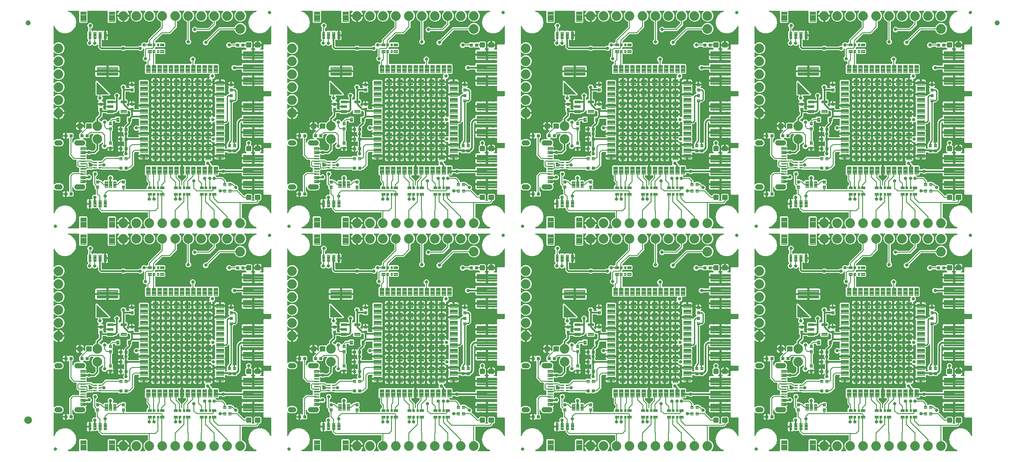
<source format=gtl>
G04 EAGLE Gerber RS-274X export*
G75*
%MOMM*%
%FSLAX34Y34*%
%LPD*%
%INTop Copper*%
%IPPOS*%
%AMOC8*
5,1,8,0,0,1.08239X$1,22.5*%
G01*
%ADD10C,0.635000*%
%ADD11C,0.102000*%
%ADD12C,0.755600*%
%ADD13C,0.102500*%
%ADD14C,0.105000*%
%ADD15C,1.879600*%
%ADD16C,0.099000*%
%ADD17C,0.100000*%
%ADD18C,0.096000*%
%ADD19C,0.300000*%
%ADD20C,0.100800*%
%ADD21C,0.101600*%
%ADD22C,1.000000*%
%ADD23C,1.500000*%
%ADD24C,0.304800*%
%ADD25C,0.660400*%
%ADD26C,0.177800*%
%ADD27C,0.349000*%
%ADD28C,0.254000*%
%ADD29C,0.350000*%

G36*
X51910Y439683D02*
X51910Y439683D01*
X51968Y439681D01*
X52050Y439703D01*
X52134Y439715D01*
X52187Y439738D01*
X52243Y439753D01*
X52316Y439796D01*
X52393Y439831D01*
X52438Y439869D01*
X52488Y439898D01*
X52546Y439960D01*
X52610Y440014D01*
X52642Y440063D01*
X52682Y440106D01*
X52721Y440181D01*
X52768Y440251D01*
X52785Y440307D01*
X52812Y440359D01*
X52823Y440427D01*
X52853Y440522D01*
X52856Y440622D01*
X52867Y440690D01*
X52867Y461491D01*
X54339Y462963D01*
X67461Y462963D01*
X68933Y461491D01*
X68933Y440690D01*
X68941Y440632D01*
X68939Y440574D01*
X68961Y440492D01*
X68973Y440408D01*
X68996Y440355D01*
X69011Y440299D01*
X69054Y440226D01*
X69089Y440149D01*
X69127Y440104D01*
X69156Y440054D01*
X69218Y439996D01*
X69272Y439932D01*
X69321Y439900D01*
X69364Y439860D01*
X69439Y439821D01*
X69509Y439774D01*
X69565Y439757D01*
X69617Y439730D01*
X69685Y439719D01*
X69780Y439689D01*
X69880Y439686D01*
X69948Y439675D01*
X107852Y439675D01*
X107910Y439683D01*
X107968Y439681D01*
X108050Y439703D01*
X108134Y439715D01*
X108187Y439738D01*
X108243Y439753D01*
X108316Y439796D01*
X108393Y439831D01*
X108438Y439869D01*
X108488Y439898D01*
X108546Y439960D01*
X108610Y440014D01*
X108642Y440063D01*
X108682Y440106D01*
X108721Y440181D01*
X108768Y440251D01*
X108785Y440307D01*
X108812Y440359D01*
X108823Y440427D01*
X108853Y440522D01*
X108856Y440622D01*
X108867Y440690D01*
X108867Y461491D01*
X110339Y462963D01*
X123461Y462963D01*
X124933Y461491D01*
X124933Y440690D01*
X124941Y440632D01*
X124939Y440574D01*
X124961Y440492D01*
X124973Y440408D01*
X124996Y440355D01*
X125011Y440299D01*
X125054Y440226D01*
X125089Y440149D01*
X125127Y440104D01*
X125156Y440054D01*
X125218Y439996D01*
X125272Y439932D01*
X125321Y439900D01*
X125364Y439860D01*
X125439Y439821D01*
X125509Y439774D01*
X125565Y439757D01*
X125617Y439730D01*
X125685Y439719D01*
X125780Y439689D01*
X125880Y439686D01*
X125948Y439675D01*
X130270Y439675D01*
X130299Y439679D01*
X130329Y439676D01*
X130440Y439699D01*
X130552Y439715D01*
X130579Y439727D01*
X130607Y439732D01*
X130708Y439784D01*
X130811Y439831D01*
X130834Y439850D01*
X130860Y439863D01*
X130942Y439941D01*
X131028Y440014D01*
X131045Y440039D01*
X131066Y440059D01*
X131123Y440157D01*
X131186Y440251D01*
X131195Y440279D01*
X131210Y440304D01*
X131237Y440414D01*
X131272Y440522D01*
X131272Y440551D01*
X131280Y440580D01*
X131276Y440693D01*
X131279Y440806D01*
X131272Y440835D01*
X131271Y440864D01*
X131236Y440972D01*
X131207Y441081D01*
X131192Y441107D01*
X131183Y441135D01*
X131137Y441199D01*
X131062Y441326D01*
X131016Y441369D01*
X130988Y441408D01*
X130594Y441802D01*
X129489Y443323D01*
X128636Y444997D01*
X128055Y446784D01*
X127934Y447549D01*
X138684Y447549D01*
X138742Y447557D01*
X138800Y447555D01*
X138882Y447577D01*
X138965Y447589D01*
X139019Y447613D01*
X139075Y447627D01*
X139148Y447670D01*
X139225Y447705D01*
X139269Y447743D01*
X139320Y447773D01*
X139377Y447834D01*
X139442Y447889D01*
X139474Y447937D01*
X139514Y447980D01*
X139553Y448055D01*
X139599Y448125D01*
X139617Y448181D01*
X139644Y448233D01*
X139655Y448301D01*
X139685Y448396D01*
X139688Y448496D01*
X139699Y448564D01*
X139699Y449581D01*
X139701Y449581D01*
X139701Y448564D01*
X139709Y448506D01*
X139708Y448448D01*
X139729Y448366D01*
X139741Y448283D01*
X139765Y448229D01*
X139779Y448173D01*
X139822Y448100D01*
X139857Y448023D01*
X139895Y447978D01*
X139925Y447928D01*
X139986Y447870D01*
X140041Y447806D01*
X140089Y447774D01*
X140132Y447734D01*
X140207Y447695D01*
X140277Y447649D01*
X140333Y447631D01*
X140385Y447604D01*
X140453Y447593D01*
X140548Y447563D01*
X140648Y447560D01*
X140716Y447549D01*
X151466Y447549D01*
X151345Y446784D01*
X150764Y444997D01*
X149911Y443323D01*
X148806Y441802D01*
X148412Y441408D01*
X148394Y441384D01*
X148372Y441365D01*
X148309Y441271D01*
X148241Y441181D01*
X148230Y441153D01*
X148214Y441129D01*
X148180Y441021D01*
X148140Y440915D01*
X148137Y440886D01*
X148128Y440858D01*
X148125Y440745D01*
X148116Y440632D01*
X148122Y440603D01*
X148121Y440574D01*
X148150Y440464D01*
X148172Y440353D01*
X148185Y440327D01*
X148193Y440299D01*
X148251Y440201D01*
X148303Y440101D01*
X148323Y440079D01*
X148338Y440054D01*
X148421Y439977D01*
X148499Y439895D01*
X148524Y439880D01*
X148545Y439860D01*
X148646Y439808D01*
X148744Y439751D01*
X148772Y439744D01*
X148799Y439730D01*
X148876Y439717D01*
X149020Y439681D01*
X149082Y439683D01*
X149130Y439675D01*
X156389Y439675D01*
X156418Y439679D01*
X156447Y439676D01*
X156558Y439699D01*
X156670Y439715D01*
X156697Y439727D01*
X156726Y439732D01*
X156826Y439785D01*
X156930Y439831D01*
X156952Y439850D01*
X156978Y439863D01*
X157060Y439941D01*
X157147Y440014D01*
X157163Y440039D01*
X157184Y440059D01*
X157241Y440157D01*
X157304Y440251D01*
X157313Y440279D01*
X157328Y440304D01*
X157356Y440414D01*
X157390Y440522D01*
X157391Y440552D01*
X157398Y440580D01*
X157394Y440693D01*
X157397Y440806D01*
X157390Y440835D01*
X157389Y440864D01*
X157354Y440972D01*
X157326Y441081D01*
X157311Y441107D01*
X157302Y441135D01*
X157256Y441198D01*
X157180Y441326D01*
X157135Y441369D01*
X157107Y441408D01*
X155409Y443105D01*
X153669Y447306D01*
X153669Y451854D01*
X155410Y456055D01*
X158625Y459270D01*
X162826Y461011D01*
X167374Y461011D01*
X171575Y459270D01*
X174790Y456055D01*
X176531Y451854D01*
X176531Y447306D01*
X174791Y443105D01*
X173093Y441408D01*
X173076Y441384D01*
X173053Y441365D01*
X172991Y441271D01*
X172922Y441181D01*
X172912Y441153D01*
X172896Y441129D01*
X172862Y441021D01*
X172821Y440915D01*
X172819Y440886D01*
X172810Y440858D01*
X172807Y440744D01*
X172798Y440632D01*
X172803Y440603D01*
X172803Y440574D01*
X172831Y440464D01*
X172854Y440353D01*
X172867Y440327D01*
X172874Y440299D01*
X172932Y440201D01*
X172985Y440101D01*
X173005Y440079D01*
X173020Y440054D01*
X173102Y439977D01*
X173180Y439895D01*
X173206Y439880D01*
X173227Y439860D01*
X173328Y439808D01*
X173426Y439751D01*
X173454Y439744D01*
X173480Y439730D01*
X173558Y439717D01*
X173701Y439681D01*
X173764Y439683D01*
X173811Y439675D01*
X181789Y439675D01*
X181818Y439679D01*
X181847Y439676D01*
X181958Y439699D01*
X182070Y439715D01*
X182097Y439727D01*
X182126Y439732D01*
X182226Y439785D01*
X182330Y439831D01*
X182352Y439850D01*
X182378Y439863D01*
X182460Y439941D01*
X182547Y440014D01*
X182563Y440039D01*
X182584Y440059D01*
X182641Y440157D01*
X182704Y440251D01*
X182713Y440279D01*
X182728Y440304D01*
X182756Y440414D01*
X182790Y440522D01*
X182791Y440552D01*
X182798Y440580D01*
X182794Y440693D01*
X182797Y440806D01*
X182790Y440835D01*
X182789Y440864D01*
X182754Y440972D01*
X182726Y441081D01*
X182711Y441107D01*
X182702Y441135D01*
X182656Y441198D01*
X182580Y441326D01*
X182535Y441369D01*
X182507Y441408D01*
X180809Y443105D01*
X179069Y447306D01*
X179069Y451854D01*
X180810Y456055D01*
X184025Y459271D01*
X186952Y460483D01*
X186953Y460484D01*
X186954Y460484D01*
X187075Y460555D01*
X187196Y460627D01*
X187197Y460628D01*
X187199Y460629D01*
X187296Y460733D01*
X187392Y460834D01*
X187392Y460835D01*
X187393Y460836D01*
X187455Y460958D01*
X187522Y461087D01*
X187522Y461088D01*
X187523Y461090D01*
X187525Y461104D01*
X187577Y461366D01*
X187574Y461396D01*
X187578Y461421D01*
X187578Y469773D01*
X187570Y469831D01*
X187572Y469889D01*
X187550Y469971D01*
X187538Y470055D01*
X187515Y470108D01*
X187500Y470164D01*
X187457Y470237D01*
X187422Y470314D01*
X187384Y470359D01*
X187355Y470409D01*
X187293Y470467D01*
X187239Y470531D01*
X187190Y470563D01*
X187147Y470603D01*
X187072Y470642D01*
X187002Y470689D01*
X186946Y470706D01*
X186894Y470733D01*
X186826Y470744D01*
X186731Y470774D01*
X186631Y470777D01*
X186563Y470788D01*
X96580Y470788D01*
X90978Y476390D01*
X90978Y477882D01*
X90970Y477940D01*
X90972Y477998D01*
X90950Y478080D01*
X90938Y478164D01*
X90915Y478217D01*
X90900Y478273D01*
X90857Y478346D01*
X90822Y478423D01*
X90784Y478468D01*
X90755Y478518D01*
X90693Y478576D01*
X90639Y478640D01*
X90590Y478672D01*
X90547Y478712D01*
X90536Y478718D01*
X89618Y479636D01*
X89571Y479671D01*
X89531Y479714D01*
X89458Y479756D01*
X89391Y479807D01*
X89336Y479828D01*
X89286Y479857D01*
X89204Y479878D01*
X89125Y479908D01*
X89067Y479913D01*
X89010Y479928D01*
X88926Y479925D01*
X88842Y479932D01*
X88784Y479920D01*
X88726Y479918D01*
X88646Y479893D01*
X88563Y479876D01*
X88511Y479849D01*
X88455Y479831D01*
X88399Y479791D01*
X88311Y479745D01*
X88238Y479676D01*
X88182Y479636D01*
X87443Y478897D01*
X80357Y478897D01*
X79977Y479277D01*
X79930Y479312D01*
X79890Y479355D01*
X79817Y479397D01*
X79750Y479448D01*
X79695Y479469D01*
X79645Y479498D01*
X79563Y479519D01*
X79484Y479549D01*
X79426Y479554D01*
X79369Y479568D01*
X79285Y479566D01*
X79201Y479573D01*
X79144Y479561D01*
X79085Y479559D01*
X79005Y479533D01*
X78922Y479517D01*
X78870Y479490D01*
X78815Y479472D01*
X78758Y479432D01*
X78670Y479386D01*
X78598Y479317D01*
X78541Y479277D01*
X78263Y478999D01*
X77568Y478597D01*
X76792Y478389D01*
X75399Y478389D01*
X75399Y487196D01*
X75391Y487254D01*
X75393Y487312D01*
X75371Y487394D01*
X75359Y487477D01*
X75336Y487531D01*
X75321Y487587D01*
X75278Y487660D01*
X75269Y487679D01*
X75300Y487725D01*
X75317Y487781D01*
X75344Y487833D01*
X75355Y487901D01*
X75385Y487996D01*
X75388Y488096D01*
X75399Y488164D01*
X75399Y496971D01*
X76792Y496971D01*
X77568Y496763D01*
X77575Y496759D01*
X77664Y496723D01*
X77749Y496679D01*
X77795Y496670D01*
X77839Y496652D01*
X77934Y496642D01*
X78028Y496624D01*
X78075Y496628D01*
X78121Y496623D01*
X78216Y496640D01*
X78311Y496648D01*
X78355Y496665D01*
X78401Y496674D01*
X78487Y496716D01*
X78576Y496750D01*
X78614Y496779D01*
X78656Y496800D01*
X78727Y496864D01*
X78803Y496922D01*
X78831Y496960D01*
X78866Y496992D01*
X78916Y497073D01*
X78973Y497150D01*
X78990Y497194D01*
X79014Y497234D01*
X79040Y497326D01*
X79073Y497416D01*
X79077Y497463D01*
X79090Y497508D01*
X79088Y497604D01*
X79096Y497699D01*
X79087Y497740D01*
X79086Y497792D01*
X79038Y497953D01*
X79021Y498026D01*
X78485Y499319D01*
X78485Y501441D01*
X79297Y503402D01*
X80798Y504903D01*
X82759Y505715D01*
X84963Y505715D01*
X85021Y505723D01*
X85079Y505721D01*
X85161Y505743D01*
X85245Y505755D01*
X85298Y505778D01*
X85354Y505793D01*
X85427Y505836D01*
X85504Y505871D01*
X85549Y505909D01*
X85599Y505938D01*
X85657Y506000D01*
X85721Y506054D01*
X85753Y506103D01*
X85793Y506146D01*
X85832Y506221D01*
X85879Y506291D01*
X85896Y506347D01*
X85923Y506399D01*
X85934Y506467D01*
X85964Y506562D01*
X85967Y506662D01*
X85978Y506730D01*
X85978Y514732D01*
X85970Y514790D01*
X85972Y514848D01*
X85950Y514930D01*
X85938Y515014D01*
X85915Y515067D01*
X85900Y515123D01*
X85857Y515196D01*
X85822Y515273D01*
X85784Y515318D01*
X85755Y515368D01*
X85693Y515426D01*
X85639Y515490D01*
X85590Y515522D01*
X85547Y515562D01*
X85536Y515568D01*
X83867Y517237D01*
X83867Y521180D01*
X83855Y521267D01*
X83852Y521354D01*
X83835Y521407D01*
X83827Y521462D01*
X83792Y521542D01*
X83765Y521625D01*
X83737Y521664D01*
X83711Y521721D01*
X83615Y521834D01*
X83570Y521898D01*
X80311Y525157D01*
X80311Y542279D01*
X80304Y542327D01*
X80305Y542331D01*
X80303Y542338D01*
X80299Y542365D01*
X80296Y542453D01*
X80279Y542505D01*
X80271Y542560D01*
X80236Y542640D01*
X80209Y542723D01*
X80181Y542763D01*
X80155Y542820D01*
X80059Y542933D01*
X80014Y542997D01*
X79932Y543078D01*
X79120Y545039D01*
X79120Y547161D01*
X79932Y549122D01*
X81433Y550623D01*
X83394Y551435D01*
X85516Y551435D01*
X87477Y550623D01*
X88978Y549122D01*
X89790Y547161D01*
X89790Y545039D01*
X88978Y543078D01*
X87477Y541577D01*
X86781Y541289D01*
X86780Y541289D01*
X86779Y541288D01*
X86662Y541219D01*
X86537Y541145D01*
X86535Y541144D01*
X86534Y541143D01*
X86439Y541041D01*
X86341Y540938D01*
X86341Y540937D01*
X86340Y540936D01*
X86273Y540806D01*
X86211Y540685D01*
X86211Y540684D01*
X86210Y540682D01*
X86208Y540668D01*
X86156Y540407D01*
X86159Y540376D01*
X86155Y540351D01*
X86155Y536828D01*
X86163Y536770D01*
X86161Y536712D01*
X86183Y536630D01*
X86195Y536546D01*
X86218Y536493D01*
X86233Y536437D01*
X86276Y536364D01*
X86311Y536287D01*
X86349Y536242D01*
X86378Y536192D01*
X86440Y536134D01*
X86494Y536070D01*
X86543Y536038D01*
X86586Y535998D01*
X86661Y535959D01*
X86731Y535912D01*
X86787Y535895D01*
X86839Y535868D01*
X86907Y535857D01*
X87002Y535827D01*
X87102Y535824D01*
X87170Y535813D01*
X92443Y535813D01*
X94130Y534126D01*
X94156Y534081D01*
X94218Y534023D01*
X94272Y533959D01*
X94321Y533927D01*
X94364Y533887D01*
X94439Y533848D01*
X94509Y533801D01*
X94565Y533784D01*
X94617Y533757D01*
X94685Y533746D01*
X94780Y533716D01*
X94880Y533713D01*
X94948Y533702D01*
X96460Y533702D01*
X98469Y531693D01*
X99231Y530931D01*
X99255Y530913D01*
X99274Y530891D01*
X99368Y530828D01*
X99458Y530760D01*
X99486Y530749D01*
X99510Y530733D01*
X99618Y530699D01*
X99724Y530659D01*
X99753Y530656D01*
X99781Y530647D01*
X99895Y530645D01*
X100007Y530635D01*
X100036Y530641D01*
X100065Y530640D01*
X100175Y530669D01*
X100286Y530691D01*
X100312Y530705D01*
X100340Y530712D01*
X100438Y530770D01*
X100538Y530822D01*
X100560Y530842D01*
X100585Y530857D01*
X100662Y530940D01*
X100744Y531018D01*
X100759Y531043D01*
X100779Y531065D01*
X100831Y531166D01*
X100888Y531263D01*
X100895Y531292D01*
X100909Y531318D01*
X100922Y531395D01*
X100958Y531539D01*
X100956Y531601D01*
X100964Y531649D01*
X100964Y532674D01*
X102453Y534163D01*
X108795Y534163D01*
X108908Y534179D01*
X109023Y534189D01*
X109049Y534199D01*
X109076Y534203D01*
X109181Y534250D01*
X109288Y534291D01*
X109310Y534307D01*
X109335Y534319D01*
X109423Y534393D01*
X109515Y534462D01*
X109531Y534485D01*
X109552Y534502D01*
X109616Y534598D01*
X109685Y534690D01*
X109695Y534716D01*
X109710Y534739D01*
X109745Y534849D01*
X109785Y534956D01*
X109787Y534984D01*
X109796Y535010D01*
X109799Y535125D01*
X109808Y535239D01*
X109802Y535264D01*
X109803Y535294D01*
X109736Y535551D01*
X109733Y535567D01*
X108965Y537419D01*
X108965Y539541D01*
X109777Y541502D01*
X111278Y543003D01*
X113239Y543815D01*
X115361Y543815D01*
X117322Y543003D01*
X118823Y541502D01*
X119635Y539541D01*
X119635Y537419D01*
X118867Y535567D01*
X118839Y535455D01*
X118804Y535346D01*
X118803Y535318D01*
X118797Y535291D01*
X118800Y535177D01*
X118797Y535062D01*
X118804Y535035D01*
X118805Y535007D01*
X118840Y534898D01*
X118869Y534787D01*
X118883Y534763D01*
X118891Y534736D01*
X118955Y534641D01*
X119014Y534542D01*
X119034Y534523D01*
X119050Y534500D01*
X119137Y534426D01*
X119221Y534348D01*
X119246Y534335D01*
X119267Y534317D01*
X119372Y534271D01*
X119474Y534218D01*
X119499Y534214D01*
X119527Y534202D01*
X119791Y534165D01*
X119805Y534163D01*
X126147Y534163D01*
X127636Y532674D01*
X127636Y531649D01*
X127640Y531620D01*
X127637Y531590D01*
X127660Y531479D01*
X127676Y531367D01*
X127688Y531340D01*
X127693Y531312D01*
X127746Y531211D01*
X127792Y531108D01*
X127811Y531085D01*
X127824Y531059D01*
X127902Y530977D01*
X127975Y530891D01*
X128000Y530875D01*
X128020Y530853D01*
X128118Y530796D01*
X128212Y530733D01*
X128240Y530724D01*
X128265Y530710D01*
X128375Y530682D01*
X128483Y530647D01*
X128513Y530647D01*
X128541Y530639D01*
X128654Y530643D01*
X128767Y530640D01*
X128796Y530648D01*
X128825Y530648D01*
X128933Y530683D01*
X129042Y530712D01*
X129068Y530727D01*
X129096Y530736D01*
X129159Y530781D01*
X129287Y530857D01*
X129330Y530903D01*
X129369Y530931D01*
X132140Y533702D01*
X133652Y533702D01*
X133710Y533710D01*
X133768Y533708D01*
X133850Y533730D01*
X133934Y533742D01*
X133987Y533765D01*
X134043Y533780D01*
X134116Y533823D01*
X134193Y533858D01*
X134238Y533896D01*
X134288Y533925D01*
X134346Y533987D01*
X134410Y534041D01*
X134442Y534090D01*
X134482Y534133D01*
X134488Y534144D01*
X136157Y535813D01*
X143243Y535813D01*
X144733Y534323D01*
X144733Y527237D01*
X143994Y526498D01*
X143959Y526451D01*
X143916Y526411D01*
X143874Y526338D01*
X143823Y526271D01*
X143802Y526216D01*
X143773Y526166D01*
X143752Y526084D01*
X143722Y526005D01*
X143717Y525947D01*
X143702Y525890D01*
X143705Y525806D01*
X143698Y525722D01*
X143710Y525664D01*
X143712Y525606D01*
X143737Y525526D01*
X143754Y525443D01*
X143781Y525391D01*
X143799Y525335D01*
X143839Y525279D01*
X143885Y525191D01*
X143954Y525118D01*
X143994Y525062D01*
X144733Y524323D01*
X144733Y517017D01*
X144741Y516959D01*
X144739Y516901D01*
X144761Y516819D01*
X144773Y516735D01*
X144796Y516682D01*
X144811Y516626D01*
X144854Y516553D01*
X144889Y516476D01*
X144927Y516431D01*
X144956Y516381D01*
X145018Y516323D01*
X145072Y516259D01*
X145121Y516227D01*
X145164Y516187D01*
X145239Y516148D01*
X145309Y516101D01*
X145365Y516084D01*
X145417Y516057D01*
X145485Y516046D01*
X145580Y516016D01*
X145680Y516013D01*
X145748Y516002D01*
X184152Y516002D01*
X184210Y516010D01*
X184268Y516008D01*
X184350Y516030D01*
X184434Y516042D01*
X184487Y516065D01*
X184543Y516080D01*
X184616Y516123D01*
X184693Y516158D01*
X184738Y516196D01*
X184788Y516225D01*
X184846Y516287D01*
X184910Y516341D01*
X184942Y516390D01*
X184982Y516433D01*
X185021Y516508D01*
X185068Y516578D01*
X185085Y516634D01*
X185112Y516686D01*
X185123Y516754D01*
X185153Y516849D01*
X185156Y516949D01*
X185167Y517017D01*
X185167Y522582D01*
X186648Y524063D01*
X187263Y524063D01*
X187321Y524071D01*
X187379Y524069D01*
X187461Y524091D01*
X187545Y524103D01*
X187598Y524126D01*
X187654Y524141D01*
X187727Y524184D01*
X187804Y524219D01*
X187849Y524257D01*
X187899Y524286D01*
X187957Y524348D01*
X188021Y524402D01*
X188053Y524451D01*
X188093Y524494D01*
X188132Y524569D01*
X188179Y524639D01*
X188196Y524695D01*
X188223Y524747D01*
X188234Y524815D01*
X188264Y524910D01*
X188267Y525010D01*
X188278Y525078D01*
X188278Y528529D01*
X188266Y528616D01*
X188263Y528703D01*
X188246Y528756D01*
X188238Y528811D01*
X188203Y528891D01*
X188176Y528974D01*
X188148Y529013D01*
X188122Y529070D01*
X188026Y529183D01*
X187981Y529247D01*
X187087Y530141D01*
X185078Y532150D01*
X185078Y542632D01*
X185070Y542690D01*
X185072Y542748D01*
X185050Y542830D01*
X185038Y542914D01*
X185015Y542967D01*
X185000Y543023D01*
X184957Y543096D01*
X184922Y543173D01*
X184884Y543218D01*
X184855Y543268D01*
X184793Y543326D01*
X184739Y543390D01*
X184690Y543422D01*
X184647Y543462D01*
X184572Y543501D01*
X184502Y543548D01*
X184446Y543565D01*
X184394Y543592D01*
X184326Y543603D01*
X184231Y543633D01*
X184131Y543636D01*
X184063Y543647D01*
X183207Y543647D01*
X181717Y545137D01*
X181717Y561423D01*
X183207Y562913D01*
X192797Y562913D01*
X192829Y562889D01*
X192869Y562846D01*
X192942Y562804D01*
X193009Y562753D01*
X193064Y562732D01*
X193114Y562703D01*
X193196Y562682D01*
X193275Y562652D01*
X193333Y562647D01*
X193390Y562632D01*
X193474Y562635D01*
X193558Y562628D01*
X193616Y562640D01*
X193674Y562642D01*
X193754Y562667D01*
X193837Y562684D01*
X193889Y562711D01*
X193945Y562729D01*
X194001Y562769D01*
X194089Y562815D01*
X194162Y562884D01*
X194202Y562913D01*
X203797Y562913D01*
X203829Y562889D01*
X203869Y562846D01*
X203942Y562804D01*
X204009Y562753D01*
X204064Y562732D01*
X204114Y562703D01*
X204196Y562682D01*
X204275Y562652D01*
X204333Y562647D01*
X204390Y562632D01*
X204474Y562635D01*
X204558Y562628D01*
X204616Y562640D01*
X204674Y562642D01*
X204754Y562667D01*
X204837Y562684D01*
X204889Y562711D01*
X204945Y562729D01*
X205001Y562769D01*
X205089Y562815D01*
X205162Y562884D01*
X205202Y562913D01*
X214797Y562913D01*
X214829Y562889D01*
X214869Y562846D01*
X214942Y562804D01*
X215009Y562753D01*
X215064Y562732D01*
X215114Y562703D01*
X215196Y562682D01*
X215275Y562652D01*
X215333Y562647D01*
X215390Y562632D01*
X215474Y562635D01*
X215558Y562628D01*
X215616Y562640D01*
X215674Y562642D01*
X215754Y562667D01*
X215837Y562684D01*
X215889Y562711D01*
X215945Y562729D01*
X216001Y562769D01*
X216089Y562815D01*
X216162Y562884D01*
X216202Y562913D01*
X225797Y562913D01*
X225829Y562889D01*
X225869Y562846D01*
X225942Y562804D01*
X226009Y562753D01*
X226064Y562732D01*
X226114Y562703D01*
X226196Y562682D01*
X226275Y562652D01*
X226333Y562647D01*
X226390Y562632D01*
X226474Y562635D01*
X226558Y562628D01*
X226616Y562640D01*
X226674Y562642D01*
X226754Y562667D01*
X226837Y562684D01*
X226889Y562711D01*
X226945Y562729D01*
X227001Y562769D01*
X227089Y562815D01*
X227162Y562884D01*
X227202Y562913D01*
X236797Y562913D01*
X236829Y562889D01*
X236869Y562846D01*
X236942Y562804D01*
X237009Y562753D01*
X237064Y562732D01*
X237114Y562703D01*
X237196Y562682D01*
X237275Y562652D01*
X237333Y562647D01*
X237390Y562632D01*
X237474Y562635D01*
X237558Y562628D01*
X237616Y562640D01*
X237674Y562642D01*
X237754Y562667D01*
X237837Y562684D01*
X237889Y562711D01*
X237945Y562729D01*
X238001Y562769D01*
X238089Y562815D01*
X238162Y562884D01*
X238202Y562913D01*
X248009Y562913D01*
X248016Y562910D01*
X248085Y562904D01*
X248151Y562889D01*
X248226Y562892D01*
X248300Y562886D01*
X248367Y562900D01*
X248435Y562903D01*
X248494Y562925D01*
X248578Y562942D01*
X248680Y562995D01*
X248750Y563021D01*
X249082Y563213D01*
X249858Y563421D01*
X251969Y563421D01*
X251969Y554296D01*
X251977Y554238D01*
X251975Y554180D01*
X251997Y554098D01*
X252009Y554015D01*
X252033Y553961D01*
X252047Y553905D01*
X252090Y553832D01*
X252125Y553755D01*
X252163Y553711D01*
X252193Y553660D01*
X252254Y553603D01*
X252309Y553538D01*
X252357Y553506D01*
X252400Y553466D01*
X252475Y553427D01*
X252545Y553381D01*
X252601Y553363D01*
X252653Y553336D01*
X252721Y553325D01*
X252816Y553295D01*
X252916Y553292D01*
X252984Y553281D01*
X255016Y553281D01*
X255074Y553289D01*
X255132Y553288D01*
X255214Y553309D01*
X255297Y553321D01*
X255351Y553345D01*
X255407Y553359D01*
X255480Y553402D01*
X255557Y553437D01*
X255601Y553475D01*
X255652Y553505D01*
X255709Y553566D01*
X255774Y553621D01*
X255806Y553669D01*
X255846Y553712D01*
X255885Y553787D01*
X255931Y553857D01*
X255949Y553913D01*
X255976Y553965D01*
X255987Y554033D01*
X256017Y554128D01*
X256020Y554228D01*
X256031Y554296D01*
X256031Y563421D01*
X258142Y563421D01*
X258918Y563213D01*
X259250Y563021D01*
X259314Y562995D01*
X259373Y562960D01*
X259445Y562942D01*
X259514Y562914D01*
X259582Y562907D01*
X259649Y562891D01*
X259723Y562893D01*
X259797Y562885D01*
X259864Y562897D01*
X259933Y562900D01*
X259973Y562913D01*
X269797Y562913D01*
X269829Y562889D01*
X269869Y562846D01*
X269942Y562804D01*
X270009Y562753D01*
X270064Y562732D01*
X270114Y562703D01*
X270196Y562682D01*
X270275Y562652D01*
X270333Y562647D01*
X270390Y562632D01*
X270474Y562635D01*
X270558Y562628D01*
X270616Y562640D01*
X270674Y562642D01*
X270754Y562667D01*
X270837Y562684D01*
X270889Y562711D01*
X270945Y562729D01*
X271001Y562769D01*
X271089Y562815D01*
X271162Y562884D01*
X271202Y562913D01*
X280797Y562913D01*
X280829Y562889D01*
X280869Y562846D01*
X280942Y562804D01*
X281009Y562753D01*
X281064Y562732D01*
X281114Y562703D01*
X281196Y562682D01*
X281275Y562652D01*
X281333Y562647D01*
X281390Y562632D01*
X281474Y562635D01*
X281558Y562628D01*
X281616Y562640D01*
X281674Y562642D01*
X281754Y562667D01*
X281837Y562684D01*
X281889Y562711D01*
X281945Y562729D01*
X282001Y562769D01*
X282089Y562815D01*
X282162Y562884D01*
X282202Y562913D01*
X291797Y562913D01*
X291829Y562889D01*
X291869Y562846D01*
X291942Y562804D01*
X292009Y562753D01*
X292064Y562732D01*
X292114Y562703D01*
X292196Y562682D01*
X292275Y562652D01*
X292333Y562647D01*
X292390Y562632D01*
X292474Y562635D01*
X292558Y562628D01*
X292616Y562640D01*
X292674Y562642D01*
X292754Y562667D01*
X292837Y562684D01*
X292889Y562711D01*
X292945Y562729D01*
X293001Y562769D01*
X293089Y562815D01*
X293162Y562884D01*
X293202Y562913D01*
X299000Y562913D01*
X299114Y562929D01*
X299228Y562939D01*
X299254Y562949D01*
X299281Y562953D01*
X299386Y563000D01*
X299493Y563041D01*
X299515Y563057D01*
X299541Y563069D01*
X299628Y563143D01*
X299720Y563212D01*
X299737Y563235D01*
X299758Y563252D01*
X299821Y563348D01*
X299890Y563440D01*
X299900Y563466D01*
X299915Y563489D01*
X299950Y563598D01*
X299990Y563706D01*
X299993Y563734D01*
X300001Y563760D01*
X300004Y563875D01*
X300013Y563989D01*
X300008Y564014D01*
X300008Y564044D01*
X299941Y564301D01*
X299938Y564317D01*
X299211Y566070D01*
X299211Y568193D01*
X299992Y570079D01*
X300024Y570199D01*
X300059Y570319D01*
X300059Y570337D01*
X300063Y570354D01*
X300060Y570478D01*
X300061Y570603D01*
X300056Y570620D01*
X300055Y570638D01*
X300017Y570757D01*
X299984Y570876D01*
X299974Y570892D01*
X299969Y570909D01*
X299899Y571012D01*
X299834Y571118D01*
X299820Y571130D01*
X299810Y571145D01*
X299715Y571225D01*
X299623Y571309D01*
X299608Y571315D01*
X299593Y571328D01*
X299333Y571443D01*
X299326Y571444D01*
X298631Y571846D01*
X298066Y572411D01*
X297666Y573103D01*
X297459Y573875D01*
X297459Y577249D01*
X304484Y577249D01*
X304542Y577257D01*
X304600Y577255D01*
X304682Y577277D01*
X304765Y577289D01*
X304819Y577313D01*
X304875Y577327D01*
X304948Y577370D01*
X305025Y577405D01*
X305069Y577443D01*
X305120Y577473D01*
X305177Y577534D01*
X305242Y577589D01*
X305274Y577637D01*
X305314Y577680D01*
X305353Y577755D01*
X305399Y577825D01*
X305417Y577881D01*
X305444Y577933D01*
X305455Y578001D01*
X305485Y578096D01*
X305488Y578196D01*
X305499Y578264D01*
X305499Y579281D01*
X305501Y579281D01*
X305501Y578264D01*
X305509Y578206D01*
X305508Y578148D01*
X305529Y578066D01*
X305541Y577983D01*
X305565Y577929D01*
X305579Y577873D01*
X305622Y577800D01*
X305657Y577723D01*
X305695Y577678D01*
X305725Y577628D01*
X305786Y577570D01*
X305841Y577506D01*
X305889Y577474D01*
X305932Y577434D01*
X306007Y577395D01*
X306077Y577349D01*
X306133Y577331D01*
X306185Y577304D01*
X306253Y577293D01*
X306348Y577263D01*
X306448Y577260D01*
X306516Y577249D01*
X313541Y577249D01*
X313541Y573875D01*
X313334Y573103D01*
X312934Y572411D01*
X312369Y571846D01*
X311677Y571446D01*
X310905Y571239D01*
X310138Y571239D01*
X310024Y571223D01*
X309910Y571213D01*
X309884Y571203D01*
X309857Y571199D01*
X309752Y571152D01*
X309645Y571111D01*
X309623Y571095D01*
X309597Y571083D01*
X309510Y571009D01*
X309418Y570940D01*
X309401Y570917D01*
X309380Y570900D01*
X309317Y570804D01*
X309248Y570712D01*
X309238Y570686D01*
X309223Y570663D01*
X309188Y570553D01*
X309148Y570446D01*
X309145Y570418D01*
X309137Y570392D01*
X309134Y570277D01*
X309125Y570163D01*
X309130Y570138D01*
X309130Y570108D01*
X309197Y569851D01*
X309200Y569835D01*
X309881Y568193D01*
X309881Y567567D01*
X309888Y567514D01*
X309887Y567480D01*
X309894Y567456D01*
X309896Y567393D01*
X309913Y567340D01*
X309921Y567285D01*
X309956Y567206D01*
X309983Y567122D01*
X310011Y567083D01*
X310037Y567026D01*
X310133Y566913D01*
X310178Y566849D01*
X310269Y566758D01*
X310270Y566758D01*
X312783Y564244D01*
X312783Y563928D01*
X312791Y563870D01*
X312789Y563812D01*
X312811Y563730D01*
X312823Y563646D01*
X312846Y563593D01*
X312861Y563537D01*
X312904Y563464D01*
X312939Y563387D01*
X312977Y563342D01*
X313006Y563292D01*
X313068Y563234D01*
X313122Y563170D01*
X313171Y563138D01*
X313214Y563098D01*
X313289Y563059D01*
X313359Y563012D01*
X313415Y562995D01*
X313467Y562968D01*
X313535Y562957D01*
X313630Y562927D01*
X313730Y562924D01*
X313797Y562913D01*
X313829Y562889D01*
X313869Y562846D01*
X313942Y562804D01*
X314009Y562753D01*
X314064Y562732D01*
X314114Y562703D01*
X314196Y562682D01*
X314275Y562652D01*
X314333Y562647D01*
X314390Y562632D01*
X314474Y562635D01*
X314558Y562628D01*
X314616Y562640D01*
X314674Y562642D01*
X314754Y562667D01*
X314837Y562684D01*
X314889Y562711D01*
X314945Y562729D01*
X315001Y562769D01*
X315089Y562815D01*
X315162Y562884D01*
X315202Y562913D01*
X324793Y562913D01*
X326283Y561423D01*
X326283Y555978D01*
X326291Y555920D01*
X326289Y555862D01*
X326311Y555780D01*
X326323Y555696D01*
X326346Y555643D01*
X326361Y555587D01*
X326404Y555514D01*
X326439Y555437D01*
X326477Y555392D01*
X326506Y555342D01*
X326568Y555284D01*
X326622Y555220D01*
X326671Y555188D01*
X326714Y555148D01*
X326789Y555109D01*
X326859Y555062D01*
X326915Y555045D01*
X326967Y555018D01*
X327035Y555007D01*
X327130Y554977D01*
X327230Y554974D01*
X327298Y554963D01*
X331098Y554963D01*
X331184Y554975D01*
X331272Y554978D01*
X331324Y554995D01*
X331379Y555003D01*
X331459Y555038D01*
X331542Y555065D01*
X331582Y555093D01*
X331639Y555119D01*
X331752Y555215D01*
X331816Y555260D01*
X332258Y555703D01*
X334219Y556515D01*
X336341Y556515D01*
X338302Y555703D01*
X338744Y555260D01*
X338814Y555208D01*
X338878Y555148D01*
X338927Y555122D01*
X338972Y555089D01*
X339053Y555058D01*
X339131Y555018D01*
X339179Y555010D01*
X339237Y554988D01*
X339385Y554976D01*
X339462Y554963D01*
X370652Y554963D01*
X370710Y554971D01*
X370768Y554969D01*
X370850Y554991D01*
X370934Y555003D01*
X370987Y555026D01*
X371043Y555041D01*
X371116Y555084D01*
X371193Y555119D01*
X371238Y555157D01*
X371288Y555186D01*
X371346Y555248D01*
X371410Y555302D01*
X371442Y555351D01*
X371482Y555394D01*
X371521Y555469D01*
X371568Y555539D01*
X371585Y555595D01*
X371612Y555647D01*
X371623Y555715D01*
X371653Y555810D01*
X371656Y555910D01*
X371667Y555978D01*
X371667Y559214D01*
X373166Y560713D01*
X412750Y560713D01*
X412808Y560721D01*
X412866Y560719D01*
X412948Y560741D01*
X413032Y560753D01*
X413085Y560776D01*
X413141Y560791D01*
X413214Y560834D01*
X413291Y560869D01*
X413336Y560907D01*
X413386Y560936D01*
X413444Y560998D01*
X413508Y561052D01*
X413540Y561101D01*
X413580Y561144D01*
X413619Y561219D01*
X413666Y561289D01*
X413683Y561345D01*
X413710Y561397D01*
X413721Y561465D01*
X413751Y561560D01*
X413754Y561660D01*
X413765Y561728D01*
X413765Y565524D01*
X413757Y565582D01*
X413759Y565640D01*
X413737Y565722D01*
X413725Y565806D01*
X413702Y565859D01*
X413687Y565915D01*
X413644Y565988D01*
X413609Y566065D01*
X413571Y566110D01*
X413542Y566160D01*
X413480Y566218D01*
X413426Y566282D01*
X413377Y566314D01*
X413334Y566354D01*
X413259Y566393D01*
X413189Y566440D01*
X413133Y566457D01*
X413081Y566484D01*
X413013Y566495D01*
X412918Y566525D01*
X412818Y566528D01*
X412750Y566539D01*
X395731Y566539D01*
X395731Y575564D01*
X395723Y575622D01*
X395724Y575680D01*
X395703Y575762D01*
X395691Y575845D01*
X395667Y575899D01*
X395653Y575955D01*
X395610Y576028D01*
X395575Y576105D01*
X395537Y576149D01*
X395507Y576200D01*
X395446Y576257D01*
X395391Y576322D01*
X395343Y576354D01*
X395300Y576394D01*
X395225Y576433D01*
X395155Y576479D01*
X395099Y576497D01*
X395047Y576524D01*
X394979Y576535D01*
X394884Y576565D01*
X394784Y576568D01*
X394716Y576579D01*
X393699Y576579D01*
X393699Y576581D01*
X394716Y576581D01*
X394774Y576589D01*
X394832Y576588D01*
X394914Y576609D01*
X394997Y576621D01*
X395051Y576645D01*
X395107Y576659D01*
X395180Y576702D01*
X395257Y576737D01*
X395301Y576775D01*
X395352Y576805D01*
X395409Y576866D01*
X395474Y576921D01*
X395506Y576969D01*
X395546Y577012D01*
X395585Y577087D01*
X395631Y577157D01*
X395649Y577213D01*
X395676Y577265D01*
X395687Y577333D01*
X395717Y577428D01*
X395720Y577528D01*
X395731Y577596D01*
X395731Y586621D01*
X396642Y586621D01*
X396661Y586623D01*
X396681Y586621D01*
X396802Y586643D01*
X396923Y586661D01*
X396941Y586669D01*
X396961Y586672D01*
X397070Y586726D01*
X397183Y586777D01*
X397198Y586789D01*
X397215Y586798D01*
X397306Y586881D01*
X397400Y586960D01*
X397411Y586977D01*
X397425Y586990D01*
X397489Y587095D01*
X397557Y587197D01*
X397563Y587216D01*
X397574Y587232D01*
X397606Y587351D01*
X397643Y587468D01*
X397644Y587488D01*
X397649Y587507D01*
X397647Y587629D01*
X397650Y587752D01*
X397646Y587771D01*
X397645Y587791D01*
X397610Y587909D01*
X397579Y588027D01*
X397569Y588044D01*
X397563Y588063D01*
X397496Y588167D01*
X397433Y588272D01*
X397419Y588285D01*
X397409Y588302D01*
X397352Y588349D01*
X397226Y588466D01*
X397181Y588490D01*
X397150Y588515D01*
X396489Y588897D01*
X395737Y589649D01*
X395205Y590570D01*
X394929Y591598D01*
X394929Y593599D01*
X401454Y593599D01*
X401512Y593607D01*
X401570Y593605D01*
X401652Y593627D01*
X401735Y593639D01*
X401789Y593663D01*
X401845Y593677D01*
X401918Y593720D01*
X401995Y593755D01*
X402039Y593793D01*
X402090Y593823D01*
X402147Y593884D01*
X402212Y593939D01*
X402244Y593987D01*
X402284Y594030D01*
X402323Y594105D01*
X402369Y594175D01*
X402387Y594231D01*
X402414Y594283D01*
X402425Y594351D01*
X402455Y594446D01*
X402458Y594546D01*
X402469Y594614D01*
X402469Y595631D01*
X402471Y595631D01*
X402471Y594614D01*
X402479Y594556D01*
X402478Y594498D01*
X402499Y594416D01*
X402511Y594333D01*
X402535Y594279D01*
X402549Y594223D01*
X402592Y594150D01*
X402627Y594073D01*
X402665Y594028D01*
X402695Y593978D01*
X402756Y593920D01*
X402811Y593856D01*
X402859Y593824D01*
X402902Y593784D01*
X402977Y593745D01*
X403047Y593699D01*
X403103Y593681D01*
X403155Y593654D01*
X403223Y593643D01*
X403318Y593613D01*
X403418Y593610D01*
X403486Y593599D01*
X410011Y593599D01*
X410011Y591598D01*
X409735Y590570D01*
X409203Y589649D01*
X408451Y588897D01*
X407790Y588515D01*
X407775Y588503D01*
X407757Y588495D01*
X407664Y588416D01*
X407567Y588340D01*
X407555Y588324D01*
X407540Y588311D01*
X407472Y588209D01*
X407400Y588110D01*
X407393Y588091D01*
X407383Y588075D01*
X407345Y587958D01*
X407304Y587842D01*
X407303Y587822D01*
X407297Y587804D01*
X407294Y587681D01*
X407286Y587558D01*
X407290Y587539D01*
X407290Y587520D01*
X407321Y587401D01*
X407347Y587281D01*
X407356Y587263D01*
X407361Y587245D01*
X407424Y587139D01*
X407483Y587031D01*
X407497Y587017D01*
X407507Y587000D01*
X407596Y586916D01*
X407683Y586829D01*
X407700Y586819D01*
X407714Y586806D01*
X407823Y586750D01*
X407930Y586690D01*
X407950Y586685D01*
X407967Y586676D01*
X408040Y586664D01*
X408207Y586625D01*
X408258Y586627D01*
X408298Y586621D01*
X412750Y586621D01*
X412808Y586629D01*
X412866Y586627D01*
X412948Y586649D01*
X413032Y586661D01*
X413085Y586684D01*
X413141Y586699D01*
X413214Y586742D01*
X413291Y586777D01*
X413336Y586815D01*
X413386Y586844D01*
X413444Y586906D01*
X413508Y586960D01*
X413540Y587009D01*
X413580Y587052D01*
X413619Y587127D01*
X413666Y587197D01*
X413683Y587253D01*
X413710Y587305D01*
X413721Y587373D01*
X413751Y587468D01*
X413754Y587568D01*
X413765Y587636D01*
X413765Y595518D01*
X415402Y597155D01*
X427990Y597155D01*
X428048Y597163D01*
X428106Y597161D01*
X428188Y597183D01*
X428272Y597195D01*
X428325Y597218D01*
X428381Y597233D01*
X428454Y597276D01*
X428531Y597311D01*
X428576Y597349D01*
X428626Y597378D01*
X428684Y597440D01*
X428748Y597494D01*
X428780Y597543D01*
X428820Y597586D01*
X428859Y597661D01*
X428906Y597731D01*
X428923Y597787D01*
X428950Y597839D01*
X428961Y597907D01*
X428991Y598002D01*
X428994Y598102D01*
X429005Y598170D01*
X429005Y605790D01*
X428997Y605848D01*
X428999Y605906D01*
X428977Y605988D01*
X428965Y606072D01*
X428942Y606125D01*
X428927Y606181D01*
X428884Y606254D01*
X428849Y606331D01*
X428811Y606376D01*
X428782Y606426D01*
X428720Y606484D01*
X428666Y606548D01*
X428617Y606580D01*
X428574Y606620D01*
X428499Y606659D01*
X428429Y606706D01*
X428373Y606723D01*
X428321Y606750D01*
X428253Y606761D01*
X428158Y606791D01*
X428058Y606794D01*
X427990Y606805D01*
X415402Y606805D01*
X413765Y608442D01*
X413765Y616324D01*
X413757Y616382D01*
X413759Y616440D01*
X413737Y616522D01*
X413725Y616606D01*
X413702Y616659D01*
X413687Y616715D01*
X413644Y616788D01*
X413609Y616865D01*
X413571Y616910D01*
X413542Y616960D01*
X413480Y617018D01*
X413426Y617082D01*
X413377Y617114D01*
X413334Y617154D01*
X413259Y617193D01*
X413189Y617240D01*
X413133Y617257D01*
X413081Y617284D01*
X413013Y617295D01*
X412918Y617325D01*
X412818Y617328D01*
X412750Y617339D01*
X395731Y617339D01*
X395731Y626364D01*
X395723Y626422D01*
X395724Y626480D01*
X395703Y626562D01*
X395691Y626645D01*
X395667Y626699D01*
X395653Y626755D01*
X395610Y626828D01*
X395575Y626905D01*
X395537Y626949D01*
X395507Y627000D01*
X395446Y627057D01*
X395391Y627122D01*
X395343Y627154D01*
X395300Y627194D01*
X395225Y627233D01*
X395155Y627279D01*
X395099Y627297D01*
X395047Y627324D01*
X394979Y627335D01*
X394884Y627365D01*
X394784Y627368D01*
X394716Y627379D01*
X393699Y627379D01*
X393699Y627381D01*
X394716Y627381D01*
X394774Y627389D01*
X394832Y627388D01*
X394914Y627409D01*
X394997Y627421D01*
X395051Y627445D01*
X395107Y627459D01*
X395180Y627502D01*
X395257Y627537D01*
X395301Y627575D01*
X395352Y627605D01*
X395409Y627666D01*
X395474Y627721D01*
X395506Y627769D01*
X395546Y627812D01*
X395585Y627887D01*
X395631Y627957D01*
X395649Y628013D01*
X395676Y628065D01*
X395687Y628133D01*
X395717Y628228D01*
X395720Y628328D01*
X395731Y628396D01*
X395731Y637421D01*
X412750Y637421D01*
X412808Y637429D01*
X412866Y637427D01*
X412948Y637449D01*
X413032Y637461D01*
X413085Y637484D01*
X413141Y637499D01*
X413214Y637542D01*
X413291Y637577D01*
X413336Y637615D01*
X413386Y637644D01*
X413444Y637706D01*
X413508Y637760D01*
X413540Y637809D01*
X413580Y637852D01*
X413619Y637927D01*
X413666Y637997D01*
X413683Y638053D01*
X413710Y638105D01*
X413721Y638173D01*
X413751Y638268D01*
X413754Y638368D01*
X413765Y638436D01*
X413765Y642232D01*
X413757Y642290D01*
X413759Y642348D01*
X413737Y642430D01*
X413725Y642514D01*
X413702Y642567D01*
X413687Y642623D01*
X413644Y642696D01*
X413609Y642773D01*
X413571Y642818D01*
X413542Y642868D01*
X413480Y642926D01*
X413426Y642990D01*
X413377Y643022D01*
X413334Y643062D01*
X413259Y643101D01*
X413189Y643148D01*
X413133Y643165D01*
X413081Y643192D01*
X413013Y643203D01*
X412918Y643233D01*
X412818Y643236D01*
X412750Y643247D01*
X373166Y643247D01*
X371667Y644746D01*
X371667Y646563D01*
X371662Y646602D01*
X371664Y646641D01*
X371642Y646742D01*
X371627Y646845D01*
X371611Y646881D01*
X371603Y646919D01*
X371554Y647010D01*
X371511Y647104D01*
X371486Y647134D01*
X371467Y647169D01*
X371394Y647242D01*
X371328Y647321D01*
X371295Y647343D01*
X371267Y647371D01*
X371177Y647421D01*
X371091Y647479D01*
X371054Y647491D01*
X371019Y647510D01*
X370919Y647533D01*
X370820Y647565D01*
X370781Y647566D01*
X370743Y647575D01*
X370639Y647569D01*
X370536Y647572D01*
X370498Y647562D01*
X370459Y647560D01*
X370386Y647533D01*
X370261Y647500D01*
X370197Y647462D01*
X370144Y647443D01*
X369932Y647320D01*
X369855Y647260D01*
X369774Y647207D01*
X369748Y647176D01*
X369708Y647144D01*
X369607Y647005D01*
X369560Y646948D01*
X368989Y645959D01*
X368977Y645930D01*
X368960Y645905D01*
X368937Y645830D01*
X368883Y645695D01*
X368876Y645631D01*
X368862Y645584D01*
X368786Y645013D01*
X368787Y644936D01*
X368778Y644880D01*
X368778Y597661D01*
X366965Y593285D01*
X363615Y589935D01*
X362529Y589485D01*
X362528Y589485D01*
X362527Y589484D01*
X362406Y589413D01*
X362285Y589341D01*
X362284Y589340D01*
X362282Y589339D01*
X362184Y589234D01*
X362089Y589134D01*
X362089Y589133D01*
X362088Y589132D01*
X362023Y589006D01*
X361959Y588881D01*
X361959Y588880D01*
X361958Y588878D01*
X361956Y588863D01*
X361904Y588603D01*
X361907Y588572D01*
X361903Y588547D01*
X361903Y588357D01*
X360413Y586867D01*
X353327Y586867D01*
X352778Y587416D01*
X352731Y587451D01*
X352691Y587494D01*
X352618Y587536D01*
X352551Y587587D01*
X352496Y587608D01*
X352446Y587637D01*
X352364Y587658D01*
X352285Y587688D01*
X352227Y587693D01*
X352170Y587708D01*
X352086Y587705D01*
X352002Y587712D01*
X351944Y587700D01*
X351886Y587698D01*
X351806Y587673D01*
X351723Y587656D01*
X351671Y587629D01*
X351615Y587611D01*
X351559Y587571D01*
X351471Y587525D01*
X351398Y587456D01*
X351342Y587416D01*
X350793Y586867D01*
X343707Y586867D01*
X342369Y588205D01*
X342299Y588257D01*
X342235Y588317D01*
X342186Y588343D01*
X342142Y588376D01*
X342060Y588407D01*
X341982Y588447D01*
X341935Y588455D01*
X341876Y588477D01*
X341729Y588489D01*
X341651Y588502D01*
X339148Y588502D01*
X339090Y588494D01*
X339032Y588496D01*
X338950Y588474D01*
X338866Y588462D01*
X338813Y588439D01*
X338757Y588424D01*
X338684Y588381D01*
X338607Y588346D01*
X338562Y588308D01*
X338512Y588279D01*
X338454Y588217D01*
X338390Y588163D01*
X338358Y588114D01*
X338318Y588071D01*
X338279Y587996D01*
X338232Y587926D01*
X338215Y587870D01*
X338188Y587818D01*
X338177Y587750D01*
X338147Y587655D01*
X338144Y587555D01*
X338133Y587487D01*
X338133Y587271D01*
X338130Y587264D01*
X338124Y587195D01*
X338109Y587129D01*
X338112Y587054D01*
X338106Y586980D01*
X338120Y586913D01*
X338123Y586845D01*
X338145Y586786D01*
X338162Y586702D01*
X338215Y586600D01*
X338241Y586530D01*
X338433Y586198D01*
X338641Y585422D01*
X338641Y583311D01*
X329516Y583311D01*
X329458Y583303D01*
X329400Y583304D01*
X329318Y583283D01*
X329235Y583271D01*
X329181Y583247D01*
X329125Y583233D01*
X329052Y583190D01*
X328975Y583155D01*
X328931Y583117D01*
X328880Y583087D01*
X328823Y583026D01*
X328758Y582971D01*
X328726Y582923D01*
X328686Y582880D01*
X328647Y582805D01*
X328601Y582735D01*
X328583Y582679D01*
X328556Y582627D01*
X328545Y582559D01*
X328515Y582464D01*
X328512Y582364D01*
X328501Y582296D01*
X328501Y581279D01*
X328499Y581279D01*
X328499Y582296D01*
X328491Y582354D01*
X328492Y582412D01*
X328471Y582494D01*
X328459Y582577D01*
X328435Y582631D01*
X328421Y582687D01*
X328378Y582760D01*
X328343Y582837D01*
X328305Y582881D01*
X328275Y582932D01*
X328214Y582989D01*
X328159Y583054D01*
X328111Y583086D01*
X328068Y583126D01*
X327993Y583165D01*
X327923Y583211D01*
X327867Y583229D01*
X327815Y583256D01*
X327747Y583267D01*
X327652Y583297D01*
X327552Y583300D01*
X327484Y583311D01*
X318359Y583311D01*
X318359Y585422D01*
X318567Y586198D01*
X318759Y586530D01*
X318785Y586594D01*
X318820Y586653D01*
X318838Y586725D01*
X318866Y586794D01*
X318873Y586862D01*
X318889Y586929D01*
X318887Y587003D01*
X318895Y587077D01*
X318883Y587144D01*
X318880Y587213D01*
X318867Y587253D01*
X318867Y597289D01*
X318870Y597296D01*
X318876Y597365D01*
X318891Y597431D01*
X318888Y597506D01*
X318894Y597580D01*
X318880Y597647D01*
X318877Y597715D01*
X318855Y597774D01*
X318838Y597858D01*
X318785Y597960D01*
X318759Y598030D01*
X318567Y598362D01*
X318359Y599138D01*
X318359Y601249D01*
X327484Y601249D01*
X327542Y601257D01*
X327600Y601255D01*
X327682Y601277D01*
X327765Y601289D01*
X327819Y601313D01*
X327875Y601327D01*
X327948Y601370D01*
X328025Y601405D01*
X328069Y601443D01*
X328120Y601473D01*
X328177Y601534D01*
X328242Y601589D01*
X328274Y601637D01*
X328314Y601680D01*
X328353Y601755D01*
X328399Y601825D01*
X328417Y601881D01*
X328444Y601933D01*
X328455Y602001D01*
X328485Y602096D01*
X328488Y602196D01*
X328499Y602264D01*
X328499Y604296D01*
X328491Y604354D01*
X328492Y604412D01*
X328471Y604494D01*
X328459Y604577D01*
X328435Y604631D01*
X328421Y604687D01*
X328378Y604760D01*
X328343Y604837D01*
X328305Y604881D01*
X328275Y604932D01*
X328214Y604989D01*
X328159Y605054D01*
X328111Y605086D01*
X328068Y605126D01*
X327993Y605165D01*
X327923Y605211D01*
X327867Y605229D01*
X327815Y605256D01*
X327747Y605267D01*
X327652Y605297D01*
X327552Y605300D01*
X327484Y605311D01*
X318359Y605311D01*
X318359Y607422D01*
X318443Y607733D01*
X318455Y607837D01*
X318476Y607940D01*
X318473Y607978D01*
X318477Y608015D01*
X318460Y608119D01*
X318451Y608224D01*
X318438Y608259D01*
X318432Y608296D01*
X318387Y608391D01*
X318349Y608489D01*
X318327Y608519D01*
X318311Y608553D01*
X318241Y608632D01*
X318178Y608716D01*
X318148Y608738D01*
X318123Y608766D01*
X318034Y608823D01*
X317950Y608886D01*
X317915Y608899D01*
X317883Y608919D01*
X317782Y608949D01*
X317684Y608986D01*
X317647Y608989D01*
X317611Y609000D01*
X317505Y609001D01*
X317401Y609009D01*
X317368Y609001D01*
X317326Y609002D01*
X317132Y608947D01*
X317073Y608933D01*
X316841Y608837D01*
X314719Y608837D01*
X313506Y609340D01*
X313422Y609361D01*
X313342Y609392D01*
X313285Y609397D01*
X313230Y609411D01*
X313144Y609408D01*
X313059Y609415D01*
X313003Y609404D01*
X312946Y609403D01*
X312864Y609376D01*
X312829Y609369D01*
X312817Y609408D01*
X312784Y609527D01*
X312773Y609543D01*
X312767Y609562D01*
X312724Y609622D01*
X312634Y609768D01*
X312596Y609802D01*
X312572Y609835D01*
X311257Y611150D01*
X310652Y612613D01*
X310651Y612614D01*
X310650Y612615D01*
X310582Y612730D01*
X310507Y612857D01*
X310506Y612858D01*
X310505Y612860D01*
X310401Y612957D01*
X310300Y613053D01*
X310299Y613053D01*
X310298Y613054D01*
X310172Y613119D01*
X310048Y613183D01*
X310046Y613183D01*
X310045Y613184D01*
X310030Y613186D01*
X309769Y613238D01*
X309738Y613235D01*
X309714Y613239D01*
X307531Y613239D01*
X307531Y619249D01*
X313894Y619249D01*
X313925Y619253D01*
X313956Y619251D01*
X314032Y619268D01*
X314176Y619289D01*
X314234Y619315D01*
X314283Y619326D01*
X314719Y619507D01*
X316841Y619507D01*
X317463Y619249D01*
X317575Y619220D01*
X317684Y619186D01*
X317712Y619185D01*
X317739Y619178D01*
X317853Y619181D01*
X317968Y619178D01*
X317995Y619185D01*
X318023Y619186D01*
X318132Y619221D01*
X318243Y619250D01*
X318267Y619264D01*
X318294Y619273D01*
X318389Y619337D01*
X318488Y619395D01*
X318507Y619416D01*
X318530Y619431D01*
X318604Y619519D01*
X318682Y619603D01*
X318695Y619627D01*
X318713Y619649D01*
X318759Y619753D01*
X318812Y619856D01*
X318816Y619880D01*
X318828Y619908D01*
X318865Y620172D01*
X318867Y620187D01*
X318867Y630077D01*
X318891Y630109D01*
X318934Y630149D01*
X318976Y630222D01*
X319027Y630289D01*
X319048Y630344D01*
X319077Y630394D01*
X319098Y630476D01*
X319128Y630555D01*
X319133Y630613D01*
X319148Y630670D01*
X319145Y630754D01*
X319152Y630838D01*
X319140Y630896D01*
X319138Y630954D01*
X319113Y631034D01*
X319096Y631117D01*
X319069Y631169D01*
X319051Y631225D01*
X319011Y631281D01*
X318965Y631369D01*
X318896Y631442D01*
X318867Y631482D01*
X318867Y641077D01*
X318891Y641109D01*
X318934Y641149D01*
X318976Y641222D01*
X319027Y641289D01*
X319048Y641344D01*
X319077Y641394D01*
X319098Y641476D01*
X319128Y641555D01*
X319133Y641613D01*
X319148Y641670D01*
X319145Y641754D01*
X319152Y641838D01*
X319140Y641896D01*
X319138Y641954D01*
X319113Y642034D01*
X319096Y642117D01*
X319069Y642169D01*
X319051Y642225D01*
X319011Y642281D01*
X318965Y642369D01*
X318896Y642442D01*
X318867Y642482D01*
X318867Y647105D01*
X318851Y647218D01*
X318841Y647333D01*
X318831Y647359D01*
X318827Y647386D01*
X318780Y647491D01*
X318739Y647598D01*
X318723Y647620D01*
X318711Y647646D01*
X318637Y647733D01*
X318568Y647825D01*
X318545Y647841D01*
X318528Y647863D01*
X318432Y647926D01*
X318340Y647995D01*
X318314Y648005D01*
X318291Y648020D01*
X318181Y648055D01*
X318074Y648095D01*
X318046Y648098D01*
X318020Y648106D01*
X317905Y648109D01*
X317791Y648118D01*
X317766Y648113D01*
X317736Y648113D01*
X317479Y648046D01*
X317463Y648043D01*
X316021Y647445D01*
X314556Y647445D01*
X314498Y647437D01*
X314440Y647439D01*
X314358Y647417D01*
X314274Y647405D01*
X314221Y647382D01*
X314165Y647367D01*
X314092Y647324D01*
X314015Y647289D01*
X313970Y647251D01*
X313920Y647222D01*
X313862Y647160D01*
X313798Y647106D01*
X313766Y647057D01*
X313726Y647014D01*
X313687Y646939D01*
X313640Y646869D01*
X313623Y646813D01*
X313596Y646761D01*
X313585Y646693D01*
X313555Y646598D01*
X313552Y646498D01*
X313541Y646430D01*
X313541Y644311D01*
X307531Y644311D01*
X307531Y650321D01*
X308685Y650321D01*
X308799Y650337D01*
X308913Y650347D01*
X308939Y650357D01*
X308966Y650361D01*
X309071Y650408D01*
X309178Y650449D01*
X309201Y650465D01*
X309226Y650477D01*
X309313Y650551D01*
X309405Y650620D01*
X309422Y650643D01*
X309443Y650660D01*
X309506Y650756D01*
X309575Y650848D01*
X309585Y650874D01*
X309600Y650897D01*
X309635Y651007D01*
X309676Y651114D01*
X309678Y651142D01*
X309686Y651168D01*
X309689Y651283D01*
X309698Y651397D01*
X309693Y651422D01*
X309694Y651452D01*
X309626Y651709D01*
X309625Y651714D01*
X309625Y653845D01*
X309652Y653947D01*
X309686Y654056D01*
X309687Y654084D01*
X309694Y654111D01*
X309691Y654225D01*
X309694Y654340D01*
X309686Y654367D01*
X309686Y654395D01*
X309651Y654504D01*
X309622Y654615D01*
X309608Y654639D01*
X309599Y654666D01*
X309535Y654761D01*
X309476Y654860D01*
X309456Y654879D01*
X309441Y654902D01*
X309353Y654976D01*
X309269Y655054D01*
X309244Y655067D01*
X309223Y655085D01*
X309118Y655131D01*
X309016Y655184D01*
X308991Y655188D01*
X308963Y655200D01*
X308700Y655237D01*
X308685Y655239D01*
X307531Y655239D01*
X307531Y661249D01*
X313541Y661249D01*
X313541Y659130D01*
X313549Y659072D01*
X313547Y659014D01*
X313569Y658932D01*
X313581Y658848D01*
X313604Y658795D01*
X313619Y658739D01*
X313662Y658666D01*
X313697Y658589D01*
X313735Y658544D01*
X313764Y658494D01*
X313826Y658436D01*
X313880Y658372D01*
X313929Y658340D01*
X313972Y658300D01*
X314047Y658261D01*
X314117Y658214D01*
X314173Y658197D01*
X314225Y658170D01*
X314293Y658159D01*
X314388Y658129D01*
X314488Y658126D01*
X314556Y658115D01*
X316021Y658115D01*
X317463Y657517D01*
X317575Y657489D01*
X317684Y657454D01*
X317712Y657453D01*
X317739Y657446D01*
X317853Y657450D01*
X317968Y657447D01*
X317995Y657454D01*
X318023Y657455D01*
X318132Y657490D01*
X318243Y657519D01*
X318267Y657533D01*
X318294Y657541D01*
X318389Y657605D01*
X318488Y657664D01*
X318507Y657684D01*
X318530Y657699D01*
X318604Y657787D01*
X318682Y657871D01*
X318695Y657896D01*
X318713Y657917D01*
X318759Y658022D01*
X318812Y658124D01*
X318816Y658149D01*
X318828Y658177D01*
X318865Y658441D01*
X318867Y658455D01*
X318867Y663077D01*
X318891Y663109D01*
X318934Y663149D01*
X318976Y663222D01*
X319027Y663289D01*
X319048Y663344D01*
X319077Y663394D01*
X319098Y663476D01*
X319128Y663555D01*
X319133Y663613D01*
X319148Y663670D01*
X319145Y663754D01*
X319152Y663838D01*
X319140Y663896D01*
X319138Y663954D01*
X319113Y664034D01*
X319096Y664117D01*
X319069Y664169D01*
X319051Y664225D01*
X319011Y664281D01*
X318965Y664369D01*
X318896Y664442D01*
X318867Y664482D01*
X318867Y674077D01*
X318891Y674109D01*
X318934Y674149D01*
X318976Y674222D01*
X319027Y674289D01*
X319048Y674344D01*
X319077Y674394D01*
X319098Y674476D01*
X319128Y674555D01*
X319133Y674613D01*
X319148Y674670D01*
X319145Y674754D01*
X319152Y674838D01*
X319140Y674896D01*
X319138Y674954D01*
X319113Y675034D01*
X319096Y675117D01*
X319069Y675169D01*
X319051Y675225D01*
X319011Y675281D01*
X318965Y675369D01*
X318896Y675442D01*
X318867Y675482D01*
X318867Y685077D01*
X318891Y685109D01*
X318934Y685149D01*
X318976Y685222D01*
X319027Y685289D01*
X319048Y685344D01*
X319077Y685394D01*
X319098Y685476D01*
X319128Y685555D01*
X319133Y685613D01*
X319148Y685670D01*
X319145Y685754D01*
X319152Y685838D01*
X319140Y685896D01*
X319138Y685954D01*
X319113Y686034D01*
X319096Y686117D01*
X319069Y686169D01*
X319051Y686225D01*
X319011Y686281D01*
X318965Y686369D01*
X318896Y686442D01*
X318867Y686482D01*
X318867Y696289D01*
X318870Y696296D01*
X318876Y696365D01*
X318891Y696431D01*
X318888Y696506D01*
X318894Y696580D01*
X318882Y696638D01*
X318882Y696649D01*
X318880Y696659D01*
X318877Y696715D01*
X318855Y696774D01*
X318838Y696858D01*
X318817Y696898D01*
X318811Y696924D01*
X318779Y696978D01*
X318759Y697030D01*
X318567Y697362D01*
X318359Y698138D01*
X318359Y700249D01*
X327484Y700249D01*
X327542Y700257D01*
X327600Y700255D01*
X327682Y700277D01*
X327765Y700289D01*
X327819Y700313D01*
X327875Y700327D01*
X327948Y700370D01*
X328025Y700405D01*
X328069Y700443D01*
X328120Y700473D01*
X328177Y700534D01*
X328242Y700589D01*
X328274Y700637D01*
X328314Y700680D01*
X328353Y700755D01*
X328399Y700825D01*
X328417Y700881D01*
X328444Y700933D01*
X328455Y701001D01*
X328485Y701096D01*
X328488Y701196D01*
X328499Y701264D01*
X328499Y703296D01*
X328491Y703354D01*
X328492Y703412D01*
X328471Y703494D01*
X328459Y703577D01*
X328435Y703631D01*
X328421Y703687D01*
X328378Y703760D01*
X328343Y703837D01*
X328305Y703881D01*
X328275Y703932D01*
X328214Y703989D01*
X328159Y704054D01*
X328111Y704086D01*
X328068Y704126D01*
X327993Y704165D01*
X327923Y704211D01*
X327867Y704229D01*
X327815Y704256D01*
X327747Y704267D01*
X327652Y704297D01*
X327552Y704300D01*
X327484Y704311D01*
X318359Y704311D01*
X318359Y706422D01*
X318567Y707198D01*
X318759Y707530D01*
X318785Y707594D01*
X318820Y707653D01*
X318838Y707725D01*
X318866Y707794D01*
X318873Y707862D01*
X318889Y707929D01*
X318887Y708003D01*
X318895Y708077D01*
X318883Y708144D01*
X318880Y708213D01*
X318867Y708253D01*
X318867Y718289D01*
X318870Y718296D01*
X318876Y718365D01*
X318891Y718431D01*
X318888Y718506D01*
X318894Y718580D01*
X318880Y718647D01*
X318877Y718715D01*
X318855Y718774D01*
X318838Y718858D01*
X318785Y718960D01*
X318759Y719030D01*
X318567Y719362D01*
X318359Y720138D01*
X318359Y722249D01*
X327484Y722249D01*
X327542Y722257D01*
X327600Y722255D01*
X327682Y722277D01*
X327765Y722289D01*
X327819Y722313D01*
X327875Y722327D01*
X327948Y722370D01*
X328025Y722405D01*
X328069Y722443D01*
X328120Y722473D01*
X328177Y722534D01*
X328242Y722589D01*
X328274Y722637D01*
X328314Y722680D01*
X328353Y722755D01*
X328399Y722825D01*
X328417Y722881D01*
X328444Y722933D01*
X328455Y723001D01*
X328485Y723096D01*
X328488Y723196D01*
X328499Y723264D01*
X328499Y724281D01*
X328501Y724281D01*
X328501Y723264D01*
X328509Y723206D01*
X328508Y723148D01*
X328529Y723066D01*
X328541Y722983D01*
X328565Y722929D01*
X328579Y722873D01*
X328622Y722800D01*
X328657Y722723D01*
X328695Y722678D01*
X328725Y722628D01*
X328786Y722570D01*
X328841Y722506D01*
X328889Y722474D01*
X328932Y722434D01*
X329007Y722395D01*
X329077Y722349D01*
X329133Y722331D01*
X329185Y722304D01*
X329253Y722293D01*
X329348Y722263D01*
X329448Y722260D01*
X329516Y722249D01*
X338641Y722249D01*
X338641Y720138D01*
X338433Y719362D01*
X338241Y719030D01*
X338215Y718966D01*
X338180Y718907D01*
X338162Y718835D01*
X338134Y718766D01*
X338127Y718698D01*
X338111Y718631D01*
X338113Y718557D01*
X338105Y718483D01*
X338117Y718416D01*
X338120Y718347D01*
X338133Y718307D01*
X338133Y708271D01*
X338130Y708264D01*
X338124Y708195D01*
X338109Y708129D01*
X338112Y708054D01*
X338106Y707980D01*
X338120Y707913D01*
X338123Y707845D01*
X338145Y707786D01*
X338162Y707702D01*
X338215Y707600D01*
X338241Y707530D01*
X338433Y707198D01*
X338641Y706422D01*
X338641Y704311D01*
X329516Y704311D01*
X329458Y704303D01*
X329400Y704304D01*
X329318Y704283D01*
X329235Y704271D01*
X329181Y704247D01*
X329125Y704233D01*
X329052Y704190D01*
X328975Y704155D01*
X328931Y704117D01*
X328880Y704087D01*
X328823Y704026D01*
X328758Y703971D01*
X328726Y703923D01*
X328686Y703880D01*
X328647Y703805D01*
X328601Y703735D01*
X328583Y703679D01*
X328556Y703627D01*
X328545Y703559D01*
X328515Y703464D01*
X328512Y703364D01*
X328501Y703296D01*
X328501Y701264D01*
X328509Y701206D01*
X328508Y701148D01*
X328529Y701066D01*
X328541Y700983D01*
X328565Y700929D01*
X328579Y700873D01*
X328622Y700800D01*
X328657Y700723D01*
X328695Y700678D01*
X328725Y700628D01*
X328786Y700570D01*
X328841Y700506D01*
X328889Y700474D01*
X328932Y700434D01*
X329007Y700395D01*
X329077Y700349D01*
X329133Y700331D01*
X329185Y700304D01*
X329253Y700293D01*
X329348Y700263D01*
X329448Y700260D01*
X329516Y700249D01*
X338641Y700249D01*
X338641Y700092D01*
X338645Y700063D01*
X338642Y700034D01*
X338665Y699923D01*
X338681Y699811D01*
X338692Y699784D01*
X338698Y699755D01*
X338751Y699655D01*
X338797Y699552D01*
X338816Y699529D01*
X338829Y699503D01*
X338907Y699421D01*
X338980Y699335D01*
X339005Y699318D01*
X339025Y699297D01*
X339123Y699240D01*
X339217Y699177D01*
X339245Y699168D01*
X339270Y699153D01*
X339380Y699125D01*
X339488Y699091D01*
X339517Y699090D01*
X339546Y699083D01*
X339659Y699087D01*
X339772Y699084D01*
X339801Y699091D01*
X339830Y699092D01*
X339938Y699127D01*
X340047Y699156D01*
X340072Y699171D01*
X340101Y699180D01*
X340164Y699225D01*
X340292Y699301D01*
X340335Y699347D01*
X340374Y699375D01*
X341829Y700830D01*
X343992Y702993D01*
X344826Y702993D01*
X344913Y703005D01*
X345000Y703008D01*
X345053Y703025D01*
X345108Y703033D01*
X345188Y703068D01*
X345271Y703095D01*
X345310Y703123D01*
X345367Y703149D01*
X345480Y703245D01*
X345544Y703290D01*
X347021Y704767D01*
X347056Y704814D01*
X347099Y704854D01*
X347141Y704927D01*
X347192Y704994D01*
X347213Y705049D01*
X347242Y705099D01*
X347263Y705181D01*
X347293Y705260D01*
X347298Y705318D01*
X347313Y705375D01*
X347310Y705459D01*
X347317Y705543D01*
X347305Y705601D01*
X347303Y705659D01*
X347278Y705739D01*
X347261Y705822D01*
X347234Y705874D01*
X347216Y705930D01*
X347176Y705986D01*
X347130Y706074D01*
X347061Y706147D01*
X347021Y706203D01*
X345487Y707737D01*
X345487Y714823D01*
X345867Y715203D01*
X345902Y715250D01*
X345944Y715290D01*
X345987Y715363D01*
X346038Y715430D01*
X346059Y715485D01*
X346088Y715535D01*
X346109Y715617D01*
X346139Y715696D01*
X346144Y715754D01*
X346158Y715811D01*
X346156Y715895D01*
X346163Y715979D01*
X346151Y716036D01*
X346149Y716095D01*
X346123Y716175D01*
X346107Y716258D01*
X346080Y716310D01*
X346062Y716365D01*
X346022Y716421D01*
X345976Y716510D01*
X345907Y716583D01*
X345867Y716639D01*
X345589Y716917D01*
X345187Y717612D01*
X344979Y718388D01*
X344979Y719781D01*
X350036Y719781D01*
X350094Y719789D01*
X350152Y719787D01*
X350234Y719809D01*
X350317Y719821D01*
X350371Y719844D01*
X350427Y719859D01*
X350500Y719902D01*
X350519Y719911D01*
X350565Y719880D01*
X350621Y719863D01*
X350673Y719836D01*
X350741Y719825D01*
X350836Y719795D01*
X350936Y719792D01*
X351004Y719781D01*
X356061Y719781D01*
X356061Y718388D01*
X355853Y717612D01*
X355451Y716917D01*
X355173Y716639D01*
X355138Y716592D01*
X355095Y716552D01*
X355053Y716479D01*
X355002Y716411D01*
X354981Y716357D01*
X354952Y716306D01*
X354931Y716225D01*
X354901Y716146D01*
X354896Y716088D01*
X354882Y716031D01*
X354884Y715946D01*
X354877Y715862D01*
X354889Y715805D01*
X354891Y715747D01*
X354917Y715666D01*
X354933Y715584D01*
X354960Y715532D01*
X354978Y715476D01*
X355018Y715420D01*
X355064Y715331D01*
X355133Y715259D01*
X355173Y715203D01*
X355496Y714880D01*
X355566Y714827D01*
X355630Y714768D01*
X355679Y714742D01*
X355723Y714709D01*
X355805Y714678D01*
X355883Y714638D01*
X355930Y714630D01*
X355989Y714608D01*
X356136Y714596D01*
X356214Y714583D01*
X358158Y714583D01*
X362713Y710028D01*
X362713Y690782D01*
X358318Y686387D01*
X356214Y686387D01*
X356127Y686375D01*
X356040Y686372D01*
X355987Y686355D01*
X355932Y686347D01*
X355852Y686312D01*
X355769Y686285D01*
X355730Y686257D01*
X355673Y686231D01*
X355560Y686135D01*
X355496Y686090D01*
X354120Y684714D01*
X354068Y684644D01*
X354008Y684580D01*
X353982Y684531D01*
X353949Y684487D01*
X353918Y684405D01*
X353878Y684327D01*
X353870Y684280D01*
X353848Y684221D01*
X353836Y684074D01*
X353823Y683996D01*
X353823Y609502D01*
X353495Y609174D01*
X353477Y609150D01*
X353455Y609131D01*
X353392Y609037D01*
X353324Y608947D01*
X353313Y608919D01*
X353297Y608895D01*
X353263Y608787D01*
X353223Y608681D01*
X353220Y608652D01*
X353211Y608624D01*
X353208Y608510D01*
X353199Y608398D01*
X353205Y608369D01*
X353204Y608340D01*
X353233Y608230D01*
X353255Y608119D01*
X353268Y608093D01*
X353276Y608065D01*
X353333Y607967D01*
X353386Y607867D01*
X353406Y607845D01*
X353421Y607820D01*
X353504Y607743D01*
X353582Y607661D01*
X353607Y607646D01*
X353628Y607626D01*
X353729Y607574D01*
X353827Y607517D01*
X353855Y607510D01*
X353881Y607496D01*
X353959Y607483D01*
X354102Y607447D01*
X354165Y607449D01*
X354213Y607441D01*
X355371Y607441D01*
X355371Y602384D01*
X355379Y602326D01*
X355377Y602268D01*
X355399Y602186D01*
X355411Y602103D01*
X355434Y602049D01*
X355449Y601993D01*
X355492Y601920D01*
X355527Y601843D01*
X355565Y601799D01*
X355594Y601748D01*
X355656Y601691D01*
X355710Y601626D01*
X355759Y601594D01*
X355802Y601554D01*
X355877Y601515D01*
X355947Y601469D01*
X356003Y601451D01*
X356055Y601424D01*
X356123Y601413D01*
X356218Y601383D01*
X356318Y601380D01*
X356386Y601369D01*
X357354Y601369D01*
X357412Y601377D01*
X357470Y601376D01*
X357552Y601397D01*
X357636Y601409D01*
X357689Y601433D01*
X357745Y601447D01*
X357818Y601491D01*
X357895Y601525D01*
X357940Y601563D01*
X357990Y601593D01*
X358048Y601654D01*
X358112Y601709D01*
X358144Y601757D01*
X358184Y601800D01*
X358223Y601875D01*
X358270Y601945D01*
X358287Y602001D01*
X358314Y602053D01*
X358325Y602121D01*
X358355Y602216D01*
X358358Y602316D01*
X358369Y602384D01*
X358369Y607441D01*
X359762Y607441D01*
X359944Y607392D01*
X359993Y607386D01*
X360039Y607371D01*
X360133Y607369D01*
X360226Y607357D01*
X360275Y607365D01*
X360323Y607364D01*
X360414Y607388D01*
X360507Y607403D01*
X360551Y607423D01*
X360598Y607436D01*
X360679Y607484D01*
X360764Y607524D01*
X360801Y607556D01*
X360843Y607581D01*
X360907Y607649D01*
X360978Y607711D01*
X361004Y607753D01*
X361037Y607788D01*
X361080Y607872D01*
X361131Y607951D01*
X361145Y607998D01*
X361167Y608041D01*
X361179Y608115D01*
X361211Y608224D01*
X361212Y608310D01*
X361222Y608372D01*
X361222Y647768D01*
X364110Y652770D01*
X369112Y655658D01*
X370652Y655658D01*
X370710Y655666D01*
X370768Y655664D01*
X370850Y655686D01*
X370934Y655698D01*
X370987Y655721D01*
X371043Y655736D01*
X371116Y655779D01*
X371193Y655814D01*
X371238Y655852D01*
X371288Y655881D01*
X371346Y655943D01*
X371410Y655997D01*
X371442Y656046D01*
X371482Y656089D01*
X371521Y656164D01*
X371568Y656234D01*
X371585Y656290D01*
X371612Y656342D01*
X371623Y656410D01*
X371653Y656505D01*
X371656Y656605D01*
X371667Y656673D01*
X371667Y660814D01*
X373166Y662313D01*
X412750Y662313D01*
X412808Y662321D01*
X412866Y662319D01*
X412948Y662341D01*
X413032Y662353D01*
X413085Y662376D01*
X413141Y662391D01*
X413214Y662434D01*
X413291Y662469D01*
X413336Y662507D01*
X413386Y662536D01*
X413444Y662598D01*
X413508Y662652D01*
X413540Y662701D01*
X413580Y662744D01*
X413619Y662819D01*
X413666Y662889D01*
X413683Y662945D01*
X413710Y662997D01*
X413721Y663065D01*
X413751Y663160D01*
X413754Y663260D01*
X413765Y663328D01*
X413765Y667124D01*
X413758Y667177D01*
X413759Y667207D01*
X413758Y667210D01*
X413759Y667240D01*
X413737Y667322D01*
X413725Y667406D01*
X413702Y667459D01*
X413687Y667515D01*
X413644Y667588D01*
X413609Y667665D01*
X413571Y667710D01*
X413542Y667760D01*
X413480Y667818D01*
X413426Y667882D01*
X413377Y667914D01*
X413334Y667954D01*
X413259Y667993D01*
X413189Y668040D01*
X413133Y668057D01*
X413081Y668084D01*
X413013Y668095D01*
X412918Y668125D01*
X412818Y668128D01*
X412750Y668139D01*
X395731Y668139D01*
X395731Y677164D01*
X395723Y677222D01*
X395724Y677280D01*
X395703Y677362D01*
X395691Y677445D01*
X395667Y677499D01*
X395653Y677555D01*
X395610Y677628D01*
X395575Y677705D01*
X395537Y677749D01*
X395507Y677800D01*
X395446Y677857D01*
X395391Y677922D01*
X395343Y677954D01*
X395300Y677994D01*
X395225Y678033D01*
X395155Y678079D01*
X395099Y678097D01*
X395047Y678124D01*
X394979Y678135D01*
X394884Y678165D01*
X394784Y678168D01*
X394716Y678179D01*
X393699Y678179D01*
X393699Y678181D01*
X394716Y678181D01*
X394774Y678189D01*
X394832Y678188D01*
X394914Y678209D01*
X394997Y678221D01*
X395051Y678245D01*
X395107Y678259D01*
X395180Y678302D01*
X395257Y678337D01*
X395301Y678375D01*
X395352Y678405D01*
X395409Y678466D01*
X395474Y678521D01*
X395506Y678569D01*
X395546Y678612D01*
X395585Y678687D01*
X395631Y678757D01*
X395649Y678813D01*
X395676Y678865D01*
X395687Y678933D01*
X395717Y679028D01*
X395720Y679128D01*
X395731Y679196D01*
X395731Y688221D01*
X412750Y688221D01*
X412808Y688229D01*
X412866Y688227D01*
X412948Y688249D01*
X413032Y688261D01*
X413085Y688284D01*
X413141Y688299D01*
X413214Y688342D01*
X413291Y688377D01*
X413336Y688415D01*
X413386Y688444D01*
X413444Y688506D01*
X413508Y688560D01*
X413540Y688609D01*
X413580Y688652D01*
X413619Y688727D01*
X413666Y688797D01*
X413683Y688853D01*
X413710Y688905D01*
X413721Y688973D01*
X413751Y689068D01*
X413754Y689168D01*
X413765Y689236D01*
X413765Y697118D01*
X415402Y698755D01*
X427990Y698755D01*
X428048Y698763D01*
X428106Y698761D01*
X428188Y698783D01*
X428272Y698795D01*
X428325Y698818D01*
X428381Y698833D01*
X428454Y698876D01*
X428531Y698911D01*
X428576Y698949D01*
X428626Y698978D01*
X428684Y699040D01*
X428748Y699094D01*
X428780Y699143D01*
X428820Y699186D01*
X428859Y699261D01*
X428906Y699331D01*
X428923Y699387D01*
X428950Y699439D01*
X428961Y699507D01*
X428991Y699602D01*
X428994Y699702D01*
X429005Y699770D01*
X429005Y707390D01*
X428997Y707448D01*
X428999Y707506D01*
X428977Y707588D01*
X428965Y707672D01*
X428942Y707725D01*
X428927Y707781D01*
X428884Y707854D01*
X428849Y707931D01*
X428811Y707976D01*
X428782Y708026D01*
X428720Y708084D01*
X428666Y708148D01*
X428617Y708180D01*
X428574Y708220D01*
X428499Y708259D01*
X428429Y708306D01*
X428373Y708323D01*
X428321Y708350D01*
X428253Y708361D01*
X428158Y708391D01*
X428058Y708394D01*
X427990Y708405D01*
X415402Y708405D01*
X413765Y710042D01*
X413765Y717924D01*
X413757Y717982D01*
X413759Y718040D01*
X413737Y718122D01*
X413725Y718206D01*
X413702Y718259D01*
X413687Y718315D01*
X413644Y718388D01*
X413609Y718465D01*
X413571Y718510D01*
X413542Y718560D01*
X413480Y718618D01*
X413426Y718682D01*
X413377Y718714D01*
X413334Y718754D01*
X413259Y718793D01*
X413189Y718840D01*
X413133Y718857D01*
X413081Y718884D01*
X413013Y718895D01*
X412918Y718925D01*
X412818Y718928D01*
X412750Y718939D01*
X395731Y718939D01*
X395731Y727964D01*
X395723Y728022D01*
X395724Y728080D01*
X395703Y728162D01*
X395691Y728245D01*
X395667Y728299D01*
X395653Y728355D01*
X395610Y728428D01*
X395575Y728505D01*
X395537Y728549D01*
X395507Y728600D01*
X395446Y728657D01*
X395391Y728722D01*
X395343Y728754D01*
X395300Y728794D01*
X395225Y728833D01*
X395155Y728879D01*
X395099Y728897D01*
X395047Y728924D01*
X394979Y728935D01*
X394884Y728965D01*
X394784Y728968D01*
X394716Y728979D01*
X393699Y728979D01*
X393699Y728981D01*
X394716Y728981D01*
X394774Y728989D01*
X394832Y728988D01*
X394914Y729009D01*
X394997Y729021D01*
X395051Y729045D01*
X395107Y729059D01*
X395180Y729102D01*
X395257Y729137D01*
X395301Y729175D01*
X395352Y729205D01*
X395409Y729266D01*
X395474Y729321D01*
X395506Y729369D01*
X395546Y729412D01*
X395585Y729487D01*
X395631Y729557D01*
X395649Y729613D01*
X395676Y729665D01*
X395687Y729733D01*
X395717Y729828D01*
X395720Y729928D01*
X395731Y729996D01*
X395731Y739021D01*
X412750Y739021D01*
X412808Y739029D01*
X412866Y739027D01*
X412948Y739049D01*
X413032Y739061D01*
X413085Y739084D01*
X413141Y739099D01*
X413214Y739142D01*
X413291Y739177D01*
X413336Y739215D01*
X413386Y739244D01*
X413444Y739306D01*
X413508Y739360D01*
X413540Y739409D01*
X413580Y739452D01*
X413619Y739527D01*
X413666Y739597D01*
X413683Y739653D01*
X413710Y739705D01*
X413721Y739773D01*
X413751Y739868D01*
X413754Y739968D01*
X413765Y740036D01*
X413765Y743832D01*
X413757Y743890D01*
X413759Y743948D01*
X413737Y744030D01*
X413725Y744114D01*
X413702Y744167D01*
X413687Y744223D01*
X413644Y744296D01*
X413609Y744373D01*
X413571Y744418D01*
X413542Y744468D01*
X413480Y744526D01*
X413426Y744590D01*
X413377Y744622D01*
X413334Y744662D01*
X413259Y744701D01*
X413189Y744748D01*
X413133Y744765D01*
X413081Y744792D01*
X413013Y744803D01*
X412918Y744833D01*
X412818Y744836D01*
X412750Y744847D01*
X373166Y744847D01*
X371667Y746346D01*
X371667Y749582D01*
X371659Y749640D01*
X371661Y749698D01*
X371639Y749780D01*
X371627Y749864D01*
X371604Y749917D01*
X371589Y749973D01*
X371546Y750046D01*
X371511Y750123D01*
X371473Y750168D01*
X371444Y750218D01*
X371382Y750276D01*
X371328Y750340D01*
X371279Y750372D01*
X371236Y750412D01*
X371161Y750451D01*
X371091Y750498D01*
X371035Y750515D01*
X370983Y750542D01*
X370915Y750553D01*
X370820Y750583D01*
X370720Y750586D01*
X370652Y750597D01*
X361052Y750597D01*
X360966Y750585D01*
X360878Y750582D01*
X360826Y750565D01*
X360771Y750557D01*
X360691Y750522D01*
X360608Y750495D01*
X360568Y750467D01*
X360511Y750441D01*
X360398Y750345D01*
X360334Y750300D01*
X359892Y749857D01*
X357931Y749045D01*
X355809Y749045D01*
X353848Y749857D01*
X352347Y751358D01*
X351535Y753319D01*
X351535Y755441D01*
X352347Y757402D01*
X353848Y758903D01*
X355809Y759715D01*
X357931Y759715D01*
X359892Y758903D01*
X360334Y758460D01*
X360404Y758408D01*
X360468Y758348D01*
X360517Y758322D01*
X360562Y758289D01*
X360643Y758258D01*
X360721Y758218D01*
X360769Y758210D01*
X360827Y758188D01*
X360975Y758176D01*
X361052Y758163D01*
X370652Y758163D01*
X370710Y758171D01*
X370768Y758169D01*
X370850Y758191D01*
X370934Y758203D01*
X370987Y758226D01*
X371043Y758241D01*
X371116Y758284D01*
X371193Y758319D01*
X371238Y758357D01*
X371288Y758386D01*
X371346Y758448D01*
X371410Y758502D01*
X371442Y758551D01*
X371482Y758594D01*
X371521Y758669D01*
X371568Y758739D01*
X371585Y758795D01*
X371612Y758847D01*
X371623Y758915D01*
X371653Y759010D01*
X371656Y759110D01*
X371667Y759178D01*
X371667Y762414D01*
X373166Y763913D01*
X412750Y763913D01*
X412808Y763921D01*
X412866Y763919D01*
X412948Y763941D01*
X413032Y763953D01*
X413085Y763976D01*
X413141Y763991D01*
X413214Y764034D01*
X413291Y764069D01*
X413336Y764107D01*
X413386Y764136D01*
X413444Y764198D01*
X413508Y764252D01*
X413540Y764301D01*
X413580Y764344D01*
X413619Y764419D01*
X413666Y764489D01*
X413683Y764545D01*
X413710Y764597D01*
X413721Y764665D01*
X413751Y764760D01*
X413754Y764860D01*
X413765Y764928D01*
X413765Y768724D01*
X413757Y768782D01*
X413759Y768840D01*
X413737Y768922D01*
X413725Y769006D01*
X413702Y769059D01*
X413687Y769115D01*
X413644Y769188D01*
X413609Y769265D01*
X413571Y769310D01*
X413542Y769360D01*
X413480Y769418D01*
X413426Y769482D01*
X413377Y769514D01*
X413334Y769554D01*
X413259Y769593D01*
X413189Y769640D01*
X413133Y769657D01*
X413081Y769684D01*
X413013Y769695D01*
X412918Y769725D01*
X412818Y769728D01*
X412750Y769739D01*
X395731Y769739D01*
X395731Y778764D01*
X395723Y778822D01*
X395724Y778880D01*
X395703Y778962D01*
X395691Y779045D01*
X395667Y779099D01*
X395653Y779155D01*
X395610Y779228D01*
X395575Y779305D01*
X395537Y779349D01*
X395507Y779400D01*
X395446Y779457D01*
X395391Y779522D01*
X395343Y779554D01*
X395300Y779594D01*
X395225Y779633D01*
X395155Y779679D01*
X395099Y779697D01*
X395047Y779724D01*
X394979Y779735D01*
X394884Y779765D01*
X394784Y779768D01*
X394716Y779779D01*
X393699Y779779D01*
X393699Y779781D01*
X394716Y779781D01*
X394774Y779789D01*
X394832Y779788D01*
X394914Y779809D01*
X394997Y779821D01*
X395051Y779845D01*
X395107Y779859D01*
X395180Y779902D01*
X395257Y779937D01*
X395301Y779975D01*
X395352Y780005D01*
X395409Y780066D01*
X395474Y780121D01*
X395506Y780169D01*
X395546Y780212D01*
X395585Y780287D01*
X395631Y780357D01*
X395649Y780413D01*
X395676Y780465D01*
X395687Y780533D01*
X395717Y780628D01*
X395720Y780728D01*
X395731Y780796D01*
X395731Y789821D01*
X396642Y789821D01*
X396661Y789823D01*
X396681Y789821D01*
X396802Y789843D01*
X396924Y789861D01*
X396941Y789869D01*
X396961Y789872D01*
X397071Y789927D01*
X397183Y789977D01*
X397198Y789989D01*
X397215Y789998D01*
X397306Y790081D01*
X397400Y790160D01*
X397411Y790177D01*
X397425Y790190D01*
X397489Y790295D01*
X397558Y790397D01*
X397563Y790416D01*
X397574Y790432D01*
X397606Y790551D01*
X397643Y790668D01*
X397644Y790688D01*
X397649Y790707D01*
X397647Y790829D01*
X397651Y790952D01*
X397646Y790971D01*
X397645Y790991D01*
X397610Y791109D01*
X397579Y791227D01*
X397569Y791244D01*
X397563Y791263D01*
X397496Y791366D01*
X397434Y791472D01*
X397419Y791485D01*
X397409Y791502D01*
X397352Y791548D01*
X397226Y791666D01*
X397181Y791690D01*
X397150Y791715D01*
X396489Y792097D01*
X395737Y792849D01*
X395205Y793770D01*
X394929Y794798D01*
X394929Y796799D01*
X401454Y796799D01*
X401512Y796807D01*
X401570Y796805D01*
X401652Y796827D01*
X401735Y796839D01*
X401789Y796863D01*
X401845Y796877D01*
X401918Y796920D01*
X401995Y796955D01*
X402039Y796993D01*
X402090Y797023D01*
X402147Y797084D01*
X402212Y797139D01*
X402244Y797187D01*
X402284Y797230D01*
X402323Y797305D01*
X402369Y797375D01*
X402387Y797431D01*
X402414Y797483D01*
X402425Y797551D01*
X402455Y797646D01*
X402458Y797746D01*
X402469Y797814D01*
X402469Y798831D01*
X402471Y798831D01*
X402471Y797814D01*
X402479Y797756D01*
X402478Y797698D01*
X402499Y797616D01*
X402511Y797533D01*
X402535Y797479D01*
X402549Y797423D01*
X402592Y797350D01*
X402627Y797273D01*
X402665Y797228D01*
X402695Y797178D01*
X402756Y797120D01*
X402811Y797056D01*
X402859Y797024D01*
X402902Y796984D01*
X402977Y796945D01*
X403047Y796899D01*
X403103Y796881D01*
X403155Y796854D01*
X403223Y796843D01*
X403318Y796813D01*
X403418Y796810D01*
X403486Y796799D01*
X410011Y796799D01*
X410011Y794798D01*
X409735Y793770D01*
X409203Y792849D01*
X408451Y792097D01*
X407790Y791715D01*
X407775Y791703D01*
X407757Y791695D01*
X407664Y791616D01*
X407567Y791540D01*
X407555Y791524D01*
X407540Y791511D01*
X407472Y791409D01*
X407400Y791310D01*
X407393Y791291D01*
X407383Y791275D01*
X407345Y791157D01*
X407304Y791042D01*
X407303Y791022D01*
X407297Y791004D01*
X407294Y790881D01*
X407286Y790758D01*
X407290Y790739D01*
X407289Y790720D01*
X407320Y790601D01*
X407347Y790481D01*
X407356Y790463D01*
X407361Y790445D01*
X407424Y790339D01*
X407483Y790231D01*
X407497Y790217D01*
X407507Y790200D01*
X407596Y790116D01*
X407682Y790029D01*
X407700Y790019D01*
X407714Y790006D01*
X407823Y789950D01*
X407930Y789890D01*
X407950Y789885D01*
X407967Y789876D01*
X408040Y789864D01*
X408207Y789825D01*
X408258Y789827D01*
X408298Y789821D01*
X412750Y789821D01*
X412808Y789829D01*
X412866Y789827D01*
X412948Y789849D01*
X413032Y789861D01*
X413085Y789884D01*
X413141Y789899D01*
X413214Y789942D01*
X413291Y789977D01*
X413336Y790015D01*
X413386Y790044D01*
X413444Y790106D01*
X413508Y790160D01*
X413540Y790209D01*
X413580Y790252D01*
X413619Y790327D01*
X413666Y790397D01*
X413683Y790453D01*
X413710Y790505D01*
X413721Y790573D01*
X413751Y790668D01*
X413754Y790768D01*
X413765Y790836D01*
X413765Y798718D01*
X415402Y800355D01*
X427990Y800355D01*
X428048Y800363D01*
X428106Y800361D01*
X428188Y800383D01*
X428272Y800395D01*
X428325Y800418D01*
X428381Y800433D01*
X428454Y800476D01*
X428531Y800511D01*
X428576Y800549D01*
X428626Y800578D01*
X428684Y800640D01*
X428748Y800694D01*
X428780Y800743D01*
X428820Y800786D01*
X428859Y800861D01*
X428906Y800931D01*
X428923Y800987D01*
X428950Y801039D01*
X428961Y801107D01*
X428991Y801202D01*
X428994Y801302D01*
X429005Y801370D01*
X429005Y835540D01*
X428998Y835594D01*
X429000Y835648D01*
X428978Y835734D01*
X428965Y835822D01*
X428943Y835872D01*
X428930Y835924D01*
X428885Y836001D01*
X428849Y836081D01*
X428814Y836123D01*
X428787Y836170D01*
X428723Y836231D01*
X428666Y836298D01*
X428620Y836328D01*
X428581Y836366D01*
X428503Y836407D01*
X428429Y836456D01*
X428377Y836472D01*
X428329Y836497D01*
X428242Y836515D01*
X428158Y836542D01*
X428104Y836543D01*
X428050Y836554D01*
X427962Y836547D01*
X427874Y836549D01*
X427821Y836535D01*
X427767Y836531D01*
X427684Y836500D01*
X427599Y836477D01*
X427552Y836449D01*
X427501Y836430D01*
X427430Y836377D01*
X427354Y836332D01*
X427317Y836292D01*
X427274Y836260D01*
X427220Y836189D01*
X427160Y836125D01*
X427135Y836076D01*
X427102Y836033D01*
X427078Y835966D01*
X427030Y835872D01*
X427021Y835815D01*
X423195Y829188D01*
X417362Y824293D01*
X410207Y821689D01*
X402593Y821689D01*
X395438Y824293D01*
X389605Y829188D01*
X385798Y835782D01*
X384476Y843280D01*
X385798Y850778D01*
X389605Y857372D01*
X395438Y862267D01*
X399970Y863916D01*
X400065Y863967D01*
X400164Y864011D01*
X400190Y864033D01*
X400221Y864050D01*
X400298Y864125D01*
X400381Y864195D01*
X400400Y864223D01*
X400425Y864248D01*
X400478Y864341D01*
X400538Y864431D01*
X400549Y864464D01*
X400566Y864494D01*
X400591Y864599D01*
X400624Y864702D01*
X400625Y864737D01*
X400633Y864771D01*
X400629Y864878D01*
X400631Y864986D01*
X400622Y865020D01*
X400621Y865055D01*
X400587Y865157D01*
X400559Y865261D01*
X400542Y865291D01*
X400531Y865324D01*
X400469Y865413D01*
X400414Y865506D01*
X400389Y865530D01*
X400369Y865558D01*
X400286Y865627D01*
X400207Y865700D01*
X400176Y865716D01*
X400149Y865738D01*
X400050Y865781D01*
X399954Y865830D01*
X399923Y865835D01*
X399888Y865850D01*
X399675Y865876D01*
X399623Y865885D01*
X377011Y865885D01*
X376982Y865881D01*
X376953Y865884D01*
X376842Y865861D01*
X376730Y865845D01*
X376703Y865833D01*
X376674Y865828D01*
X376574Y865775D01*
X376470Y865729D01*
X376448Y865710D01*
X376422Y865697D01*
X376340Y865619D01*
X376253Y865546D01*
X376237Y865521D01*
X376216Y865501D01*
X376159Y865403D01*
X376096Y865309D01*
X376087Y865281D01*
X376072Y865256D01*
X376044Y865146D01*
X376010Y865038D01*
X376009Y865008D01*
X376002Y864980D01*
X376006Y864867D01*
X376003Y864754D01*
X376010Y864725D01*
X376011Y864696D01*
X376046Y864588D01*
X376074Y864479D01*
X376089Y864453D01*
X376098Y864425D01*
X376144Y864362D01*
X376220Y864234D01*
X376265Y864191D01*
X376293Y864152D01*
X377991Y862455D01*
X379731Y858254D01*
X379731Y853706D01*
X377990Y849505D01*
X374775Y846290D01*
X370574Y844549D01*
X366026Y844549D01*
X361825Y846290D01*
X358610Y849505D01*
X356869Y853706D01*
X356869Y858254D01*
X358609Y862455D01*
X360307Y864152D01*
X360324Y864176D01*
X360347Y864195D01*
X360409Y864289D01*
X360478Y864379D01*
X360488Y864407D01*
X360504Y864431D01*
X360538Y864539D01*
X360579Y864645D01*
X360581Y864674D01*
X360590Y864702D01*
X360593Y864816D01*
X360602Y864928D01*
X360597Y864957D01*
X360597Y864986D01*
X360569Y865096D01*
X360546Y865207D01*
X360533Y865233D01*
X360526Y865261D01*
X360468Y865359D01*
X360415Y865459D01*
X360395Y865481D01*
X360380Y865506D01*
X360298Y865583D01*
X360220Y865665D01*
X360194Y865680D01*
X360173Y865700D01*
X360072Y865752D01*
X359974Y865809D01*
X359946Y865816D01*
X359920Y865830D01*
X359842Y865843D01*
X359699Y865879D01*
X359636Y865877D01*
X359589Y865885D01*
X351611Y865885D01*
X351582Y865881D01*
X351553Y865884D01*
X351442Y865861D01*
X351330Y865845D01*
X351303Y865833D01*
X351274Y865828D01*
X351174Y865775D01*
X351070Y865729D01*
X351048Y865710D01*
X351022Y865697D01*
X350940Y865619D01*
X350853Y865546D01*
X350837Y865521D01*
X350816Y865501D01*
X350759Y865403D01*
X350696Y865309D01*
X350687Y865281D01*
X350672Y865256D01*
X350644Y865146D01*
X350610Y865038D01*
X350609Y865008D01*
X350602Y864980D01*
X350606Y864867D01*
X350603Y864754D01*
X350610Y864725D01*
X350611Y864696D01*
X350646Y864588D01*
X350674Y864479D01*
X350689Y864453D01*
X350698Y864425D01*
X350744Y864362D01*
X350820Y864234D01*
X350865Y864191D01*
X350893Y864152D01*
X352591Y862455D01*
X354331Y858254D01*
X354331Y853706D01*
X352590Y849505D01*
X349375Y846290D01*
X345174Y844549D01*
X340626Y844549D01*
X336425Y846290D01*
X333210Y849505D01*
X331469Y853706D01*
X331469Y858254D01*
X333209Y862455D01*
X334907Y864152D01*
X334924Y864176D01*
X334947Y864195D01*
X335009Y864289D01*
X335078Y864379D01*
X335088Y864407D01*
X335104Y864431D01*
X335138Y864539D01*
X335179Y864645D01*
X335181Y864674D01*
X335190Y864702D01*
X335193Y864816D01*
X335202Y864928D01*
X335197Y864957D01*
X335197Y864986D01*
X335169Y865096D01*
X335146Y865207D01*
X335133Y865233D01*
X335126Y865261D01*
X335068Y865359D01*
X335015Y865459D01*
X334995Y865481D01*
X334980Y865506D01*
X334898Y865583D01*
X334820Y865665D01*
X334794Y865680D01*
X334773Y865700D01*
X334672Y865752D01*
X334574Y865809D01*
X334546Y865816D01*
X334520Y865830D01*
X334442Y865843D01*
X334299Y865879D01*
X334236Y865877D01*
X334189Y865885D01*
X326211Y865885D01*
X326182Y865881D01*
X326153Y865884D01*
X326042Y865861D01*
X325930Y865845D01*
X325903Y865833D01*
X325874Y865828D01*
X325774Y865775D01*
X325670Y865729D01*
X325648Y865710D01*
X325622Y865697D01*
X325540Y865619D01*
X325453Y865546D01*
X325437Y865521D01*
X325416Y865501D01*
X325359Y865403D01*
X325296Y865309D01*
X325287Y865281D01*
X325272Y865256D01*
X325244Y865146D01*
X325210Y865038D01*
X325209Y865008D01*
X325202Y864980D01*
X325206Y864867D01*
X325203Y864754D01*
X325210Y864725D01*
X325211Y864696D01*
X325246Y864588D01*
X325274Y864479D01*
X325289Y864453D01*
X325298Y864425D01*
X325344Y864362D01*
X325420Y864234D01*
X325465Y864191D01*
X325493Y864152D01*
X327191Y862455D01*
X328931Y858254D01*
X328931Y853706D01*
X327190Y849505D01*
X323975Y846289D01*
X321048Y845077D01*
X321047Y845076D01*
X321046Y845076D01*
X320925Y845005D01*
X320804Y844933D01*
X320803Y844932D01*
X320801Y844931D01*
X320701Y844824D01*
X320608Y844726D01*
X320608Y844725D01*
X320607Y844724D01*
X320542Y844598D01*
X320478Y844473D01*
X320478Y844472D01*
X320477Y844470D01*
X320475Y844456D01*
X320423Y844194D01*
X320426Y844164D01*
X320422Y844139D01*
X320422Y838260D01*
X308550Y826388D01*
X284443Y826388D01*
X284357Y826376D01*
X284269Y826373D01*
X284217Y826356D01*
X284162Y826348D01*
X284082Y826313D01*
X283999Y826286D01*
X283959Y826258D01*
X283902Y826232D01*
X283789Y826136D01*
X283725Y826091D01*
X282422Y824787D01*
X280461Y823975D01*
X278339Y823975D01*
X276378Y824787D01*
X274877Y826288D01*
X274065Y828249D01*
X274065Y830371D01*
X274877Y832332D01*
X276378Y833833D01*
X278339Y834645D01*
X280461Y834645D01*
X282422Y833833D01*
X283725Y832529D01*
X283795Y832477D01*
X283859Y832417D01*
X283908Y832391D01*
X283953Y832358D01*
X284034Y832327D01*
X284112Y832287D01*
X284160Y832279D01*
X284218Y832257D01*
X284366Y832245D01*
X284443Y832232D01*
X305709Y832232D01*
X305796Y832244D01*
X305883Y832247D01*
X305936Y832264D01*
X305991Y832272D01*
X306071Y832307D01*
X306154Y832334D01*
X306193Y832362D01*
X306250Y832388D01*
X306363Y832484D01*
X306427Y832529D01*
X314281Y840383D01*
X314333Y840453D01*
X314393Y840517D01*
X314419Y840566D01*
X314452Y840610D01*
X314483Y840692D01*
X314523Y840770D01*
X314531Y840817D01*
X314553Y840876D01*
X314565Y841023D01*
X314578Y841101D01*
X314578Y844139D01*
X314578Y844141D01*
X314578Y844142D01*
X314558Y844282D01*
X314538Y844421D01*
X314538Y844422D01*
X314538Y844424D01*
X314481Y844549D01*
X314422Y844680D01*
X314421Y844681D01*
X314420Y844683D01*
X314329Y844790D01*
X314239Y844897D01*
X314237Y844898D01*
X314236Y844899D01*
X314223Y844907D01*
X314002Y845055D01*
X313973Y845064D01*
X313952Y845077D01*
X311025Y846289D01*
X307810Y849505D01*
X306069Y853706D01*
X306069Y858254D01*
X307809Y862455D01*
X309507Y864152D01*
X309524Y864176D01*
X309547Y864195D01*
X309609Y864289D01*
X309678Y864379D01*
X309688Y864407D01*
X309704Y864431D01*
X309738Y864539D01*
X309779Y864645D01*
X309781Y864674D01*
X309790Y864702D01*
X309793Y864816D01*
X309802Y864928D01*
X309797Y864957D01*
X309797Y864986D01*
X309769Y865096D01*
X309746Y865207D01*
X309733Y865233D01*
X309726Y865261D01*
X309668Y865359D01*
X309615Y865459D01*
X309595Y865481D01*
X309580Y865506D01*
X309498Y865583D01*
X309420Y865665D01*
X309394Y865680D01*
X309373Y865700D01*
X309272Y865752D01*
X309174Y865809D01*
X309146Y865816D01*
X309120Y865830D01*
X309042Y865843D01*
X308899Y865879D01*
X308836Y865877D01*
X308789Y865885D01*
X300811Y865885D01*
X300782Y865881D01*
X300753Y865884D01*
X300642Y865861D01*
X300530Y865845D01*
X300503Y865833D01*
X300474Y865828D01*
X300374Y865775D01*
X300270Y865729D01*
X300248Y865710D01*
X300222Y865697D01*
X300140Y865619D01*
X300053Y865546D01*
X300037Y865521D01*
X300016Y865501D01*
X299959Y865403D01*
X299896Y865309D01*
X299887Y865281D01*
X299872Y865256D01*
X299844Y865146D01*
X299810Y865038D01*
X299809Y865008D01*
X299802Y864980D01*
X299806Y864867D01*
X299803Y864754D01*
X299810Y864725D01*
X299811Y864696D01*
X299846Y864588D01*
X299874Y864479D01*
X299889Y864453D01*
X299898Y864425D01*
X299944Y864362D01*
X300020Y864234D01*
X300065Y864191D01*
X300093Y864152D01*
X301791Y862455D01*
X303531Y858254D01*
X303531Y853706D01*
X301790Y849505D01*
X298575Y846290D01*
X294374Y844549D01*
X289826Y844549D01*
X285625Y846290D01*
X282410Y849505D01*
X280669Y853706D01*
X280669Y858254D01*
X282409Y862455D01*
X284107Y864152D01*
X284124Y864176D01*
X284147Y864195D01*
X284209Y864289D01*
X284278Y864379D01*
X284288Y864407D01*
X284304Y864431D01*
X284338Y864539D01*
X284379Y864645D01*
X284381Y864674D01*
X284390Y864702D01*
X284393Y864816D01*
X284402Y864928D01*
X284397Y864957D01*
X284397Y864986D01*
X284369Y865096D01*
X284346Y865207D01*
X284333Y865233D01*
X284326Y865261D01*
X284268Y865359D01*
X284215Y865459D01*
X284195Y865481D01*
X284180Y865506D01*
X284098Y865583D01*
X284020Y865665D01*
X283994Y865680D01*
X283973Y865700D01*
X283872Y865752D01*
X283774Y865809D01*
X283746Y865816D01*
X283720Y865830D01*
X283642Y865843D01*
X283499Y865879D01*
X283436Y865877D01*
X283389Y865885D01*
X275411Y865885D01*
X275382Y865881D01*
X275353Y865884D01*
X275242Y865861D01*
X275130Y865845D01*
X275103Y865833D01*
X275074Y865828D01*
X274974Y865775D01*
X274870Y865729D01*
X274848Y865710D01*
X274822Y865697D01*
X274740Y865619D01*
X274653Y865546D01*
X274637Y865521D01*
X274616Y865501D01*
X274559Y865403D01*
X274496Y865309D01*
X274487Y865281D01*
X274472Y865256D01*
X274444Y865146D01*
X274410Y865038D01*
X274409Y865008D01*
X274402Y864980D01*
X274406Y864867D01*
X274403Y864754D01*
X274410Y864725D01*
X274411Y864696D01*
X274446Y864588D01*
X274474Y864479D01*
X274489Y864453D01*
X274498Y864425D01*
X274544Y864362D01*
X274620Y864234D01*
X274665Y864191D01*
X274693Y864152D01*
X276391Y862455D01*
X278131Y858254D01*
X278131Y853706D01*
X276390Y849505D01*
X273175Y846289D01*
X270248Y845077D01*
X270247Y845076D01*
X270246Y845076D01*
X270125Y845005D01*
X270004Y844933D01*
X270003Y844932D01*
X270001Y844931D01*
X269901Y844824D01*
X269808Y844726D01*
X269808Y844725D01*
X269807Y844724D01*
X269742Y844598D01*
X269678Y844473D01*
X269678Y844472D01*
X269677Y844470D01*
X269675Y844456D01*
X269623Y844194D01*
X269626Y844164D01*
X269622Y844139D01*
X269622Y810223D01*
X269630Y810168D01*
X269628Y810125D01*
X269635Y810099D01*
X269637Y810049D01*
X269654Y809997D01*
X269662Y809942D01*
X269697Y809864D01*
X269700Y809850D01*
X269703Y809846D01*
X269724Y809779D01*
X269752Y809739D01*
X269778Y809682D01*
X269874Y809569D01*
X269919Y809505D01*
X271223Y808202D01*
X272035Y806241D01*
X272035Y804119D01*
X271223Y802158D01*
X269722Y800657D01*
X267761Y799845D01*
X265639Y799845D01*
X263678Y800657D01*
X262177Y802158D01*
X261365Y804119D01*
X261365Y806241D01*
X262177Y808202D01*
X263481Y809505D01*
X263533Y809575D01*
X263593Y809639D01*
X263619Y809688D01*
X263652Y809733D01*
X263678Y809801D01*
X263679Y809802D01*
X263680Y809806D01*
X263683Y809814D01*
X263723Y809892D01*
X263731Y809940D01*
X263753Y809998D01*
X263757Y810051D01*
X263764Y810073D01*
X263766Y810152D01*
X263778Y810223D01*
X263778Y844139D01*
X263778Y844141D01*
X263778Y844142D01*
X263758Y844282D01*
X263738Y844421D01*
X263738Y844422D01*
X263738Y844424D01*
X263681Y844549D01*
X263622Y844680D01*
X263621Y844681D01*
X263620Y844683D01*
X263529Y844790D01*
X263439Y844897D01*
X263437Y844898D01*
X263436Y844899D01*
X263423Y844907D01*
X263202Y845055D01*
X263173Y845064D01*
X263152Y845077D01*
X260225Y846289D01*
X257010Y849505D01*
X255269Y853706D01*
X255269Y858254D01*
X257009Y862455D01*
X258707Y864152D01*
X258724Y864176D01*
X258747Y864195D01*
X258809Y864289D01*
X258878Y864379D01*
X258888Y864407D01*
X258904Y864431D01*
X258938Y864539D01*
X258979Y864645D01*
X258981Y864674D01*
X258990Y864702D01*
X258993Y864816D01*
X259002Y864928D01*
X258997Y864957D01*
X258997Y864986D01*
X258969Y865096D01*
X258946Y865207D01*
X258933Y865233D01*
X258926Y865261D01*
X258868Y865359D01*
X258815Y865459D01*
X258795Y865481D01*
X258780Y865506D01*
X258698Y865583D01*
X258620Y865665D01*
X258594Y865680D01*
X258573Y865700D01*
X258472Y865752D01*
X258374Y865809D01*
X258346Y865816D01*
X258320Y865830D01*
X258242Y865843D01*
X258099Y865879D01*
X258036Y865877D01*
X257989Y865885D01*
X250011Y865885D01*
X249982Y865881D01*
X249953Y865884D01*
X249842Y865861D01*
X249730Y865845D01*
X249703Y865833D01*
X249674Y865828D01*
X249574Y865775D01*
X249470Y865729D01*
X249448Y865710D01*
X249422Y865697D01*
X249340Y865619D01*
X249253Y865546D01*
X249237Y865521D01*
X249216Y865501D01*
X249159Y865403D01*
X249096Y865309D01*
X249087Y865281D01*
X249072Y865256D01*
X249044Y865146D01*
X249010Y865038D01*
X249009Y865008D01*
X249002Y864980D01*
X249006Y864867D01*
X249003Y864754D01*
X249010Y864725D01*
X249011Y864696D01*
X249046Y864588D01*
X249074Y864479D01*
X249089Y864453D01*
X249098Y864425D01*
X249144Y864362D01*
X249220Y864234D01*
X249265Y864191D01*
X249293Y864152D01*
X250991Y862455D01*
X252731Y858254D01*
X252731Y853706D01*
X250990Y849505D01*
X247775Y846289D01*
X244848Y845077D01*
X244847Y845076D01*
X244846Y845076D01*
X244725Y845005D01*
X244604Y844933D01*
X244603Y844932D01*
X244601Y844931D01*
X244501Y844824D01*
X244408Y844726D01*
X244408Y844725D01*
X244407Y844724D01*
X244342Y844598D01*
X244278Y844473D01*
X244278Y844472D01*
X244277Y844470D01*
X244275Y844456D01*
X244223Y844194D01*
X244226Y844164D01*
X244222Y844139D01*
X244222Y833180D01*
X231080Y820038D01*
X216261Y820038D01*
X216174Y820026D01*
X216087Y820023D01*
X216034Y820006D01*
X215979Y819998D01*
X215899Y819963D01*
X215816Y819936D01*
X215777Y819908D01*
X215720Y819882D01*
X215607Y819786D01*
X215543Y819741D01*
X202419Y806617D01*
X202367Y806547D01*
X202307Y806483D01*
X202281Y806434D01*
X202248Y806390D01*
X202217Y806308D01*
X202177Y806230D01*
X202169Y806183D01*
X202147Y806124D01*
X202135Y805977D01*
X202122Y805899D01*
X202122Y804611D01*
X202134Y804524D01*
X202137Y804437D01*
X202154Y804384D01*
X202162Y804329D01*
X202197Y804249D01*
X202224Y804166D01*
X202252Y804127D01*
X202278Y804070D01*
X202374Y803956D01*
X202419Y803893D01*
X202482Y803830D01*
X202529Y803795D01*
X202569Y803752D01*
X202642Y803709D01*
X202709Y803659D01*
X202764Y803638D01*
X202814Y803608D01*
X202896Y803588D01*
X202975Y803558D01*
X203033Y803553D01*
X203090Y803538D01*
X203174Y803541D01*
X203258Y803534D01*
X203316Y803546D01*
X203374Y803547D01*
X203454Y803573D01*
X203537Y803590D01*
X203589Y803617D01*
X203645Y803635D01*
X203701Y803675D01*
X203789Y803721D01*
X203862Y803790D01*
X203918Y803830D01*
X204151Y804063D01*
X219752Y804063D01*
X221233Y802582D01*
X221233Y795978D01*
X219752Y794497D01*
X204151Y794497D01*
X203918Y794730D01*
X203871Y794765D01*
X203831Y794808D01*
X203803Y794824D01*
X203800Y794827D01*
X203784Y794835D01*
X203758Y794851D01*
X203691Y794901D01*
X203636Y794922D01*
X203586Y794952D01*
X203504Y794972D01*
X203425Y795002D01*
X203367Y795007D01*
X203310Y795022D01*
X203226Y795019D01*
X203142Y795026D01*
X203084Y795014D01*
X203026Y795013D01*
X202946Y794987D01*
X202863Y794970D01*
X202811Y794943D01*
X202755Y794925D01*
X202699Y794885D01*
X202611Y794839D01*
X202538Y794770D01*
X202482Y794730D01*
X202419Y794667D01*
X202367Y794597D01*
X202307Y794534D01*
X202281Y794484D01*
X202248Y794440D01*
X202217Y794358D01*
X202177Y794280D01*
X202169Y794233D01*
X202147Y794174D01*
X202135Y794027D01*
X202122Y793949D01*
X202122Y793620D01*
X201298Y792796D01*
X201280Y792772D01*
X201258Y792753D01*
X201195Y792659D01*
X201127Y792569D01*
X201116Y792541D01*
X201100Y792517D01*
X201066Y792409D01*
X201026Y792303D01*
X201023Y792274D01*
X201014Y792246D01*
X201012Y792132D01*
X201002Y792020D01*
X201008Y791991D01*
X201007Y791962D01*
X201036Y791852D01*
X201058Y791741D01*
X201072Y791715D01*
X201079Y791687D01*
X201137Y791589D01*
X201189Y791489D01*
X201209Y791467D01*
X201224Y791442D01*
X201307Y791365D01*
X201385Y791283D01*
X201410Y791268D01*
X201432Y791248D01*
X201533Y791196D01*
X201630Y791139D01*
X201659Y791132D01*
X201685Y791118D01*
X201762Y791105D01*
X201906Y791069D01*
X201968Y791071D01*
X202016Y791063D01*
X202249Y791063D01*
X202482Y790830D01*
X202529Y790795D01*
X202569Y790752D01*
X202642Y790709D01*
X202709Y790659D01*
X202764Y790638D01*
X202814Y790608D01*
X202896Y790588D01*
X202975Y790558D01*
X203033Y790553D01*
X203090Y790538D01*
X203174Y790541D01*
X203258Y790534D01*
X203316Y790546D01*
X203374Y790547D01*
X203454Y790573D01*
X203537Y790590D01*
X203589Y790617D01*
X203645Y790635D01*
X203701Y790675D01*
X203789Y790721D01*
X203862Y790790D01*
X203918Y790830D01*
X204151Y791063D01*
X219752Y791063D01*
X221233Y789582D01*
X221233Y782978D01*
X219752Y781497D01*
X204151Y781497D01*
X203918Y781730D01*
X203871Y781765D01*
X203831Y781808D01*
X203758Y781851D01*
X203691Y781901D01*
X203636Y781922D01*
X203586Y781952D01*
X203504Y781972D01*
X203425Y782002D01*
X203367Y782007D01*
X203310Y782022D01*
X203226Y782019D01*
X203142Y782026D01*
X203084Y782014D01*
X203026Y782013D01*
X202946Y781987D01*
X202863Y781970D01*
X202811Y781943D01*
X202755Y781925D01*
X202699Y781885D01*
X202611Y781839D01*
X202538Y781770D01*
X202482Y781730D01*
X202219Y781467D01*
X202166Y781397D01*
X202107Y781334D01*
X202081Y781284D01*
X202048Y781240D01*
X202017Y781158D01*
X201977Y781080D01*
X201969Y781033D01*
X201947Y780974D01*
X201935Y780827D01*
X201922Y780749D01*
X201922Y762928D01*
X201930Y762870D01*
X201928Y762812D01*
X201950Y762730D01*
X201962Y762646D01*
X201985Y762593D01*
X202000Y762537D01*
X202043Y762464D01*
X202078Y762387D01*
X202116Y762342D01*
X202145Y762292D01*
X202207Y762234D01*
X202261Y762170D01*
X202310Y762138D01*
X202353Y762098D01*
X202428Y762059D01*
X202498Y762012D01*
X202554Y761995D01*
X202606Y761968D01*
X202674Y761957D01*
X202769Y761927D01*
X202869Y761924D01*
X202937Y761913D01*
X203797Y761913D01*
X203829Y761889D01*
X203869Y761846D01*
X203942Y761804D01*
X204009Y761753D01*
X204064Y761732D01*
X204114Y761703D01*
X204196Y761682D01*
X204275Y761652D01*
X204333Y761647D01*
X204390Y761632D01*
X204474Y761635D01*
X204558Y761628D01*
X204616Y761640D01*
X204674Y761642D01*
X204754Y761667D01*
X204837Y761684D01*
X204889Y761711D01*
X204945Y761729D01*
X205001Y761769D01*
X205089Y761815D01*
X205162Y761884D01*
X205202Y761913D01*
X214797Y761913D01*
X214829Y761889D01*
X214869Y761846D01*
X214942Y761804D01*
X215009Y761753D01*
X215064Y761732D01*
X215114Y761703D01*
X215196Y761682D01*
X215275Y761652D01*
X215333Y761647D01*
X215390Y761632D01*
X215474Y761635D01*
X215558Y761628D01*
X215616Y761640D01*
X215674Y761642D01*
X215754Y761667D01*
X215837Y761684D01*
X215889Y761711D01*
X215945Y761729D01*
X216001Y761769D01*
X216089Y761815D01*
X216162Y761884D01*
X216202Y761913D01*
X225797Y761913D01*
X225829Y761889D01*
X225869Y761846D01*
X225942Y761804D01*
X226009Y761753D01*
X226064Y761732D01*
X226114Y761703D01*
X226196Y761682D01*
X226275Y761652D01*
X226333Y761647D01*
X226390Y761632D01*
X226474Y761635D01*
X226558Y761628D01*
X226616Y761640D01*
X226674Y761642D01*
X226754Y761667D01*
X226837Y761684D01*
X226889Y761711D01*
X226945Y761729D01*
X227001Y761769D01*
X227089Y761815D01*
X227162Y761884D01*
X227202Y761913D01*
X236797Y761913D01*
X236829Y761889D01*
X236869Y761846D01*
X236942Y761804D01*
X237009Y761753D01*
X237064Y761732D01*
X237114Y761703D01*
X237196Y761682D01*
X237275Y761652D01*
X237333Y761647D01*
X237390Y761632D01*
X237474Y761635D01*
X237558Y761628D01*
X237616Y761640D01*
X237674Y761642D01*
X237754Y761667D01*
X237837Y761684D01*
X237889Y761711D01*
X237945Y761729D01*
X238001Y761769D01*
X238089Y761815D01*
X238162Y761884D01*
X238202Y761913D01*
X247797Y761913D01*
X247829Y761889D01*
X247869Y761846D01*
X247942Y761804D01*
X248009Y761753D01*
X248064Y761732D01*
X248114Y761703D01*
X248196Y761682D01*
X248275Y761652D01*
X248333Y761647D01*
X248390Y761632D01*
X248474Y761635D01*
X248558Y761628D01*
X248616Y761640D01*
X248674Y761642D01*
X248754Y761667D01*
X248837Y761684D01*
X248889Y761711D01*
X248945Y761729D01*
X249001Y761769D01*
X249089Y761815D01*
X249162Y761884D01*
X249202Y761913D01*
X258797Y761913D01*
X258829Y761889D01*
X258869Y761846D01*
X258942Y761804D01*
X259009Y761753D01*
X259064Y761732D01*
X259114Y761703D01*
X259196Y761682D01*
X259275Y761652D01*
X259333Y761647D01*
X259390Y761632D01*
X259474Y761635D01*
X259558Y761628D01*
X259616Y761640D01*
X259674Y761642D01*
X259754Y761667D01*
X259837Y761684D01*
X259889Y761711D01*
X259945Y761729D01*
X260001Y761769D01*
X260089Y761815D01*
X260162Y761884D01*
X260202Y761913D01*
X269797Y761913D01*
X269829Y761889D01*
X269869Y761846D01*
X269942Y761804D01*
X270009Y761753D01*
X270064Y761732D01*
X270114Y761703D01*
X270196Y761682D01*
X270275Y761652D01*
X270333Y761647D01*
X270390Y761632D01*
X270474Y761635D01*
X270558Y761628D01*
X270616Y761640D01*
X270674Y761642D01*
X270754Y761667D01*
X270837Y761684D01*
X270889Y761711D01*
X270945Y761729D01*
X271001Y761769D01*
X271089Y761815D01*
X271162Y761884D01*
X271202Y761913D01*
X272063Y761913D01*
X272121Y761921D01*
X272179Y761919D01*
X272261Y761941D01*
X272345Y761953D01*
X272398Y761976D01*
X272454Y761991D01*
X272527Y762034D01*
X272604Y762069D01*
X272649Y762107D01*
X272699Y762136D01*
X272757Y762198D01*
X272821Y762252D01*
X272853Y762301D01*
X272893Y762344D01*
X272932Y762419D01*
X272979Y762489D01*
X272996Y762545D01*
X273023Y762597D01*
X273034Y762665D01*
X273064Y762760D01*
X273067Y762860D01*
X273078Y762928D01*
X273078Y765478D01*
X273078Y765479D01*
X273078Y765481D01*
X273058Y765620D01*
X273038Y765759D01*
X273038Y765761D01*
X273037Y765763D01*
X272981Y765888D01*
X272922Y766019D01*
X272921Y766020D01*
X272920Y766022D01*
X272828Y766130D01*
X272739Y766236D01*
X272737Y766237D01*
X272736Y766238D01*
X272722Y766247D01*
X272623Y766313D01*
X271067Y767868D01*
X270255Y769829D01*
X270255Y771951D01*
X271067Y773912D01*
X272568Y775413D01*
X274529Y776225D01*
X276651Y776225D01*
X278612Y775413D01*
X280113Y773912D01*
X280925Y771951D01*
X280925Y769829D01*
X280113Y767868D01*
X279219Y766975D01*
X279167Y766905D01*
X279107Y766841D01*
X279081Y766792D01*
X279048Y766747D01*
X279017Y766666D01*
X278977Y766588D01*
X278969Y766540D01*
X278947Y766482D01*
X278935Y766334D01*
X278922Y766257D01*
X278922Y762928D01*
X278930Y762870D01*
X278928Y762812D01*
X278950Y762730D01*
X278962Y762646D01*
X278985Y762593D01*
X279000Y762537D01*
X279043Y762464D01*
X279078Y762387D01*
X279116Y762342D01*
X279145Y762292D01*
X279207Y762234D01*
X279261Y762170D01*
X279310Y762138D01*
X279353Y762098D01*
X279428Y762059D01*
X279498Y762012D01*
X279554Y761995D01*
X279606Y761968D01*
X279674Y761957D01*
X279769Y761927D01*
X279869Y761924D01*
X279937Y761913D01*
X280797Y761913D01*
X280829Y761889D01*
X280869Y761846D01*
X280942Y761804D01*
X281009Y761753D01*
X281064Y761732D01*
X281114Y761703D01*
X281196Y761682D01*
X281275Y761652D01*
X281333Y761647D01*
X281390Y761632D01*
X281474Y761635D01*
X281558Y761628D01*
X281616Y761640D01*
X281674Y761642D01*
X281754Y761667D01*
X281837Y761684D01*
X281889Y761711D01*
X281945Y761729D01*
X282001Y761769D01*
X282089Y761815D01*
X282162Y761884D01*
X282202Y761913D01*
X291797Y761913D01*
X291829Y761889D01*
X291869Y761846D01*
X291942Y761804D01*
X292009Y761753D01*
X292064Y761732D01*
X292114Y761703D01*
X292196Y761682D01*
X292275Y761652D01*
X292333Y761647D01*
X292390Y761632D01*
X292474Y761635D01*
X292558Y761628D01*
X292616Y761640D01*
X292674Y761642D01*
X292754Y761667D01*
X292837Y761684D01*
X292889Y761711D01*
X292945Y761729D01*
X293001Y761769D01*
X293089Y761815D01*
X293162Y761884D01*
X293202Y761913D01*
X302797Y761913D01*
X302829Y761889D01*
X302869Y761846D01*
X302942Y761804D01*
X303009Y761753D01*
X303064Y761732D01*
X303114Y761703D01*
X303196Y761682D01*
X303275Y761652D01*
X303333Y761647D01*
X303390Y761632D01*
X303474Y761635D01*
X303558Y761628D01*
X303616Y761640D01*
X303674Y761642D01*
X303754Y761667D01*
X303837Y761684D01*
X303889Y761711D01*
X303945Y761729D01*
X304001Y761769D01*
X304089Y761815D01*
X304162Y761884D01*
X304202Y761913D01*
X313797Y761913D01*
X313829Y761889D01*
X313869Y761846D01*
X313942Y761804D01*
X314009Y761753D01*
X314064Y761732D01*
X314114Y761703D01*
X314196Y761682D01*
X314275Y761652D01*
X314333Y761647D01*
X314390Y761632D01*
X314474Y761635D01*
X314558Y761628D01*
X314616Y761640D01*
X314674Y761642D01*
X314754Y761667D01*
X314837Y761684D01*
X314889Y761711D01*
X314945Y761729D01*
X315001Y761769D01*
X315089Y761815D01*
X315162Y761884D01*
X315202Y761913D01*
X324793Y761913D01*
X326283Y760423D01*
X326283Y744137D01*
X324793Y742647D01*
X318908Y742647D01*
X318879Y742643D01*
X318850Y742646D01*
X318739Y742623D01*
X318627Y742607D01*
X318600Y742595D01*
X318571Y742590D01*
X318470Y742537D01*
X318367Y742491D01*
X318345Y742472D01*
X318319Y742459D01*
X318237Y742381D01*
X318150Y742308D01*
X318134Y742283D01*
X318113Y742263D01*
X318055Y742165D01*
X317993Y742071D01*
X317984Y742043D01*
X317969Y742018D01*
X317941Y741908D01*
X317907Y741800D01*
X317906Y741771D01*
X317899Y741742D01*
X317903Y741629D01*
X317900Y741516D01*
X317907Y741487D01*
X317908Y741458D01*
X317943Y741350D01*
X317971Y741241D01*
X317986Y741215D01*
X317995Y741187D01*
X318041Y741123D01*
X318117Y740996D01*
X318162Y740953D01*
X318190Y740914D01*
X318213Y740892D01*
X319025Y738931D01*
X319025Y736809D01*
X318213Y734848D01*
X316712Y733347D01*
X314751Y732535D01*
X314556Y732535D01*
X314498Y732527D01*
X314440Y732529D01*
X314358Y732507D01*
X314274Y732495D01*
X314221Y732472D01*
X314165Y732457D01*
X314092Y732414D01*
X314015Y732379D01*
X313970Y732341D01*
X313920Y732312D01*
X313862Y732250D01*
X313798Y732196D01*
X313766Y732147D01*
X313726Y732104D01*
X313687Y732029D01*
X313640Y731959D01*
X313623Y731903D01*
X313596Y731851D01*
X313585Y731783D01*
X313555Y731688D01*
X313552Y731588D01*
X313541Y731520D01*
X313541Y728311D01*
X307531Y728311D01*
X307531Y734321D01*
X307866Y734321D01*
X307980Y734337D01*
X308095Y734347D01*
X308120Y734357D01*
X308148Y734361D01*
X308253Y734408D01*
X308360Y734449D01*
X308382Y734465D01*
X308407Y734477D01*
X308495Y734551D01*
X308587Y734620D01*
X308603Y734643D01*
X308624Y734660D01*
X308688Y734756D01*
X308757Y734848D01*
X308767Y734874D01*
X308782Y734897D01*
X308817Y735007D01*
X308857Y735114D01*
X308859Y735142D01*
X308868Y735168D01*
X308871Y735283D01*
X308880Y735397D01*
X308874Y735422D01*
X308875Y735452D01*
X308808Y735709D01*
X308804Y735725D01*
X308355Y736809D01*
X308355Y738931D01*
X309167Y740892D01*
X309190Y740914D01*
X309207Y740938D01*
X309230Y740957D01*
X309292Y741051D01*
X309361Y741141D01*
X309371Y741169D01*
X309387Y741193D01*
X309422Y741301D01*
X309462Y741407D01*
X309464Y741436D01*
X309473Y741464D01*
X309476Y741577D01*
X309485Y741690D01*
X309480Y741719D01*
X309480Y741748D01*
X309452Y741858D01*
X309430Y741969D01*
X309416Y741995D01*
X309409Y742023D01*
X309351Y742121D01*
X309299Y742221D01*
X309278Y742243D01*
X309263Y742268D01*
X309181Y742345D01*
X309103Y742427D01*
X309077Y742442D01*
X309056Y742462D01*
X308955Y742514D01*
X308858Y742571D01*
X308829Y742578D01*
X308803Y742592D01*
X308726Y742605D01*
X308582Y742641D01*
X308519Y742639D01*
X308472Y742647D01*
X304203Y742647D01*
X304171Y742671D01*
X304131Y742714D01*
X304058Y742756D01*
X303991Y742807D01*
X303936Y742828D01*
X303886Y742857D01*
X303804Y742878D01*
X303725Y742908D01*
X303667Y742913D01*
X303610Y742928D01*
X303526Y742925D01*
X303442Y742932D01*
X303384Y742920D01*
X303326Y742918D01*
X303246Y742893D01*
X303163Y742876D01*
X303111Y742849D01*
X303055Y742831D01*
X302999Y742791D01*
X302911Y742745D01*
X302838Y742676D01*
X302798Y742647D01*
X293203Y742647D01*
X293171Y742671D01*
X293131Y742714D01*
X293058Y742756D01*
X292991Y742807D01*
X292936Y742828D01*
X292886Y742857D01*
X292804Y742878D01*
X292725Y742908D01*
X292667Y742913D01*
X292610Y742928D01*
X292526Y742925D01*
X292442Y742932D01*
X292384Y742920D01*
X292326Y742918D01*
X292246Y742893D01*
X292163Y742876D01*
X292111Y742849D01*
X292055Y742831D01*
X291999Y742791D01*
X291911Y742745D01*
X291838Y742676D01*
X291798Y742647D01*
X282203Y742647D01*
X282171Y742671D01*
X282131Y742714D01*
X282058Y742756D01*
X281991Y742807D01*
X281936Y742828D01*
X281886Y742857D01*
X281804Y742878D01*
X281725Y742908D01*
X281667Y742913D01*
X281610Y742928D01*
X281526Y742925D01*
X281442Y742932D01*
X281384Y742920D01*
X281326Y742918D01*
X281246Y742893D01*
X281163Y742876D01*
X281111Y742849D01*
X281055Y742831D01*
X280999Y742791D01*
X280911Y742745D01*
X280838Y742676D01*
X280798Y742647D01*
X271203Y742647D01*
X271171Y742671D01*
X271131Y742714D01*
X271058Y742756D01*
X270991Y742807D01*
X270936Y742828D01*
X270886Y742857D01*
X270804Y742878D01*
X270725Y742908D01*
X270667Y742913D01*
X270610Y742928D01*
X270526Y742925D01*
X270442Y742932D01*
X270384Y742920D01*
X270326Y742918D01*
X270246Y742893D01*
X270163Y742876D01*
X270111Y742849D01*
X270055Y742831D01*
X269999Y742791D01*
X269911Y742745D01*
X269838Y742676D01*
X269798Y742647D01*
X260203Y742647D01*
X260171Y742671D01*
X260131Y742714D01*
X260058Y742756D01*
X259991Y742807D01*
X259936Y742828D01*
X259886Y742857D01*
X259804Y742878D01*
X259725Y742908D01*
X259667Y742913D01*
X259610Y742928D01*
X259526Y742925D01*
X259442Y742932D01*
X259384Y742920D01*
X259326Y742918D01*
X259246Y742893D01*
X259163Y742876D01*
X259111Y742849D01*
X259055Y742831D01*
X258999Y742791D01*
X258911Y742745D01*
X258838Y742676D01*
X258798Y742647D01*
X249203Y742647D01*
X249171Y742671D01*
X249131Y742714D01*
X249058Y742756D01*
X248991Y742807D01*
X248936Y742828D01*
X248886Y742857D01*
X248804Y742878D01*
X248725Y742908D01*
X248667Y742913D01*
X248610Y742928D01*
X248526Y742925D01*
X248442Y742932D01*
X248384Y742920D01*
X248326Y742918D01*
X248246Y742893D01*
X248163Y742876D01*
X248111Y742849D01*
X248055Y742831D01*
X247999Y742791D01*
X247911Y742745D01*
X247838Y742676D01*
X247798Y742647D01*
X238203Y742647D01*
X238171Y742671D01*
X238131Y742714D01*
X238058Y742756D01*
X237991Y742807D01*
X237936Y742828D01*
X237886Y742857D01*
X237804Y742878D01*
X237725Y742908D01*
X237667Y742913D01*
X237610Y742928D01*
X237526Y742925D01*
X237442Y742932D01*
X237384Y742920D01*
X237326Y742918D01*
X237246Y742893D01*
X237163Y742876D01*
X237111Y742849D01*
X237055Y742831D01*
X236999Y742791D01*
X236911Y742745D01*
X236838Y742676D01*
X236798Y742647D01*
X227203Y742647D01*
X227171Y742671D01*
X227131Y742714D01*
X227058Y742756D01*
X226991Y742807D01*
X226936Y742828D01*
X226886Y742857D01*
X226804Y742878D01*
X226725Y742908D01*
X226667Y742913D01*
X226610Y742928D01*
X226526Y742925D01*
X226442Y742932D01*
X226384Y742920D01*
X226326Y742918D01*
X226246Y742893D01*
X226163Y742876D01*
X226111Y742849D01*
X226055Y742831D01*
X225999Y742791D01*
X225911Y742745D01*
X225838Y742676D01*
X225798Y742647D01*
X216203Y742647D01*
X216171Y742671D01*
X216131Y742714D01*
X216058Y742756D01*
X215991Y742807D01*
X215936Y742828D01*
X215886Y742857D01*
X215804Y742878D01*
X215725Y742908D01*
X215667Y742913D01*
X215610Y742928D01*
X215526Y742925D01*
X215442Y742932D01*
X215384Y742920D01*
X215326Y742918D01*
X215246Y742893D01*
X215163Y742876D01*
X215111Y742849D01*
X215055Y742831D01*
X214999Y742791D01*
X214911Y742745D01*
X214838Y742676D01*
X214798Y742647D01*
X205203Y742647D01*
X205171Y742671D01*
X205131Y742714D01*
X205058Y742756D01*
X204991Y742807D01*
X204936Y742828D01*
X204886Y742857D01*
X204804Y742878D01*
X204725Y742908D01*
X204667Y742913D01*
X204610Y742928D01*
X204526Y742925D01*
X204442Y742932D01*
X204384Y742920D01*
X204326Y742918D01*
X204246Y742893D01*
X204163Y742876D01*
X204111Y742849D01*
X204055Y742831D01*
X203999Y742791D01*
X203911Y742745D01*
X203838Y742676D01*
X203798Y742647D01*
X194203Y742647D01*
X194171Y742671D01*
X194131Y742714D01*
X194058Y742756D01*
X193991Y742807D01*
X193936Y742828D01*
X193886Y742857D01*
X193804Y742878D01*
X193725Y742908D01*
X193667Y742913D01*
X193610Y742928D01*
X193526Y742925D01*
X193442Y742932D01*
X193384Y742920D01*
X193326Y742918D01*
X193246Y742893D01*
X193163Y742876D01*
X193111Y742849D01*
X193055Y742831D01*
X192999Y742791D01*
X192911Y742745D01*
X192838Y742676D01*
X192798Y742647D01*
X183207Y742647D01*
X181717Y744137D01*
X181717Y760423D01*
X183207Y761913D01*
X184063Y761913D01*
X184121Y761921D01*
X184179Y761919D01*
X184261Y761941D01*
X184345Y761953D01*
X184398Y761976D01*
X184454Y761991D01*
X184527Y762034D01*
X184604Y762069D01*
X184649Y762107D01*
X184699Y762136D01*
X184757Y762198D01*
X184821Y762252D01*
X184853Y762301D01*
X184893Y762344D01*
X184932Y762419D01*
X184979Y762489D01*
X184996Y762545D01*
X185023Y762597D01*
X185034Y762665D01*
X185064Y762760D01*
X185067Y762860D01*
X185078Y762928D01*
X185078Y765810D01*
X185070Y765868D01*
X185072Y765926D01*
X185050Y766008D01*
X185038Y766092D01*
X185015Y766145D01*
X185000Y766201D01*
X184957Y766274D01*
X184922Y766351D01*
X184884Y766396D01*
X184855Y766446D01*
X184793Y766504D01*
X184739Y766568D01*
X184690Y766600D01*
X184647Y766640D01*
X184572Y766679D01*
X184502Y766726D01*
X184446Y766743D01*
X184394Y766770D01*
X184326Y766781D01*
X184231Y766811D01*
X184131Y766814D01*
X184063Y766825D01*
X181819Y766825D01*
X179858Y767637D01*
X178357Y769138D01*
X177545Y771099D01*
X177545Y773221D01*
X178357Y775182D01*
X179661Y776485D01*
X179713Y776555D01*
X179773Y776619D01*
X179799Y776668D01*
X179832Y776713D01*
X179863Y776794D01*
X179903Y776872D01*
X179911Y776920D01*
X179933Y776978D01*
X179945Y777126D01*
X179958Y777203D01*
X179958Y790910D01*
X179946Y790996D01*
X179944Y791081D01*
X179926Y791136D01*
X179918Y791192D01*
X179883Y791270D01*
X179857Y791352D01*
X179825Y791399D01*
X179802Y791451D01*
X179747Y791517D01*
X179699Y791588D01*
X179655Y791625D01*
X179619Y791668D01*
X179547Y791716D01*
X179481Y791771D01*
X179429Y791794D01*
X179382Y791826D01*
X179300Y791852D01*
X179221Y791887D01*
X179165Y791895D01*
X179111Y791912D01*
X179025Y791914D01*
X178940Y791926D01*
X178884Y791918D01*
X178827Y791919D01*
X178744Y791897D01*
X178658Y791885D01*
X178607Y791862D01*
X178552Y791847D01*
X178478Y791803D01*
X178399Y791768D01*
X178356Y791731D01*
X178307Y791702D01*
X178248Y791639D01*
X178183Y791584D01*
X178157Y791542D01*
X178113Y791495D01*
X178047Y791365D01*
X178005Y791299D01*
X177243Y789458D01*
X175742Y787957D01*
X173781Y787145D01*
X171659Y787145D01*
X169698Y787957D01*
X169030Y788626D01*
X168960Y788678D01*
X168896Y788738D01*
X168847Y788764D01*
X168802Y788797D01*
X168721Y788828D01*
X168643Y788868D01*
X168595Y788876D01*
X168537Y788898D01*
X168389Y788910D01*
X168312Y788923D01*
X144108Y788923D01*
X144022Y788911D01*
X143934Y788908D01*
X143882Y788891D01*
X143827Y788883D01*
X143747Y788848D01*
X143664Y788821D01*
X143624Y788793D01*
X143567Y788767D01*
X143454Y788671D01*
X143390Y788626D01*
X142722Y787957D01*
X140761Y787145D01*
X138639Y787145D01*
X136678Y787957D01*
X136010Y788626D01*
X135940Y788678D01*
X135876Y788738D01*
X135827Y788764D01*
X135782Y788797D01*
X135701Y788828D01*
X135623Y788868D01*
X135575Y788876D01*
X135517Y788898D01*
X135369Y788910D01*
X135292Y788923D01*
X95047Y788923D01*
X90343Y793627D01*
X90343Y799344D01*
X90331Y799429D01*
X90329Y799515D01*
X90311Y799570D01*
X90303Y799626D01*
X90268Y799704D01*
X90242Y799786D01*
X90210Y799833D01*
X90187Y799885D01*
X90132Y799951D01*
X90084Y800022D01*
X90040Y800059D01*
X90004Y800102D01*
X89932Y800150D01*
X89866Y800205D01*
X89814Y800228D01*
X89767Y800260D01*
X89685Y800286D01*
X89606Y800321D01*
X89550Y800328D01*
X89496Y800346D01*
X89410Y800348D01*
X89325Y800360D01*
X89269Y800351D01*
X89212Y800353D01*
X89128Y800331D01*
X89043Y800319D01*
X88992Y800295D01*
X88937Y800281D01*
X88863Y800237D01*
X88784Y800202D01*
X88741Y800165D01*
X88692Y800136D01*
X88633Y800073D01*
X88568Y800017D01*
X88542Y799975D01*
X88498Y799928D01*
X88432Y799799D01*
X88390Y799733D01*
X88343Y799618D01*
X86842Y798117D01*
X84881Y797305D01*
X82759Y797305D01*
X80798Y798117D01*
X79458Y799458D01*
X79411Y799493D01*
X79371Y799535D01*
X79298Y799578D01*
X79231Y799629D01*
X79176Y799649D01*
X79126Y799679D01*
X79044Y799700D01*
X78965Y799730D01*
X78907Y799735D01*
X78850Y799749D01*
X78766Y799746D01*
X78682Y799753D01*
X78624Y799742D01*
X78566Y799740D01*
X78486Y799714D01*
X78403Y799697D01*
X78351Y799670D01*
X78295Y799653D01*
X78239Y799613D01*
X78151Y799566D01*
X78078Y799498D01*
X78022Y799458D01*
X76682Y798117D01*
X74721Y797305D01*
X72599Y797305D01*
X70638Y798117D01*
X69137Y799618D01*
X68325Y801579D01*
X68325Y803701D01*
X69137Y805662D01*
X70681Y807205D01*
X70733Y807275D01*
X70793Y807339D01*
X70819Y807388D01*
X70852Y807433D01*
X70883Y807514D01*
X70923Y807592D01*
X70931Y807640D01*
X70953Y807698D01*
X70965Y807846D01*
X70978Y807923D01*
X70978Y808082D01*
X70970Y808140D01*
X70972Y808198D01*
X70950Y808280D01*
X70938Y808364D01*
X70915Y808417D01*
X70900Y808473D01*
X70857Y808546D01*
X70822Y808623D01*
X70784Y808668D01*
X70755Y808718D01*
X70693Y808776D01*
X70639Y808840D01*
X70590Y808872D01*
X70547Y808912D01*
X70536Y808918D01*
X68867Y810587D01*
X68867Y825173D01*
X70554Y826860D01*
X70599Y826886D01*
X70657Y826948D01*
X70721Y827002D01*
X70753Y827051D01*
X70793Y827094D01*
X70832Y827169D01*
X70879Y827239D01*
X70896Y827295D01*
X70923Y827347D01*
X70934Y827415D01*
X70964Y827510D01*
X70967Y827610D01*
X70978Y827678D01*
X70978Y832917D01*
X70966Y833003D01*
X70963Y833091D01*
X70946Y833143D01*
X70938Y833198D01*
X70903Y833278D01*
X70876Y833361D01*
X70848Y833401D01*
X70822Y833458D01*
X70726Y833571D01*
X70681Y833635D01*
X70407Y833908D01*
X69595Y835869D01*
X69595Y837991D01*
X70407Y839952D01*
X71908Y841453D01*
X73869Y842265D01*
X75991Y842265D01*
X77952Y841453D01*
X79453Y839952D01*
X80265Y837991D01*
X80265Y835869D01*
X79453Y833908D01*
X77952Y832407D01*
X77448Y832199D01*
X77447Y832198D01*
X77446Y832198D01*
X77327Y832127D01*
X77204Y832054D01*
X77203Y832053D01*
X77201Y832052D01*
X77104Y831949D01*
X77008Y831848D01*
X77008Y831846D01*
X77007Y831845D01*
X76942Y831719D01*
X76878Y831595D01*
X76878Y831593D01*
X76877Y831592D01*
X76875Y831577D01*
X76823Y831316D01*
X76826Y831286D01*
X76822Y831261D01*
X76822Y827678D01*
X76830Y827620D01*
X76828Y827562D01*
X76850Y827480D01*
X76862Y827396D01*
X76885Y827343D01*
X76900Y827287D01*
X76943Y827214D01*
X76978Y827137D01*
X77016Y827092D01*
X77045Y827042D01*
X77107Y826984D01*
X77161Y826920D01*
X77210Y826888D01*
X77253Y826848D01*
X77264Y826842D01*
X78182Y825924D01*
X78229Y825889D01*
X78269Y825846D01*
X78342Y825804D01*
X78409Y825753D01*
X78464Y825732D01*
X78514Y825703D01*
X78596Y825682D01*
X78675Y825652D01*
X78733Y825647D01*
X78790Y825632D01*
X78874Y825635D01*
X78958Y825628D01*
X79016Y825640D01*
X79074Y825642D01*
X79154Y825667D01*
X79237Y825684D01*
X79289Y825711D01*
X79345Y825729D01*
X79401Y825769D01*
X79489Y825815D01*
X79562Y825884D01*
X79618Y825924D01*
X80357Y826663D01*
X87443Y826663D01*
X88182Y825924D01*
X88229Y825889D01*
X88269Y825846D01*
X88342Y825804D01*
X88409Y825753D01*
X88464Y825732D01*
X88514Y825703D01*
X88596Y825682D01*
X88675Y825652D01*
X88733Y825647D01*
X88790Y825632D01*
X88874Y825635D01*
X88958Y825628D01*
X89016Y825640D01*
X89074Y825642D01*
X89154Y825667D01*
X89237Y825684D01*
X89289Y825711D01*
X89345Y825729D01*
X89401Y825769D01*
X89489Y825815D01*
X89562Y825884D01*
X89618Y825924D01*
X90357Y826663D01*
X97443Y826663D01*
X97823Y826283D01*
X97870Y826248D01*
X97910Y826205D01*
X97983Y826163D01*
X98050Y826112D01*
X98105Y826091D01*
X98155Y826062D01*
X98237Y826041D01*
X98316Y826011D01*
X98374Y826006D01*
X98431Y825992D01*
X98515Y825994D01*
X98599Y825987D01*
X98656Y825999D01*
X98715Y826001D01*
X98795Y826027D01*
X98878Y826043D01*
X98930Y826070D01*
X98985Y826088D01*
X99042Y826128D01*
X99130Y826174D01*
X99202Y826243D01*
X99259Y826283D01*
X99537Y826561D01*
X100232Y826963D01*
X101008Y827171D01*
X102401Y827171D01*
X102401Y818364D01*
X102409Y818306D01*
X102407Y818248D01*
X102429Y818166D01*
X102441Y818083D01*
X102464Y818029D01*
X102479Y817973D01*
X102522Y817900D01*
X102531Y817881D01*
X102500Y817835D01*
X102483Y817779D01*
X102456Y817727D01*
X102445Y817659D01*
X102415Y817564D01*
X102412Y817464D01*
X102401Y817396D01*
X102401Y808589D01*
X101008Y808589D01*
X100232Y808797D01*
X99537Y809199D01*
X99259Y809477D01*
X99212Y809512D01*
X99172Y809554D01*
X99099Y809597D01*
X99032Y809648D01*
X98977Y809669D01*
X98926Y809698D01*
X98845Y809719D01*
X98766Y809749D01*
X98707Y809754D01*
X98651Y809768D01*
X98567Y809766D01*
X98483Y809773D01*
X98425Y809761D01*
X98367Y809759D01*
X98287Y809733D01*
X98204Y809717D01*
X98152Y809690D01*
X98096Y809672D01*
X98040Y809632D01*
X97952Y809586D01*
X97879Y809517D01*
X97823Y809477D01*
X97754Y809408D01*
X97702Y809338D01*
X97642Y809274D01*
X97616Y809225D01*
X97583Y809181D01*
X97552Y809099D01*
X97512Y809021D01*
X97504Y808974D01*
X97482Y808915D01*
X97470Y808768D01*
X97457Y808690D01*
X97457Y797052D01*
X97465Y796994D01*
X97463Y796936D01*
X97485Y796854D01*
X97497Y796770D01*
X97520Y796717D01*
X97535Y796661D01*
X97578Y796588D01*
X97613Y796511D01*
X97651Y796466D01*
X97680Y796416D01*
X97742Y796358D01*
X97796Y796294D01*
X97845Y796262D01*
X97888Y796222D01*
X97963Y796183D01*
X98033Y796136D01*
X98089Y796119D01*
X98141Y796092D01*
X98209Y796081D01*
X98304Y796051D01*
X98404Y796048D01*
X98472Y796037D01*
X135292Y796037D01*
X135378Y796049D01*
X135466Y796052D01*
X135518Y796069D01*
X135573Y796077D01*
X135653Y796112D01*
X135736Y796139D01*
X135776Y796167D01*
X135833Y796193D01*
X135946Y796289D01*
X136010Y796334D01*
X136678Y797003D01*
X138639Y797815D01*
X140761Y797815D01*
X142722Y797003D01*
X143390Y796334D01*
X143460Y796282D01*
X143524Y796222D01*
X143573Y796196D01*
X143618Y796163D01*
X143699Y796132D01*
X143777Y796092D01*
X143825Y796084D01*
X143883Y796062D01*
X144031Y796050D01*
X144108Y796037D01*
X168312Y796037D01*
X168398Y796049D01*
X168486Y796052D01*
X168538Y796069D01*
X168593Y796077D01*
X168673Y796112D01*
X168756Y796139D01*
X168796Y796167D01*
X168853Y796193D01*
X168966Y796289D01*
X169030Y796334D01*
X169698Y797003D01*
X171659Y797815D01*
X173983Y797815D01*
X174025Y797821D01*
X174106Y797819D01*
X174132Y797825D01*
X174159Y797826D01*
X174236Y797851D01*
X174265Y797855D01*
X174293Y797867D01*
X174381Y797890D01*
X174404Y797904D01*
X174430Y797912D01*
X174505Y797962D01*
X174524Y797971D01*
X174541Y797985D01*
X174626Y798036D01*
X174644Y798055D01*
X174667Y798070D01*
X174730Y798145D01*
X174741Y798154D01*
X174750Y798168D01*
X174820Y798243D01*
X174833Y798267D01*
X174850Y798287D01*
X174891Y798380D01*
X174899Y798391D01*
X174903Y798404D01*
X174950Y798496D01*
X174954Y798520D01*
X174966Y798547D01*
X174980Y798648D01*
X174984Y798662D01*
X174985Y798683D01*
X175004Y798820D01*
X175005Y798827D01*
X175005Y800272D01*
X175817Y802233D01*
X177318Y803734D01*
X179279Y804546D01*
X181401Y804546D01*
X183362Y803734D01*
X184122Y802973D01*
X184169Y802938D01*
X184209Y802895D01*
X184282Y802853D01*
X184350Y802802D01*
X184404Y802781D01*
X184455Y802752D01*
X184536Y802731D01*
X184615Y802701D01*
X184674Y802696D01*
X184730Y802682D01*
X184815Y802684D01*
X184899Y802677D01*
X184956Y802689D01*
X185014Y802691D01*
X185095Y802717D01*
X185177Y802733D01*
X185229Y802760D01*
X185285Y802778D01*
X185341Y802818D01*
X185430Y802864D01*
X185502Y802933D01*
X185558Y802973D01*
X186648Y804063D01*
X187263Y804063D01*
X187321Y804071D01*
X187379Y804069D01*
X187461Y804091D01*
X187545Y804103D01*
X187598Y804126D01*
X187654Y804141D01*
X187727Y804184D01*
X187804Y804219D01*
X187849Y804257D01*
X187899Y804286D01*
X187957Y804348D01*
X188021Y804402D01*
X188053Y804451D01*
X188093Y804494D01*
X188132Y804569D01*
X188179Y804639D01*
X188196Y804695D01*
X188223Y804747D01*
X188234Y804815D01*
X188264Y804910D01*
X188267Y805010D01*
X188278Y805078D01*
X188278Y809630D01*
X190287Y811639D01*
X212681Y834033D01*
X212733Y834103D01*
X212793Y834167D01*
X212819Y834216D01*
X212852Y834260D01*
X212883Y834342D01*
X212923Y834420D01*
X212931Y834467D01*
X212953Y834526D01*
X212965Y834673D01*
X212978Y834751D01*
X212978Y844139D01*
X212978Y844141D01*
X212978Y844142D01*
X212958Y844282D01*
X212938Y844421D01*
X212938Y844422D01*
X212938Y844424D01*
X212881Y844549D01*
X212822Y844680D01*
X212821Y844681D01*
X212820Y844683D01*
X212729Y844790D01*
X212639Y844897D01*
X212637Y844898D01*
X212636Y844899D01*
X212623Y844907D01*
X212402Y845055D01*
X212373Y845064D01*
X212352Y845077D01*
X209425Y846289D01*
X206210Y849505D01*
X204469Y853706D01*
X204469Y858254D01*
X206209Y862455D01*
X207907Y864152D01*
X207924Y864176D01*
X207947Y864195D01*
X208009Y864289D01*
X208078Y864379D01*
X208088Y864407D01*
X208104Y864431D01*
X208138Y864539D01*
X208179Y864645D01*
X208181Y864674D01*
X208190Y864702D01*
X208193Y864816D01*
X208202Y864928D01*
X208197Y864957D01*
X208197Y864986D01*
X208169Y865096D01*
X208146Y865207D01*
X208133Y865233D01*
X208126Y865261D01*
X208068Y865359D01*
X208015Y865459D01*
X207995Y865481D01*
X207980Y865506D01*
X207898Y865583D01*
X207820Y865665D01*
X207794Y865680D01*
X207773Y865700D01*
X207672Y865752D01*
X207574Y865809D01*
X207546Y865816D01*
X207520Y865830D01*
X207442Y865843D01*
X207299Y865879D01*
X207236Y865877D01*
X207189Y865885D01*
X199211Y865885D01*
X199182Y865881D01*
X199153Y865884D01*
X199042Y865861D01*
X198930Y865845D01*
X198903Y865833D01*
X198874Y865828D01*
X198774Y865775D01*
X198670Y865729D01*
X198648Y865710D01*
X198622Y865697D01*
X198540Y865619D01*
X198453Y865546D01*
X198437Y865521D01*
X198416Y865501D01*
X198359Y865403D01*
X198296Y865309D01*
X198287Y865281D01*
X198272Y865256D01*
X198244Y865146D01*
X198210Y865038D01*
X198209Y865008D01*
X198202Y864980D01*
X198206Y864867D01*
X198203Y864754D01*
X198210Y864725D01*
X198211Y864696D01*
X198246Y864588D01*
X198274Y864479D01*
X198289Y864453D01*
X198298Y864425D01*
X198344Y864362D01*
X198420Y864234D01*
X198465Y864191D01*
X198493Y864152D01*
X200191Y862455D01*
X201931Y858254D01*
X201931Y853706D01*
X200190Y849505D01*
X196975Y846290D01*
X192774Y844549D01*
X188226Y844549D01*
X184025Y846290D01*
X180810Y849505D01*
X179069Y853706D01*
X179069Y858254D01*
X180809Y862455D01*
X182507Y864152D01*
X182524Y864176D01*
X182547Y864195D01*
X182609Y864289D01*
X182678Y864379D01*
X182688Y864407D01*
X182704Y864431D01*
X182738Y864539D01*
X182779Y864645D01*
X182781Y864674D01*
X182790Y864702D01*
X182793Y864816D01*
X182802Y864928D01*
X182797Y864957D01*
X182797Y864986D01*
X182769Y865096D01*
X182746Y865207D01*
X182733Y865233D01*
X182726Y865261D01*
X182668Y865359D01*
X182615Y865459D01*
X182595Y865481D01*
X182580Y865506D01*
X182498Y865583D01*
X182420Y865665D01*
X182394Y865680D01*
X182373Y865700D01*
X182272Y865752D01*
X182174Y865809D01*
X182146Y865816D01*
X182120Y865830D01*
X182042Y865843D01*
X181899Y865879D01*
X181836Y865877D01*
X181789Y865885D01*
X173811Y865885D01*
X173782Y865881D01*
X173753Y865884D01*
X173642Y865861D01*
X173530Y865845D01*
X173503Y865833D01*
X173474Y865828D01*
X173374Y865775D01*
X173270Y865729D01*
X173248Y865710D01*
X173222Y865697D01*
X173140Y865619D01*
X173053Y865546D01*
X173037Y865521D01*
X173016Y865501D01*
X172959Y865403D01*
X172896Y865309D01*
X172887Y865281D01*
X172872Y865256D01*
X172844Y865146D01*
X172810Y865038D01*
X172809Y865008D01*
X172802Y864980D01*
X172806Y864867D01*
X172803Y864754D01*
X172810Y864725D01*
X172811Y864696D01*
X172846Y864588D01*
X172874Y864479D01*
X172889Y864453D01*
X172898Y864425D01*
X172944Y864362D01*
X173020Y864234D01*
X173065Y864191D01*
X173093Y864152D01*
X174791Y862455D01*
X176531Y858254D01*
X176531Y853706D01*
X174790Y849505D01*
X171575Y846290D01*
X167374Y844549D01*
X162826Y844549D01*
X158625Y846290D01*
X155410Y849505D01*
X153669Y853706D01*
X153669Y858254D01*
X155409Y862455D01*
X157107Y864152D01*
X157124Y864176D01*
X157147Y864195D01*
X157209Y864289D01*
X157278Y864379D01*
X157288Y864407D01*
X157304Y864431D01*
X157338Y864539D01*
X157379Y864645D01*
X157381Y864674D01*
X157390Y864702D01*
X157393Y864816D01*
X157402Y864928D01*
X157397Y864957D01*
X157397Y864986D01*
X157369Y865096D01*
X157346Y865207D01*
X157333Y865233D01*
X157326Y865261D01*
X157268Y865359D01*
X157215Y865459D01*
X157195Y865481D01*
X157180Y865506D01*
X157098Y865583D01*
X157020Y865665D01*
X156994Y865680D01*
X156973Y865700D01*
X156872Y865752D01*
X156774Y865809D01*
X156746Y865816D01*
X156720Y865830D01*
X156642Y865843D01*
X156499Y865879D01*
X156436Y865877D01*
X156389Y865885D01*
X149130Y865885D01*
X149101Y865881D01*
X149071Y865884D01*
X148960Y865861D01*
X148848Y865845D01*
X148821Y865833D01*
X148793Y865828D01*
X148692Y865776D01*
X148589Y865729D01*
X148566Y865710D01*
X148540Y865697D01*
X148458Y865619D01*
X148372Y865546D01*
X148355Y865521D01*
X148334Y865501D01*
X148277Y865403D01*
X148214Y865309D01*
X148205Y865281D01*
X148190Y865256D01*
X148163Y865146D01*
X148128Y865038D01*
X148128Y865009D01*
X148120Y864980D01*
X148124Y864867D01*
X148121Y864754D01*
X148128Y864725D01*
X148129Y864696D01*
X148164Y864588D01*
X148193Y864479D01*
X148208Y864453D01*
X148217Y864425D01*
X148263Y864361D01*
X148338Y864234D01*
X148384Y864191D01*
X148412Y864152D01*
X148806Y863758D01*
X149911Y862237D01*
X150764Y860563D01*
X151345Y858776D01*
X151466Y858011D01*
X140716Y858011D01*
X140658Y858003D01*
X140600Y858005D01*
X140518Y857983D01*
X140435Y857971D01*
X140381Y857947D01*
X140325Y857933D01*
X140252Y857890D01*
X140175Y857855D01*
X140131Y857817D01*
X140080Y857787D01*
X140023Y857726D01*
X139958Y857671D01*
X139926Y857623D01*
X139886Y857580D01*
X139847Y857505D01*
X139801Y857435D01*
X139783Y857379D01*
X139756Y857327D01*
X139745Y857259D01*
X139715Y857164D01*
X139712Y857064D01*
X139701Y856996D01*
X139701Y855979D01*
X139699Y855979D01*
X139699Y856996D01*
X139692Y857046D01*
X139692Y857059D01*
X139691Y857064D01*
X139692Y857112D01*
X139671Y857194D01*
X139659Y857277D01*
X139635Y857331D01*
X139621Y857387D01*
X139578Y857460D01*
X139543Y857537D01*
X139505Y857582D01*
X139475Y857632D01*
X139414Y857690D01*
X139359Y857754D01*
X139311Y857786D01*
X139268Y857826D01*
X139193Y857865D01*
X139123Y857911D01*
X139067Y857929D01*
X139015Y857956D01*
X138947Y857967D01*
X138852Y857997D01*
X138752Y858000D01*
X138684Y858011D01*
X127934Y858011D01*
X128055Y858776D01*
X128636Y860563D01*
X129489Y862237D01*
X130594Y863758D01*
X130988Y864152D01*
X131006Y864176D01*
X131028Y864195D01*
X131091Y864289D01*
X131159Y864379D01*
X131170Y864407D01*
X131186Y864431D01*
X131220Y864539D01*
X131260Y864645D01*
X131263Y864674D01*
X131272Y864702D01*
X131275Y864815D01*
X131284Y864928D01*
X131278Y864957D01*
X131279Y864986D01*
X131250Y865096D01*
X131228Y865207D01*
X131215Y865233D01*
X131207Y865261D01*
X131149Y865359D01*
X131097Y865459D01*
X131077Y865481D01*
X131062Y865506D01*
X130979Y865583D01*
X130901Y865665D01*
X130876Y865680D01*
X130855Y865700D01*
X130754Y865752D01*
X130656Y865809D01*
X130628Y865816D01*
X130601Y865830D01*
X130524Y865843D01*
X130380Y865879D01*
X130318Y865877D01*
X130270Y865885D01*
X125948Y865885D01*
X125890Y865877D01*
X125832Y865879D01*
X125750Y865857D01*
X125666Y865845D01*
X125613Y865822D01*
X125557Y865807D01*
X125484Y865764D01*
X125407Y865729D01*
X125362Y865691D01*
X125312Y865662D01*
X125254Y865600D01*
X125190Y865546D01*
X125158Y865497D01*
X125118Y865454D01*
X125079Y865379D01*
X125032Y865309D01*
X125015Y865253D01*
X124988Y865201D01*
X124977Y865133D01*
X124947Y865038D01*
X124944Y864938D01*
X124933Y864870D01*
X124933Y844069D01*
X123461Y842597D01*
X110339Y842597D01*
X108867Y844069D01*
X108867Y864870D01*
X108859Y864928D01*
X108861Y864986D01*
X108839Y865068D01*
X108827Y865152D01*
X108804Y865205D01*
X108789Y865261D01*
X108746Y865334D01*
X108711Y865411D01*
X108673Y865456D01*
X108644Y865506D01*
X108582Y865564D01*
X108528Y865628D01*
X108479Y865660D01*
X108436Y865700D01*
X108361Y865739D01*
X108291Y865786D01*
X108235Y865803D01*
X108183Y865830D01*
X108115Y865841D01*
X108020Y865871D01*
X107920Y865874D01*
X107852Y865885D01*
X69948Y865885D01*
X69890Y865877D01*
X69832Y865879D01*
X69750Y865857D01*
X69666Y865845D01*
X69613Y865822D01*
X69557Y865807D01*
X69484Y865764D01*
X69407Y865729D01*
X69362Y865691D01*
X69312Y865662D01*
X69254Y865600D01*
X69190Y865546D01*
X69158Y865497D01*
X69118Y865454D01*
X69079Y865379D01*
X69032Y865309D01*
X69015Y865253D01*
X68988Y865201D01*
X68977Y865133D01*
X68947Y865038D01*
X68944Y864938D01*
X68933Y864870D01*
X68933Y844069D01*
X67461Y842597D01*
X54339Y842597D01*
X52867Y844069D01*
X52867Y864870D01*
X52859Y864928D01*
X52861Y864986D01*
X52839Y865068D01*
X52827Y865152D01*
X52804Y865205D01*
X52789Y865261D01*
X52746Y865334D01*
X52711Y865411D01*
X52673Y865456D01*
X52644Y865506D01*
X52582Y865564D01*
X52528Y865628D01*
X52479Y865660D01*
X52436Y865700D01*
X52361Y865739D01*
X52291Y865786D01*
X52235Y865803D01*
X52183Y865830D01*
X52115Y865841D01*
X52020Y865871D01*
X51920Y865874D01*
X51852Y865885D01*
X32177Y865885D01*
X32071Y865870D01*
X31963Y865862D01*
X31930Y865850D01*
X31896Y865845D01*
X31798Y865801D01*
X31696Y865764D01*
X31668Y865743D01*
X31636Y865729D01*
X31554Y865659D01*
X31467Y865596D01*
X31446Y865568D01*
X31419Y865546D01*
X31360Y865456D01*
X31294Y865370D01*
X31281Y865338D01*
X31262Y865309D01*
X31229Y865206D01*
X31190Y865106D01*
X31187Y865071D01*
X31176Y865038D01*
X31173Y864930D01*
X31163Y864823D01*
X31170Y864788D01*
X31169Y864754D01*
X31196Y864649D01*
X31216Y864543D01*
X31232Y864512D01*
X31241Y864479D01*
X31296Y864386D01*
X31344Y864290D01*
X31368Y864264D01*
X31386Y864234D01*
X31464Y864160D01*
X31538Y864081D01*
X31565Y864066D01*
X31593Y864040D01*
X31784Y863942D01*
X31830Y863916D01*
X36362Y862267D01*
X42195Y857372D01*
X46002Y850778D01*
X47324Y843280D01*
X46002Y835782D01*
X42195Y829188D01*
X36362Y824293D01*
X29207Y821689D01*
X21593Y821689D01*
X14438Y824293D01*
X8605Y829188D01*
X4789Y835798D01*
X4785Y835822D01*
X4749Y835903D01*
X4722Y835987D01*
X4691Y836032D01*
X4669Y836081D01*
X4612Y836149D01*
X4562Y836222D01*
X4521Y836257D01*
X4485Y836298D01*
X4412Y836347D01*
X4344Y836404D01*
X4294Y836426D01*
X4249Y836456D01*
X4164Y836483D01*
X4083Y836518D01*
X4030Y836525D01*
X3978Y836542D01*
X3889Y836544D01*
X3802Y836556D01*
X3748Y836548D01*
X3694Y836549D01*
X3608Y836527D01*
X3520Y836514D01*
X3471Y836491D01*
X3419Y836477D01*
X3343Y836432D01*
X3262Y836395D01*
X3221Y836360D01*
X3174Y836332D01*
X3114Y836267D01*
X3047Y836210D01*
X3017Y836164D01*
X2980Y836125D01*
X2939Y836046D01*
X2891Y835972D01*
X2875Y835920D01*
X2850Y835872D01*
X2838Y835801D01*
X2807Y835700D01*
X2808Y835620D01*
X2795Y835540D01*
X2795Y801191D01*
X2799Y801162D01*
X2796Y801133D01*
X2819Y801022D01*
X2835Y800910D01*
X2847Y800883D01*
X2852Y800854D01*
X2905Y800754D01*
X2951Y800650D01*
X2970Y800628D01*
X2983Y800602D01*
X3061Y800520D01*
X3134Y800433D01*
X3159Y800417D01*
X3179Y800396D01*
X3277Y800339D01*
X3371Y800276D01*
X3399Y800267D01*
X3424Y800252D01*
X3534Y800224D01*
X3642Y800190D01*
X3672Y800189D01*
X3700Y800182D01*
X3813Y800186D01*
X3926Y800183D01*
X3955Y800190D01*
X3984Y800191D01*
X4092Y800226D01*
X4201Y800254D01*
X4227Y800269D01*
X4255Y800278D01*
X4318Y800324D01*
X4446Y800400D01*
X4489Y800445D01*
X4528Y800473D01*
X6225Y802171D01*
X10426Y803911D01*
X14974Y803911D01*
X19175Y802170D01*
X22390Y798955D01*
X24131Y794754D01*
X24131Y790206D01*
X22390Y786005D01*
X19175Y782790D01*
X14974Y781049D01*
X10426Y781049D01*
X6225Y782789D01*
X4528Y784487D01*
X4504Y784504D01*
X4485Y784527D01*
X4391Y784589D01*
X4301Y784658D01*
X4273Y784668D01*
X4249Y784684D01*
X4141Y784718D01*
X4035Y784759D01*
X4006Y784761D01*
X3978Y784770D01*
X3864Y784773D01*
X3752Y784782D01*
X3723Y784777D01*
X3694Y784777D01*
X3584Y784749D01*
X3473Y784726D01*
X3447Y784713D01*
X3419Y784706D01*
X3321Y784648D01*
X3221Y784595D01*
X3199Y784575D01*
X3174Y784560D01*
X3097Y784478D01*
X3015Y784400D01*
X3000Y784374D01*
X2980Y784353D01*
X2928Y784252D01*
X2871Y784154D01*
X2864Y784126D01*
X2850Y784100D01*
X2837Y784022D01*
X2801Y783879D01*
X2803Y783816D01*
X2795Y783769D01*
X2795Y775791D01*
X2799Y775762D01*
X2796Y775733D01*
X2819Y775622D01*
X2835Y775510D01*
X2847Y775483D01*
X2852Y775454D01*
X2905Y775354D01*
X2951Y775250D01*
X2970Y775228D01*
X2983Y775202D01*
X3061Y775120D01*
X3134Y775033D01*
X3159Y775017D01*
X3179Y774996D01*
X3277Y774939D01*
X3371Y774876D01*
X3399Y774867D01*
X3424Y774852D01*
X3534Y774824D01*
X3642Y774790D01*
X3672Y774789D01*
X3700Y774782D01*
X3813Y774786D01*
X3926Y774783D01*
X3955Y774790D01*
X3984Y774791D01*
X4092Y774826D01*
X4201Y774854D01*
X4227Y774869D01*
X4255Y774878D01*
X4318Y774924D01*
X4446Y775000D01*
X4489Y775045D01*
X4528Y775073D01*
X6225Y776771D01*
X10426Y778511D01*
X14974Y778511D01*
X19175Y776770D01*
X22390Y773555D01*
X24131Y769354D01*
X24131Y764806D01*
X22390Y760605D01*
X19175Y757390D01*
X14974Y755649D01*
X10426Y755649D01*
X6225Y757389D01*
X4528Y759087D01*
X4504Y759104D01*
X4485Y759127D01*
X4391Y759189D01*
X4301Y759258D01*
X4273Y759268D01*
X4249Y759284D01*
X4141Y759318D01*
X4035Y759359D01*
X4006Y759361D01*
X3978Y759370D01*
X3864Y759373D01*
X3752Y759382D01*
X3723Y759377D01*
X3694Y759377D01*
X3584Y759349D01*
X3473Y759326D01*
X3447Y759313D01*
X3419Y759306D01*
X3321Y759248D01*
X3221Y759195D01*
X3199Y759175D01*
X3174Y759160D01*
X3097Y759078D01*
X3015Y759000D01*
X3000Y758974D01*
X2980Y758953D01*
X2928Y758852D01*
X2871Y758754D01*
X2864Y758726D01*
X2850Y758700D01*
X2837Y758622D01*
X2801Y758479D01*
X2803Y758416D01*
X2795Y758369D01*
X2795Y750391D01*
X2799Y750362D01*
X2796Y750333D01*
X2819Y750222D01*
X2835Y750110D01*
X2847Y750083D01*
X2852Y750054D01*
X2905Y749954D01*
X2951Y749850D01*
X2970Y749828D01*
X2983Y749802D01*
X3061Y749720D01*
X3134Y749633D01*
X3159Y749617D01*
X3179Y749596D01*
X3277Y749539D01*
X3371Y749476D01*
X3399Y749467D01*
X3424Y749452D01*
X3534Y749424D01*
X3642Y749390D01*
X3672Y749389D01*
X3700Y749382D01*
X3813Y749386D01*
X3926Y749383D01*
X3955Y749390D01*
X3984Y749391D01*
X4092Y749426D01*
X4201Y749454D01*
X4227Y749469D01*
X4255Y749478D01*
X4318Y749524D01*
X4446Y749600D01*
X4489Y749645D01*
X4528Y749673D01*
X6225Y751371D01*
X10426Y753111D01*
X14974Y753111D01*
X19175Y751370D01*
X22390Y748155D01*
X24131Y743954D01*
X24131Y739406D01*
X22390Y735205D01*
X19175Y731990D01*
X14974Y730249D01*
X10426Y730249D01*
X6225Y731989D01*
X4528Y733687D01*
X4504Y733704D01*
X4485Y733727D01*
X4391Y733789D01*
X4301Y733858D01*
X4273Y733868D01*
X4249Y733884D01*
X4141Y733918D01*
X4035Y733959D01*
X4006Y733961D01*
X3978Y733970D01*
X3864Y733973D01*
X3752Y733982D01*
X3723Y733977D01*
X3694Y733977D01*
X3584Y733949D01*
X3473Y733926D01*
X3447Y733913D01*
X3419Y733906D01*
X3321Y733848D01*
X3221Y733795D01*
X3199Y733775D01*
X3174Y733760D01*
X3097Y733678D01*
X3015Y733600D01*
X3000Y733574D01*
X2980Y733553D01*
X2928Y733452D01*
X2871Y733354D01*
X2864Y733326D01*
X2850Y733300D01*
X2837Y733222D01*
X2801Y733079D01*
X2803Y733016D01*
X2795Y732969D01*
X2795Y724991D01*
X2799Y724962D01*
X2796Y724933D01*
X2819Y724822D01*
X2835Y724710D01*
X2847Y724683D01*
X2852Y724654D01*
X2905Y724554D01*
X2951Y724450D01*
X2970Y724428D01*
X2983Y724402D01*
X3061Y724320D01*
X3134Y724233D01*
X3159Y724217D01*
X3179Y724196D01*
X3277Y724139D01*
X3371Y724076D01*
X3399Y724067D01*
X3424Y724052D01*
X3534Y724024D01*
X3642Y723990D01*
X3672Y723989D01*
X3700Y723982D01*
X3813Y723986D01*
X3926Y723983D01*
X3955Y723990D01*
X3984Y723991D01*
X4092Y724026D01*
X4201Y724054D01*
X4227Y724069D01*
X4255Y724078D01*
X4318Y724124D01*
X4446Y724200D01*
X4489Y724245D01*
X4528Y724273D01*
X6225Y725971D01*
X10426Y727711D01*
X14974Y727711D01*
X19175Y725970D01*
X22390Y722755D01*
X24131Y718554D01*
X24131Y714006D01*
X22390Y709805D01*
X19175Y706590D01*
X14974Y704849D01*
X10426Y704849D01*
X6225Y706589D01*
X4528Y708287D01*
X4504Y708304D01*
X4485Y708327D01*
X4391Y708389D01*
X4301Y708458D01*
X4273Y708468D01*
X4249Y708484D01*
X4141Y708518D01*
X4035Y708559D01*
X4006Y708561D01*
X3978Y708570D01*
X3864Y708573D01*
X3752Y708582D01*
X3723Y708577D01*
X3694Y708577D01*
X3584Y708549D01*
X3473Y708526D01*
X3447Y708513D01*
X3419Y708506D01*
X3321Y708448D01*
X3221Y708395D01*
X3199Y708375D01*
X3174Y708360D01*
X3097Y708278D01*
X3015Y708200D01*
X3000Y708174D01*
X2980Y708153D01*
X2928Y708052D01*
X2871Y707954D01*
X2864Y707926D01*
X2850Y707900D01*
X2837Y707822D01*
X2801Y707679D01*
X2803Y707616D01*
X2795Y707569D01*
X2795Y699591D01*
X2799Y699562D01*
X2796Y699533D01*
X2819Y699422D01*
X2835Y699310D01*
X2847Y699283D01*
X2852Y699254D01*
X2905Y699153D01*
X2951Y699050D01*
X2970Y699028D01*
X2983Y699002D01*
X3061Y698920D01*
X3134Y698833D01*
X3159Y698817D01*
X3179Y698796D01*
X3277Y698739D01*
X3371Y698676D01*
X3399Y698667D01*
X3424Y698652D01*
X3534Y698624D01*
X3642Y698590D01*
X3672Y698589D01*
X3700Y698582D01*
X3813Y698586D01*
X3926Y698583D01*
X3955Y698590D01*
X3984Y698591D01*
X4092Y698626D01*
X4201Y698654D01*
X4227Y698669D01*
X4255Y698678D01*
X4318Y698724D01*
X4446Y698800D01*
X4489Y698845D01*
X4528Y698873D01*
X6225Y700571D01*
X10426Y702311D01*
X14974Y702311D01*
X19175Y700570D01*
X22390Y697355D01*
X24131Y693154D01*
X24131Y688606D01*
X22390Y684405D01*
X19175Y681190D01*
X14974Y679449D01*
X10426Y679449D01*
X6225Y681189D01*
X4528Y682887D01*
X4504Y682904D01*
X4485Y682927D01*
X4391Y682989D01*
X4301Y683058D01*
X4273Y683068D01*
X4249Y683084D01*
X4141Y683118D01*
X4035Y683159D01*
X4006Y683161D01*
X3978Y683170D01*
X3864Y683173D01*
X3752Y683182D01*
X3723Y683177D01*
X3694Y683177D01*
X3584Y683149D01*
X3473Y683126D01*
X3447Y683113D01*
X3419Y683106D01*
X3321Y683048D01*
X3221Y682995D01*
X3199Y682975D01*
X3174Y682960D01*
X3097Y682878D01*
X3015Y682800D01*
X3000Y682774D01*
X2980Y682753D01*
X2928Y682652D01*
X2871Y682554D01*
X2864Y682526D01*
X2850Y682500D01*
X2837Y682422D01*
X2801Y682279D01*
X2803Y682216D01*
X2795Y682169D01*
X2795Y674910D01*
X2799Y674881D01*
X2796Y674851D01*
X2819Y674740D01*
X2835Y674628D01*
X2847Y674601D01*
X2852Y674573D01*
X2904Y674472D01*
X2951Y674369D01*
X2970Y674346D01*
X2983Y674320D01*
X3061Y674238D01*
X3134Y674152D01*
X3159Y674135D01*
X3179Y674114D01*
X3277Y674057D01*
X3371Y673994D01*
X3399Y673985D01*
X3424Y673970D01*
X3534Y673943D01*
X3642Y673908D01*
X3671Y673908D01*
X3700Y673900D01*
X3813Y673904D01*
X3926Y673901D01*
X3955Y673908D01*
X3984Y673909D01*
X4092Y673944D01*
X4201Y673973D01*
X4227Y673988D01*
X4255Y673997D01*
X4319Y674043D01*
X4446Y674118D01*
X4489Y674164D01*
X4528Y674192D01*
X4922Y674586D01*
X6443Y675691D01*
X8117Y676544D01*
X9904Y677125D01*
X10669Y677246D01*
X10669Y666496D01*
X10677Y666438D01*
X10675Y666380D01*
X10697Y666298D01*
X10709Y666215D01*
X10733Y666161D01*
X10747Y666105D01*
X10790Y666032D01*
X10825Y665955D01*
X10863Y665911D01*
X10893Y665860D01*
X10954Y665803D01*
X11009Y665738D01*
X11057Y665706D01*
X11100Y665666D01*
X11175Y665627D01*
X11245Y665581D01*
X11301Y665563D01*
X11353Y665536D01*
X11421Y665525D01*
X11516Y665495D01*
X11616Y665492D01*
X11684Y665481D01*
X12701Y665481D01*
X12701Y665479D01*
X11684Y665479D01*
X11626Y665471D01*
X11568Y665472D01*
X11486Y665451D01*
X11403Y665439D01*
X11349Y665415D01*
X11293Y665401D01*
X11220Y665358D01*
X11143Y665323D01*
X11098Y665285D01*
X11048Y665255D01*
X10990Y665194D01*
X10926Y665139D01*
X10894Y665091D01*
X10854Y665048D01*
X10815Y664973D01*
X10769Y664903D01*
X10751Y664847D01*
X10724Y664795D01*
X10713Y664727D01*
X10683Y664632D01*
X10680Y664532D01*
X10669Y664464D01*
X10669Y653714D01*
X9904Y653835D01*
X8117Y654416D01*
X6443Y655269D01*
X4922Y656374D01*
X4528Y656768D01*
X4504Y656786D01*
X4485Y656808D01*
X4391Y656871D01*
X4301Y656939D01*
X4273Y656950D01*
X4249Y656966D01*
X4141Y657000D01*
X4035Y657040D01*
X4006Y657043D01*
X3978Y657052D01*
X3865Y657055D01*
X3752Y657064D01*
X3723Y657058D01*
X3694Y657059D01*
X3584Y657030D01*
X3473Y657008D01*
X3447Y656995D01*
X3419Y656987D01*
X3321Y656929D01*
X3221Y656877D01*
X3199Y656857D01*
X3174Y656842D01*
X3097Y656759D01*
X3015Y656681D01*
X3000Y656656D01*
X2980Y656635D01*
X2928Y656534D01*
X2871Y656436D01*
X2864Y656408D01*
X2850Y656381D01*
X2837Y656304D01*
X2801Y656160D01*
X2803Y656098D01*
X2795Y656050D01*
X2795Y612980D01*
X2803Y612923D01*
X2801Y612865D01*
X2823Y612783D01*
X2835Y612699D01*
X2858Y612646D01*
X2873Y612589D01*
X2916Y612517D01*
X2951Y612439D01*
X2988Y612395D01*
X3018Y612345D01*
X3080Y612287D01*
X3134Y612222D01*
X3183Y612190D01*
X3225Y612150D01*
X3301Y612112D01*
X3371Y612065D01*
X3426Y612047D01*
X3478Y612021D01*
X3561Y612004D01*
X3642Y611979D01*
X3700Y611977D01*
X3757Y611966D01*
X3842Y611974D01*
X3926Y611971D01*
X3982Y611986D01*
X4040Y611991D01*
X4104Y612018D01*
X4201Y612043D01*
X4287Y612094D01*
X4350Y612120D01*
X4832Y612423D01*
X5029Y612547D01*
X5143Y612643D01*
X5207Y612689D01*
X5702Y613184D01*
X6363Y613415D01*
X6496Y613484D01*
X6568Y613514D01*
X7161Y613887D01*
X7857Y613965D01*
X8002Y614002D01*
X8079Y614016D01*
X8585Y614193D01*
X8621Y614187D01*
X8715Y614157D01*
X8816Y614154D01*
X8884Y614143D01*
X9376Y614143D01*
X9440Y614152D01*
X9490Y614149D01*
X10225Y614232D01*
X10246Y614220D01*
X10276Y614212D01*
X10303Y614198D01*
X10380Y614185D01*
X10521Y614149D01*
X10585Y614151D01*
X10634Y614143D01*
X14466Y614143D01*
X14496Y614147D01*
X14527Y614145D01*
X14637Y614167D01*
X14747Y614183D01*
X14775Y614195D01*
X14806Y614201D01*
X14863Y614233D01*
X15610Y614149D01*
X15675Y614151D01*
X15724Y614143D01*
X16216Y614143D01*
X16275Y614151D01*
X16334Y614150D01*
X16400Y614169D01*
X16497Y614183D01*
X16518Y614192D01*
X17021Y614016D01*
X17167Y613987D01*
X17243Y613965D01*
X17939Y613887D01*
X18532Y613514D01*
X18668Y613453D01*
X18737Y613415D01*
X19398Y613184D01*
X19893Y612689D01*
X20012Y612599D01*
X20071Y612547D01*
X20664Y612174D01*
X21037Y611581D01*
X21133Y611467D01*
X21179Y611403D01*
X21674Y610908D01*
X21905Y610247D01*
X21974Y610114D01*
X22004Y610042D01*
X22377Y609449D01*
X22455Y608753D01*
X22492Y608608D01*
X22506Y608531D01*
X22737Y607870D01*
X22659Y607174D01*
X22663Y607024D01*
X22659Y606946D01*
X22737Y606250D01*
X22506Y605589D01*
X22477Y605443D01*
X22455Y605367D01*
X22377Y604671D01*
X22004Y604078D01*
X21943Y603942D01*
X21905Y603873D01*
X21674Y603212D01*
X21179Y602717D01*
X21089Y602598D01*
X21037Y602539D01*
X20664Y601946D01*
X20071Y601573D01*
X19957Y601477D01*
X19893Y601431D01*
X19398Y600936D01*
X18737Y600705D01*
X18604Y600636D01*
X18532Y600606D01*
X17939Y600233D01*
X17243Y600155D01*
X17098Y600117D01*
X17021Y600104D01*
X16515Y599927D01*
X16479Y599933D01*
X16385Y599963D01*
X16284Y599966D01*
X16216Y599977D01*
X15724Y599977D01*
X15660Y599968D01*
X15610Y599971D01*
X14875Y599888D01*
X14854Y599900D01*
X14824Y599908D01*
X14797Y599922D01*
X14720Y599935D01*
X14579Y599971D01*
X14515Y599969D01*
X14466Y599977D01*
X10634Y599977D01*
X10604Y599973D01*
X10573Y599975D01*
X10463Y599953D01*
X10353Y599937D01*
X10325Y599925D01*
X10294Y599919D01*
X10237Y599887D01*
X9490Y599971D01*
X9425Y599969D01*
X9376Y599977D01*
X8884Y599977D01*
X8825Y599969D01*
X8766Y599970D01*
X8700Y599951D01*
X8603Y599937D01*
X8582Y599928D01*
X8079Y600104D01*
X7933Y600133D01*
X7857Y600155D01*
X7161Y600233D01*
X6568Y600606D01*
X6432Y600667D01*
X6363Y600705D01*
X5702Y600936D01*
X5207Y601431D01*
X5087Y601521D01*
X5029Y601573D01*
X4350Y602000D01*
X4297Y602023D01*
X4249Y602055D01*
X4168Y602081D01*
X4091Y602116D01*
X4033Y602124D01*
X3978Y602141D01*
X3893Y602143D01*
X3809Y602155D01*
X3752Y602147D01*
X3694Y602149D01*
X3612Y602127D01*
X3528Y602115D01*
X3475Y602091D01*
X3419Y602077D01*
X3346Y602033D01*
X3268Y601999D01*
X3224Y601961D01*
X3174Y601931D01*
X3116Y601870D01*
X3051Y601815D01*
X3019Y601766D01*
X2980Y601724D01*
X2941Y601649D01*
X2894Y601578D01*
X2877Y601523D01*
X2850Y601471D01*
X2839Y601403D01*
X2809Y601307D01*
X2806Y601208D01*
X2795Y601140D01*
X2795Y526620D01*
X2803Y526563D01*
X2801Y526505D01*
X2823Y526423D01*
X2835Y526339D01*
X2858Y526286D01*
X2873Y526229D01*
X2916Y526157D01*
X2951Y526079D01*
X2988Y526035D01*
X3018Y525985D01*
X3080Y525927D01*
X3134Y525862D01*
X3183Y525830D01*
X3225Y525790D01*
X3301Y525752D01*
X3371Y525705D01*
X3426Y525687D01*
X3478Y525661D01*
X3561Y525644D01*
X3642Y525619D01*
X3700Y525617D01*
X3757Y525606D01*
X3842Y525614D01*
X3926Y525611D01*
X3982Y525626D01*
X4040Y525631D01*
X4104Y525658D01*
X4201Y525683D01*
X4287Y525734D01*
X4350Y525760D01*
X5029Y526187D01*
X5143Y526283D01*
X5207Y526329D01*
X5702Y526824D01*
X6363Y527055D01*
X6496Y527124D01*
X6568Y527154D01*
X7161Y527527D01*
X7857Y527605D01*
X8002Y527643D01*
X8079Y527656D01*
X8585Y527833D01*
X8621Y527827D01*
X8715Y527797D01*
X8816Y527794D01*
X8884Y527783D01*
X9376Y527783D01*
X9440Y527792D01*
X9490Y527789D01*
X10225Y527872D01*
X10246Y527860D01*
X10276Y527852D01*
X10303Y527838D01*
X10380Y527825D01*
X10521Y527789D01*
X10585Y527791D01*
X10634Y527783D01*
X14466Y527783D01*
X14496Y527787D01*
X14527Y527785D01*
X14637Y527807D01*
X14747Y527823D01*
X14775Y527835D01*
X14806Y527841D01*
X14863Y527873D01*
X15610Y527789D01*
X15675Y527791D01*
X15724Y527783D01*
X16216Y527783D01*
X16275Y527791D01*
X16334Y527790D01*
X16400Y527809D01*
X16497Y527823D01*
X16518Y527832D01*
X17021Y527656D01*
X17167Y527627D01*
X17243Y527605D01*
X17939Y527527D01*
X18532Y527154D01*
X18668Y527093D01*
X18737Y527055D01*
X19398Y526824D01*
X19893Y526329D01*
X20012Y526239D01*
X20071Y526187D01*
X20664Y525814D01*
X21037Y525221D01*
X21133Y525107D01*
X21179Y525043D01*
X21674Y524548D01*
X21905Y523887D01*
X21974Y523754D01*
X22004Y523682D01*
X22377Y523089D01*
X22455Y522393D01*
X22492Y522248D01*
X22506Y522171D01*
X22737Y521510D01*
X22659Y520814D01*
X22663Y520664D01*
X22659Y520586D01*
X22737Y519890D01*
X22506Y519229D01*
X22479Y519093D01*
X22459Y519032D01*
X22459Y519021D01*
X22455Y519007D01*
X22377Y518311D01*
X22004Y517718D01*
X21943Y517582D01*
X21905Y517513D01*
X21674Y516852D01*
X21179Y516357D01*
X21089Y516237D01*
X21037Y516179D01*
X20664Y515586D01*
X20071Y515213D01*
X19957Y515117D01*
X19893Y515071D01*
X19398Y514576D01*
X18737Y514345D01*
X18604Y514276D01*
X18532Y514246D01*
X17939Y513873D01*
X17243Y513795D01*
X17098Y513757D01*
X17075Y513754D01*
X17037Y513748D01*
X17033Y513746D01*
X17021Y513744D01*
X16515Y513567D01*
X16479Y513573D01*
X16385Y513603D01*
X16284Y513606D01*
X16216Y513617D01*
X15724Y513617D01*
X15660Y513608D01*
X15610Y513611D01*
X14875Y513528D01*
X14854Y513540D01*
X14824Y513548D01*
X14797Y513562D01*
X14720Y513575D01*
X14579Y513611D01*
X14515Y513609D01*
X14466Y513617D01*
X10634Y513617D01*
X10604Y513613D01*
X10573Y513615D01*
X10463Y513593D01*
X10353Y513577D01*
X10325Y513565D01*
X10294Y513559D01*
X10237Y513527D01*
X9490Y513611D01*
X9425Y513609D01*
X9376Y513617D01*
X8884Y513617D01*
X8825Y513609D01*
X8766Y513610D01*
X8700Y513591D01*
X8603Y513577D01*
X8582Y513568D01*
X8079Y513744D01*
X7933Y513773D01*
X7857Y513795D01*
X7161Y513873D01*
X6568Y514246D01*
X6432Y514307D01*
X6363Y514345D01*
X5702Y514576D01*
X5207Y515071D01*
X5087Y515161D01*
X5029Y515213D01*
X4350Y515640D01*
X4297Y515663D01*
X4249Y515695D01*
X4168Y515721D01*
X4091Y515756D01*
X4033Y515764D01*
X3978Y515781D01*
X3893Y515783D01*
X3809Y515795D01*
X3752Y515787D01*
X3694Y515789D01*
X3612Y515767D01*
X3528Y515755D01*
X3475Y515731D01*
X3419Y515717D01*
X3346Y515673D01*
X3268Y515639D01*
X3224Y515601D01*
X3174Y515571D01*
X3116Y515510D01*
X3051Y515455D01*
X3019Y515406D01*
X2980Y515364D01*
X2941Y515289D01*
X2894Y515218D01*
X2877Y515163D01*
X2850Y515111D01*
X2839Y515043D01*
X2809Y514947D01*
X2806Y514848D01*
X2795Y514780D01*
X2795Y470020D01*
X2802Y469966D01*
X2800Y469912D01*
X2822Y469826D01*
X2835Y469738D01*
X2857Y469689D01*
X2870Y469636D01*
X2915Y469559D01*
X2951Y469479D01*
X2986Y469437D01*
X3013Y469390D01*
X3077Y469329D01*
X3134Y469262D01*
X3180Y469232D01*
X3219Y469194D01*
X3297Y469153D01*
X3371Y469104D01*
X3423Y469088D01*
X3471Y469063D01*
X3558Y469045D01*
X3642Y469018D01*
X3697Y469017D01*
X3750Y469006D01*
X3838Y469013D01*
X3926Y469011D01*
X3979Y469025D01*
X4033Y469029D01*
X4116Y469060D01*
X4201Y469083D01*
X4248Y469110D01*
X4299Y469130D01*
X4370Y469183D01*
X4446Y469228D01*
X4483Y469268D01*
X4526Y469300D01*
X4580Y469371D01*
X4640Y469435D01*
X4665Y469484D01*
X4698Y469527D01*
X4722Y469594D01*
X4770Y469688D01*
X4779Y469745D01*
X8605Y476372D01*
X14438Y481267D01*
X21593Y483871D01*
X29207Y483871D01*
X36362Y481267D01*
X42195Y476372D01*
X46002Y469778D01*
X47324Y462280D01*
X46002Y454782D01*
X42195Y448188D01*
X36362Y443293D01*
X31830Y441644D01*
X31735Y441593D01*
X31636Y441549D01*
X31610Y441527D01*
X31579Y441510D01*
X31502Y441435D01*
X31419Y441365D01*
X31400Y441337D01*
X31375Y441312D01*
X31322Y441219D01*
X31262Y441129D01*
X31251Y441096D01*
X31234Y441066D01*
X31209Y440961D01*
X31176Y440858D01*
X31175Y440823D01*
X31167Y440789D01*
X31171Y440682D01*
X31169Y440574D01*
X31178Y440540D01*
X31179Y440505D01*
X31213Y440403D01*
X31241Y440299D01*
X31258Y440269D01*
X31269Y440236D01*
X31331Y440147D01*
X31386Y440054D01*
X31411Y440030D01*
X31431Y440002D01*
X31514Y439933D01*
X31593Y439860D01*
X31624Y439844D01*
X31651Y439822D01*
X31750Y439779D01*
X31846Y439730D01*
X31877Y439725D01*
X31912Y439710D01*
X32125Y439684D01*
X32177Y439675D01*
X51852Y439675D01*
X51910Y439683D01*
G37*
G36*
X509110Y2803D02*
X509110Y2803D01*
X509168Y2801D01*
X509250Y2823D01*
X509334Y2835D01*
X509387Y2858D01*
X509443Y2873D01*
X509516Y2916D01*
X509593Y2951D01*
X509638Y2989D01*
X509688Y3018D01*
X509746Y3080D01*
X509810Y3134D01*
X509842Y3183D01*
X509882Y3226D01*
X509921Y3301D01*
X509968Y3371D01*
X509985Y3427D01*
X510012Y3479D01*
X510023Y3547D01*
X510053Y3642D01*
X510056Y3742D01*
X510067Y3810D01*
X510067Y24611D01*
X511539Y26083D01*
X524661Y26083D01*
X526133Y24611D01*
X526133Y3810D01*
X526141Y3752D01*
X526139Y3694D01*
X526161Y3612D01*
X526173Y3528D01*
X526196Y3475D01*
X526211Y3419D01*
X526254Y3346D01*
X526289Y3269D01*
X526327Y3224D01*
X526356Y3174D01*
X526418Y3116D01*
X526472Y3052D01*
X526521Y3020D01*
X526564Y2980D01*
X526639Y2941D01*
X526709Y2894D01*
X526765Y2877D01*
X526817Y2850D01*
X526885Y2839D01*
X526980Y2809D01*
X527080Y2806D01*
X527148Y2795D01*
X565052Y2795D01*
X565110Y2803D01*
X565168Y2801D01*
X565250Y2823D01*
X565334Y2835D01*
X565387Y2858D01*
X565443Y2873D01*
X565516Y2916D01*
X565593Y2951D01*
X565638Y2989D01*
X565688Y3018D01*
X565746Y3080D01*
X565810Y3134D01*
X565842Y3183D01*
X565882Y3226D01*
X565921Y3301D01*
X565968Y3371D01*
X565985Y3427D01*
X566012Y3479D01*
X566023Y3547D01*
X566053Y3642D01*
X566056Y3742D01*
X566067Y3810D01*
X566067Y24611D01*
X567539Y26083D01*
X580661Y26083D01*
X582133Y24611D01*
X582133Y3810D01*
X582141Y3752D01*
X582139Y3694D01*
X582161Y3612D01*
X582173Y3528D01*
X582196Y3475D01*
X582211Y3419D01*
X582254Y3346D01*
X582289Y3269D01*
X582327Y3224D01*
X582356Y3174D01*
X582418Y3116D01*
X582472Y3052D01*
X582521Y3020D01*
X582564Y2980D01*
X582639Y2941D01*
X582709Y2894D01*
X582765Y2877D01*
X582817Y2850D01*
X582885Y2839D01*
X582980Y2809D01*
X583080Y2806D01*
X583148Y2795D01*
X587470Y2795D01*
X587499Y2799D01*
X587529Y2796D01*
X587640Y2819D01*
X587752Y2835D01*
X587779Y2847D01*
X587807Y2852D01*
X587908Y2904D01*
X588011Y2951D01*
X588034Y2970D01*
X588060Y2983D01*
X588142Y3061D01*
X588228Y3134D01*
X588245Y3159D01*
X588266Y3179D01*
X588323Y3277D01*
X588386Y3371D01*
X588395Y3399D01*
X588410Y3424D01*
X588437Y3534D01*
X588472Y3642D01*
X588472Y3671D01*
X588480Y3700D01*
X588476Y3813D01*
X588479Y3926D01*
X588472Y3955D01*
X588471Y3984D01*
X588436Y4092D01*
X588407Y4201D01*
X588392Y4227D01*
X588383Y4255D01*
X588337Y4319D01*
X588262Y4446D01*
X588216Y4489D01*
X588188Y4528D01*
X587794Y4922D01*
X586689Y6443D01*
X585836Y8117D01*
X585255Y9904D01*
X585134Y10669D01*
X595884Y10669D01*
X595942Y10677D01*
X596000Y10675D01*
X596082Y10697D01*
X596165Y10709D01*
X596219Y10733D01*
X596275Y10747D01*
X596348Y10790D01*
X596425Y10825D01*
X596469Y10863D01*
X596520Y10893D01*
X596577Y10954D01*
X596642Y11009D01*
X596674Y11057D01*
X596714Y11100D01*
X596753Y11175D01*
X596799Y11245D01*
X596817Y11301D01*
X596844Y11353D01*
X596855Y11421D01*
X596885Y11516D01*
X596888Y11616D01*
X596899Y11684D01*
X596899Y12701D01*
X596901Y12701D01*
X596901Y11684D01*
X596909Y11626D01*
X596908Y11568D01*
X596929Y11486D01*
X596941Y11403D01*
X596965Y11349D01*
X596979Y11293D01*
X597022Y11220D01*
X597057Y11143D01*
X597095Y11098D01*
X597125Y11048D01*
X597186Y10990D01*
X597241Y10926D01*
X597289Y10894D01*
X597332Y10854D01*
X597407Y10815D01*
X597477Y10769D01*
X597533Y10751D01*
X597585Y10724D01*
X597653Y10713D01*
X597748Y10683D01*
X597848Y10680D01*
X597916Y10669D01*
X608666Y10669D01*
X608545Y9904D01*
X607964Y8117D01*
X607111Y6443D01*
X606006Y4922D01*
X605612Y4528D01*
X605594Y4504D01*
X605572Y4485D01*
X605509Y4391D01*
X605441Y4301D01*
X605430Y4273D01*
X605414Y4249D01*
X605380Y4141D01*
X605340Y4035D01*
X605337Y4006D01*
X605328Y3978D01*
X605325Y3865D01*
X605316Y3752D01*
X605322Y3723D01*
X605321Y3694D01*
X605350Y3584D01*
X605372Y3473D01*
X605385Y3447D01*
X605393Y3419D01*
X605451Y3321D01*
X605503Y3221D01*
X605523Y3199D01*
X605538Y3174D01*
X605621Y3097D01*
X605699Y3015D01*
X605724Y3000D01*
X605745Y2980D01*
X605846Y2928D01*
X605944Y2871D01*
X605972Y2864D01*
X605999Y2850D01*
X606076Y2837D01*
X606220Y2801D01*
X606282Y2803D01*
X606330Y2795D01*
X613589Y2795D01*
X613618Y2799D01*
X613647Y2796D01*
X613758Y2819D01*
X613870Y2835D01*
X613897Y2847D01*
X613926Y2852D01*
X614026Y2905D01*
X614130Y2951D01*
X614152Y2970D01*
X614178Y2983D01*
X614260Y3061D01*
X614347Y3134D01*
X614363Y3159D01*
X614384Y3179D01*
X614441Y3277D01*
X614504Y3371D01*
X614513Y3399D01*
X614528Y3424D01*
X614556Y3534D01*
X614590Y3642D01*
X614591Y3672D01*
X614598Y3700D01*
X614594Y3813D01*
X614597Y3926D01*
X614590Y3955D01*
X614589Y3984D01*
X614554Y4092D01*
X614526Y4201D01*
X614511Y4227D01*
X614502Y4255D01*
X614456Y4318D01*
X614380Y4446D01*
X614335Y4489D01*
X614307Y4528D01*
X612609Y6225D01*
X610869Y10426D01*
X610869Y14974D01*
X612610Y19175D01*
X615825Y22390D01*
X620026Y24131D01*
X624574Y24131D01*
X628775Y22390D01*
X631990Y19175D01*
X633731Y14974D01*
X633731Y10426D01*
X631991Y6225D01*
X630293Y4528D01*
X630276Y4504D01*
X630253Y4485D01*
X630191Y4391D01*
X630122Y4301D01*
X630112Y4273D01*
X630096Y4249D01*
X630062Y4141D01*
X630021Y4035D01*
X630019Y4006D01*
X630010Y3978D01*
X630007Y3864D01*
X629998Y3752D01*
X630003Y3723D01*
X630003Y3694D01*
X630031Y3584D01*
X630054Y3473D01*
X630067Y3447D01*
X630074Y3419D01*
X630132Y3321D01*
X630185Y3221D01*
X630205Y3199D01*
X630220Y3174D01*
X630302Y3097D01*
X630380Y3015D01*
X630406Y3000D01*
X630427Y2980D01*
X630528Y2928D01*
X630626Y2871D01*
X630654Y2864D01*
X630680Y2850D01*
X630758Y2837D01*
X630901Y2801D01*
X630964Y2803D01*
X631011Y2795D01*
X638989Y2795D01*
X639018Y2799D01*
X639047Y2796D01*
X639158Y2819D01*
X639270Y2835D01*
X639297Y2847D01*
X639326Y2852D01*
X639426Y2905D01*
X639530Y2951D01*
X639552Y2970D01*
X639578Y2983D01*
X639660Y3061D01*
X639747Y3134D01*
X639763Y3159D01*
X639784Y3179D01*
X639841Y3277D01*
X639904Y3371D01*
X639913Y3399D01*
X639928Y3424D01*
X639956Y3534D01*
X639990Y3642D01*
X639991Y3672D01*
X639998Y3700D01*
X639994Y3813D01*
X639997Y3926D01*
X639990Y3955D01*
X639989Y3984D01*
X639954Y4092D01*
X639926Y4201D01*
X639911Y4227D01*
X639902Y4255D01*
X639856Y4318D01*
X639780Y4446D01*
X639735Y4489D01*
X639707Y4528D01*
X638009Y6225D01*
X636269Y10426D01*
X636269Y14974D01*
X638010Y19175D01*
X641225Y22391D01*
X644152Y23603D01*
X644153Y23604D01*
X644154Y23604D01*
X644275Y23675D01*
X644396Y23747D01*
X644397Y23748D01*
X644399Y23749D01*
X644496Y23853D01*
X644592Y23954D01*
X644592Y23955D01*
X644593Y23956D01*
X644655Y24078D01*
X644722Y24207D01*
X644722Y24208D01*
X644723Y24210D01*
X644725Y24224D01*
X644777Y24486D01*
X644774Y24516D01*
X644778Y24541D01*
X644778Y32893D01*
X644770Y32951D01*
X644772Y33009D01*
X644750Y33091D01*
X644738Y33175D01*
X644715Y33228D01*
X644700Y33284D01*
X644657Y33357D01*
X644622Y33434D01*
X644584Y33479D01*
X644555Y33529D01*
X644493Y33587D01*
X644439Y33651D01*
X644390Y33683D01*
X644347Y33723D01*
X644272Y33762D01*
X644202Y33809D01*
X644146Y33826D01*
X644094Y33853D01*
X644026Y33864D01*
X643931Y33894D01*
X643831Y33897D01*
X643763Y33908D01*
X553780Y33908D01*
X548178Y39510D01*
X548178Y41002D01*
X548170Y41060D01*
X548172Y41118D01*
X548150Y41200D01*
X548138Y41284D01*
X548115Y41337D01*
X548100Y41393D01*
X548057Y41466D01*
X548022Y41543D01*
X547984Y41588D01*
X547955Y41638D01*
X547893Y41696D01*
X547839Y41760D01*
X547790Y41792D01*
X547747Y41832D01*
X547736Y41838D01*
X546818Y42756D01*
X546771Y42791D01*
X546731Y42834D01*
X546658Y42876D01*
X546591Y42927D01*
X546536Y42948D01*
X546486Y42977D01*
X546404Y42998D01*
X546325Y43028D01*
X546267Y43033D01*
X546210Y43048D01*
X546126Y43045D01*
X546042Y43052D01*
X545984Y43040D01*
X545926Y43038D01*
X545846Y43013D01*
X545763Y42996D01*
X545711Y42969D01*
X545655Y42951D01*
X545599Y42911D01*
X545511Y42865D01*
X545438Y42796D01*
X545382Y42756D01*
X544643Y42017D01*
X537557Y42017D01*
X537177Y42397D01*
X537130Y42432D01*
X537090Y42475D01*
X537017Y42517D01*
X536950Y42568D01*
X536895Y42589D01*
X536845Y42618D01*
X536763Y42639D01*
X536684Y42669D01*
X536626Y42674D01*
X536569Y42688D01*
X536485Y42686D01*
X536401Y42693D01*
X536344Y42681D01*
X536285Y42679D01*
X536205Y42653D01*
X536122Y42637D01*
X536070Y42610D01*
X536015Y42592D01*
X535958Y42552D01*
X535870Y42506D01*
X535798Y42437D01*
X535741Y42397D01*
X535463Y42119D01*
X534768Y41717D01*
X533992Y41509D01*
X532599Y41509D01*
X532599Y50316D01*
X532591Y50374D01*
X532593Y50432D01*
X532571Y50514D01*
X532559Y50597D01*
X532536Y50651D01*
X532521Y50707D01*
X532478Y50780D01*
X532469Y50799D01*
X532500Y50845D01*
X532517Y50901D01*
X532544Y50953D01*
X532555Y51021D01*
X532585Y51116D01*
X532588Y51216D01*
X532599Y51284D01*
X532599Y60091D01*
X533992Y60091D01*
X534768Y59883D01*
X534775Y59879D01*
X534864Y59843D01*
X534949Y59799D01*
X534995Y59790D01*
X535039Y59772D01*
X535134Y59762D01*
X535228Y59744D01*
X535275Y59748D01*
X535321Y59743D01*
X535416Y59760D01*
X535511Y59768D01*
X535555Y59785D01*
X535601Y59794D01*
X535687Y59836D01*
X535776Y59870D01*
X535814Y59899D01*
X535856Y59920D01*
X535927Y59984D01*
X536003Y60042D01*
X536031Y60080D01*
X536066Y60112D01*
X536116Y60193D01*
X536173Y60270D01*
X536190Y60314D01*
X536214Y60354D01*
X536240Y60446D01*
X536273Y60536D01*
X536277Y60583D01*
X536290Y60628D01*
X536288Y60724D01*
X536296Y60819D01*
X536287Y60860D01*
X536286Y60912D01*
X536238Y61073D01*
X536221Y61146D01*
X535685Y62439D01*
X535685Y64561D01*
X536497Y66522D01*
X537998Y68023D01*
X539959Y68835D01*
X542163Y68835D01*
X542221Y68843D01*
X542279Y68841D01*
X542361Y68863D01*
X542445Y68875D01*
X542498Y68898D01*
X542554Y68913D01*
X542627Y68956D01*
X542704Y68991D01*
X542749Y69029D01*
X542799Y69058D01*
X542857Y69120D01*
X542921Y69174D01*
X542953Y69223D01*
X542993Y69266D01*
X543032Y69341D01*
X543079Y69411D01*
X543096Y69467D01*
X543123Y69519D01*
X543134Y69587D01*
X543164Y69682D01*
X543167Y69782D01*
X543178Y69850D01*
X543178Y77852D01*
X543170Y77910D01*
X543172Y77968D01*
X543150Y78050D01*
X543138Y78134D01*
X543115Y78187D01*
X543100Y78243D01*
X543057Y78316D01*
X543022Y78393D01*
X542984Y78438D01*
X542955Y78488D01*
X542893Y78546D01*
X542839Y78610D01*
X542790Y78642D01*
X542747Y78682D01*
X542736Y78688D01*
X541067Y80357D01*
X541067Y84300D01*
X541055Y84387D01*
X541052Y84474D01*
X541035Y84527D01*
X541027Y84582D01*
X540992Y84662D01*
X540965Y84745D01*
X540937Y84784D01*
X540911Y84841D01*
X540815Y84954D01*
X540770Y85018D01*
X537511Y88277D01*
X537511Y105399D01*
X537504Y105447D01*
X537505Y105451D01*
X537503Y105458D01*
X537499Y105485D01*
X537496Y105573D01*
X537479Y105625D01*
X537471Y105680D01*
X537436Y105760D01*
X537409Y105843D01*
X537381Y105883D01*
X537355Y105940D01*
X537259Y106053D01*
X537214Y106117D01*
X537132Y106198D01*
X536320Y108159D01*
X536320Y110281D01*
X537132Y112242D01*
X538633Y113743D01*
X540594Y114555D01*
X542716Y114555D01*
X544677Y113743D01*
X546178Y112242D01*
X546990Y110281D01*
X546990Y108159D01*
X546178Y106198D01*
X544677Y104697D01*
X543981Y104409D01*
X543980Y104409D01*
X543979Y104408D01*
X543860Y104338D01*
X543737Y104265D01*
X543736Y104264D01*
X543734Y104263D01*
X543635Y104157D01*
X543541Y104058D01*
X543541Y104057D01*
X543540Y104056D01*
X543475Y103928D01*
X543411Y103805D01*
X543411Y103804D01*
X543410Y103802D01*
X543408Y103787D01*
X543356Y103527D01*
X543359Y103496D01*
X543355Y103471D01*
X543355Y99948D01*
X543363Y99890D01*
X543361Y99832D01*
X543383Y99750D01*
X543395Y99666D01*
X543418Y99613D01*
X543433Y99557D01*
X543476Y99484D01*
X543511Y99407D01*
X543549Y99362D01*
X543578Y99312D01*
X543640Y99254D01*
X543694Y99190D01*
X543743Y99158D01*
X543786Y99118D01*
X543861Y99079D01*
X543931Y99032D01*
X543987Y99015D01*
X544039Y98988D01*
X544107Y98977D01*
X544202Y98947D01*
X544302Y98944D01*
X544370Y98933D01*
X549643Y98933D01*
X551330Y97246D01*
X551356Y97201D01*
X551418Y97143D01*
X551472Y97079D01*
X551521Y97047D01*
X551564Y97007D01*
X551639Y96968D01*
X551709Y96921D01*
X551765Y96904D01*
X551817Y96877D01*
X551885Y96866D01*
X551980Y96836D01*
X552080Y96833D01*
X552148Y96822D01*
X553660Y96822D01*
X555669Y94813D01*
X556431Y94051D01*
X556455Y94033D01*
X556474Y94011D01*
X556568Y93948D01*
X556658Y93880D01*
X556686Y93869D01*
X556710Y93853D01*
X556818Y93819D01*
X556924Y93779D01*
X556953Y93776D01*
X556981Y93767D01*
X557095Y93765D01*
X557207Y93755D01*
X557236Y93761D01*
X557265Y93760D01*
X557375Y93789D01*
X557486Y93811D01*
X557512Y93825D01*
X557540Y93832D01*
X557638Y93890D01*
X557738Y93942D01*
X557760Y93962D01*
X557785Y93977D01*
X557862Y94060D01*
X557944Y94138D01*
X557959Y94163D01*
X557979Y94185D01*
X558031Y94286D01*
X558088Y94383D01*
X558095Y94412D01*
X558109Y94438D01*
X558122Y94515D01*
X558158Y94659D01*
X558156Y94721D01*
X558164Y94769D01*
X558164Y95794D01*
X559653Y97283D01*
X565995Y97283D01*
X566108Y97299D01*
X566223Y97309D01*
X566249Y97319D01*
X566276Y97323D01*
X566381Y97370D01*
X566488Y97411D01*
X566510Y97427D01*
X566535Y97439D01*
X566623Y97513D01*
X566715Y97582D01*
X566731Y97605D01*
X566752Y97622D01*
X566816Y97718D01*
X566885Y97810D01*
X566895Y97836D01*
X566910Y97859D01*
X566945Y97969D01*
X566985Y98076D01*
X566987Y98104D01*
X566996Y98130D01*
X566999Y98245D01*
X567008Y98359D01*
X567002Y98384D01*
X567003Y98414D01*
X566936Y98671D01*
X566933Y98687D01*
X566165Y100539D01*
X566165Y102661D01*
X566977Y104622D01*
X568478Y106123D01*
X570439Y106935D01*
X572561Y106935D01*
X574522Y106123D01*
X576023Y104622D01*
X576835Y102661D01*
X576835Y100539D01*
X576067Y98687D01*
X576039Y98575D01*
X576004Y98466D01*
X576003Y98438D01*
X575997Y98411D01*
X576000Y98297D01*
X575997Y98182D01*
X576004Y98155D01*
X576005Y98127D01*
X576040Y98018D01*
X576069Y97907D01*
X576083Y97883D01*
X576091Y97856D01*
X576155Y97761D01*
X576214Y97662D01*
X576234Y97643D01*
X576250Y97620D01*
X576337Y97546D01*
X576421Y97468D01*
X576446Y97455D01*
X576467Y97437D01*
X576572Y97391D01*
X576674Y97338D01*
X576699Y97334D01*
X576727Y97322D01*
X576991Y97285D01*
X577005Y97283D01*
X583347Y97283D01*
X584836Y95794D01*
X584836Y94769D01*
X584840Y94740D01*
X584837Y94710D01*
X584860Y94599D01*
X584876Y94487D01*
X584888Y94460D01*
X584893Y94432D01*
X584946Y94331D01*
X584992Y94228D01*
X585011Y94205D01*
X585024Y94179D01*
X585102Y94097D01*
X585175Y94011D01*
X585200Y93995D01*
X585220Y93973D01*
X585318Y93916D01*
X585412Y93853D01*
X585440Y93844D01*
X585465Y93830D01*
X585575Y93802D01*
X585683Y93767D01*
X585713Y93767D01*
X585741Y93759D01*
X585854Y93763D01*
X585967Y93760D01*
X585996Y93768D01*
X586025Y93768D01*
X586133Y93803D01*
X586242Y93832D01*
X586268Y93847D01*
X586296Y93856D01*
X586359Y93901D01*
X586487Y93977D01*
X586530Y94023D01*
X586569Y94051D01*
X589340Y96822D01*
X590852Y96822D01*
X590910Y96830D01*
X590968Y96828D01*
X591050Y96850D01*
X591134Y96862D01*
X591187Y96885D01*
X591243Y96900D01*
X591316Y96943D01*
X591393Y96978D01*
X591438Y97016D01*
X591488Y97045D01*
X591546Y97107D01*
X591610Y97161D01*
X591642Y97210D01*
X591682Y97253D01*
X591688Y97264D01*
X593357Y98933D01*
X600443Y98933D01*
X601933Y97443D01*
X601933Y90357D01*
X601194Y89618D01*
X601159Y89571D01*
X601116Y89531D01*
X601074Y89458D01*
X601023Y89391D01*
X601002Y89336D01*
X600973Y89286D01*
X600952Y89204D01*
X600922Y89125D01*
X600917Y89067D01*
X600902Y89010D01*
X600905Y88926D01*
X600898Y88842D01*
X600910Y88784D01*
X600912Y88726D01*
X600937Y88646D01*
X600954Y88563D01*
X600981Y88511D01*
X600999Y88455D01*
X601039Y88399D01*
X601085Y88311D01*
X601154Y88238D01*
X601194Y88182D01*
X601933Y87443D01*
X601933Y80137D01*
X601941Y80079D01*
X601939Y80021D01*
X601961Y79939D01*
X601973Y79855D01*
X601996Y79802D01*
X602011Y79746D01*
X602054Y79673D01*
X602089Y79596D01*
X602127Y79551D01*
X602156Y79501D01*
X602218Y79443D01*
X602272Y79379D01*
X602321Y79347D01*
X602364Y79307D01*
X602439Y79268D01*
X602509Y79221D01*
X602565Y79204D01*
X602617Y79177D01*
X602685Y79166D01*
X602780Y79136D01*
X602880Y79133D01*
X602948Y79122D01*
X641352Y79122D01*
X641410Y79130D01*
X641468Y79128D01*
X641550Y79150D01*
X641634Y79162D01*
X641687Y79185D01*
X641743Y79200D01*
X641816Y79243D01*
X641893Y79278D01*
X641938Y79316D01*
X641988Y79345D01*
X642046Y79407D01*
X642110Y79461D01*
X642142Y79510D01*
X642182Y79553D01*
X642221Y79628D01*
X642268Y79698D01*
X642285Y79754D01*
X642312Y79806D01*
X642323Y79874D01*
X642353Y79969D01*
X642356Y80069D01*
X642367Y80137D01*
X642367Y85702D01*
X643848Y87183D01*
X644463Y87183D01*
X644521Y87191D01*
X644579Y87189D01*
X644661Y87211D01*
X644745Y87223D01*
X644798Y87246D01*
X644854Y87261D01*
X644927Y87304D01*
X645004Y87339D01*
X645049Y87377D01*
X645099Y87406D01*
X645157Y87468D01*
X645221Y87522D01*
X645253Y87571D01*
X645293Y87614D01*
X645332Y87689D01*
X645379Y87759D01*
X645396Y87815D01*
X645423Y87867D01*
X645434Y87935D01*
X645464Y88030D01*
X645467Y88130D01*
X645478Y88198D01*
X645478Y91649D01*
X645466Y91736D01*
X645463Y91823D01*
X645446Y91876D01*
X645438Y91931D01*
X645403Y92011D01*
X645376Y92094D01*
X645348Y92133D01*
X645322Y92190D01*
X645226Y92303D01*
X645181Y92367D01*
X642278Y95270D01*
X642278Y105752D01*
X642270Y105810D01*
X642272Y105868D01*
X642250Y105950D01*
X642238Y106034D01*
X642215Y106087D01*
X642200Y106143D01*
X642157Y106216D01*
X642122Y106293D01*
X642084Y106338D01*
X642055Y106388D01*
X641993Y106446D01*
X641939Y106510D01*
X641890Y106542D01*
X641847Y106582D01*
X641772Y106621D01*
X641702Y106668D01*
X641646Y106685D01*
X641594Y106712D01*
X641526Y106723D01*
X641431Y106753D01*
X641331Y106756D01*
X641263Y106767D01*
X640407Y106767D01*
X638917Y108257D01*
X638917Y124543D01*
X640407Y126033D01*
X649997Y126033D01*
X650029Y126009D01*
X650069Y125966D01*
X650142Y125924D01*
X650209Y125873D01*
X650264Y125852D01*
X650314Y125823D01*
X650396Y125802D01*
X650475Y125772D01*
X650533Y125767D01*
X650590Y125752D01*
X650674Y125755D01*
X650758Y125748D01*
X650816Y125760D01*
X650874Y125762D01*
X650954Y125787D01*
X651037Y125804D01*
X651089Y125831D01*
X651145Y125849D01*
X651201Y125889D01*
X651289Y125935D01*
X651362Y126004D01*
X651402Y126033D01*
X660997Y126033D01*
X661029Y126009D01*
X661069Y125966D01*
X661142Y125924D01*
X661209Y125873D01*
X661264Y125852D01*
X661314Y125823D01*
X661396Y125802D01*
X661475Y125772D01*
X661533Y125767D01*
X661590Y125752D01*
X661674Y125755D01*
X661758Y125748D01*
X661816Y125760D01*
X661874Y125762D01*
X661954Y125787D01*
X662037Y125804D01*
X662089Y125831D01*
X662145Y125849D01*
X662201Y125889D01*
X662289Y125935D01*
X662362Y126004D01*
X662402Y126033D01*
X671997Y126033D01*
X672029Y126009D01*
X672069Y125966D01*
X672142Y125924D01*
X672209Y125873D01*
X672264Y125852D01*
X672314Y125823D01*
X672396Y125802D01*
X672475Y125772D01*
X672533Y125767D01*
X672590Y125752D01*
X672674Y125755D01*
X672758Y125748D01*
X672816Y125760D01*
X672874Y125762D01*
X672954Y125787D01*
X673037Y125804D01*
X673089Y125831D01*
X673145Y125849D01*
X673201Y125889D01*
X673289Y125935D01*
X673362Y126004D01*
X673402Y126033D01*
X682997Y126033D01*
X683029Y126009D01*
X683069Y125966D01*
X683142Y125924D01*
X683209Y125873D01*
X683264Y125852D01*
X683314Y125823D01*
X683396Y125802D01*
X683475Y125772D01*
X683533Y125767D01*
X683590Y125752D01*
X683674Y125755D01*
X683758Y125748D01*
X683816Y125760D01*
X683874Y125762D01*
X683954Y125787D01*
X684037Y125804D01*
X684089Y125831D01*
X684145Y125849D01*
X684201Y125889D01*
X684289Y125935D01*
X684362Y126004D01*
X684402Y126033D01*
X693997Y126033D01*
X694029Y126009D01*
X694069Y125966D01*
X694142Y125924D01*
X694209Y125873D01*
X694264Y125852D01*
X694314Y125823D01*
X694396Y125802D01*
X694475Y125772D01*
X694533Y125767D01*
X694590Y125752D01*
X694674Y125755D01*
X694758Y125748D01*
X694816Y125760D01*
X694874Y125762D01*
X694954Y125787D01*
X695037Y125804D01*
X695089Y125831D01*
X695145Y125849D01*
X695201Y125889D01*
X695289Y125935D01*
X695362Y126004D01*
X695402Y126033D01*
X705209Y126033D01*
X705216Y126030D01*
X705285Y126024D01*
X705351Y126009D01*
X705426Y126012D01*
X705500Y126006D01*
X705567Y126020D01*
X705635Y126023D01*
X705694Y126045D01*
X705778Y126062D01*
X705880Y126115D01*
X705950Y126141D01*
X706282Y126333D01*
X707058Y126541D01*
X709169Y126541D01*
X709169Y117416D01*
X709177Y117358D01*
X709175Y117300D01*
X709197Y117218D01*
X709209Y117135D01*
X709233Y117081D01*
X709247Y117025D01*
X709290Y116952D01*
X709325Y116875D01*
X709363Y116831D01*
X709393Y116780D01*
X709454Y116723D01*
X709509Y116658D01*
X709557Y116626D01*
X709600Y116586D01*
X709675Y116547D01*
X709745Y116501D01*
X709801Y116483D01*
X709853Y116456D01*
X709921Y116445D01*
X710016Y116415D01*
X710116Y116412D01*
X710184Y116401D01*
X712216Y116401D01*
X712274Y116409D01*
X712332Y116408D01*
X712414Y116429D01*
X712497Y116441D01*
X712551Y116465D01*
X712607Y116479D01*
X712680Y116522D01*
X712757Y116557D01*
X712801Y116595D01*
X712852Y116625D01*
X712909Y116686D01*
X712974Y116741D01*
X713006Y116789D01*
X713046Y116832D01*
X713085Y116907D01*
X713131Y116977D01*
X713149Y117033D01*
X713176Y117085D01*
X713187Y117153D01*
X713217Y117248D01*
X713220Y117348D01*
X713231Y117416D01*
X713231Y126541D01*
X715342Y126541D01*
X716118Y126333D01*
X716450Y126141D01*
X716514Y126115D01*
X716573Y126080D01*
X716645Y126062D01*
X716714Y126034D01*
X716782Y126027D01*
X716849Y126011D01*
X716923Y126013D01*
X716997Y126005D01*
X717064Y126017D01*
X717133Y126020D01*
X717173Y126033D01*
X726997Y126033D01*
X727029Y126009D01*
X727069Y125966D01*
X727142Y125924D01*
X727209Y125873D01*
X727264Y125852D01*
X727314Y125823D01*
X727396Y125802D01*
X727475Y125772D01*
X727533Y125767D01*
X727590Y125752D01*
X727674Y125755D01*
X727758Y125748D01*
X727816Y125760D01*
X727874Y125762D01*
X727954Y125787D01*
X728037Y125804D01*
X728089Y125831D01*
X728145Y125849D01*
X728201Y125889D01*
X728289Y125935D01*
X728362Y126004D01*
X728402Y126033D01*
X737997Y126033D01*
X738029Y126009D01*
X738069Y125966D01*
X738142Y125924D01*
X738209Y125873D01*
X738264Y125852D01*
X738314Y125823D01*
X738396Y125802D01*
X738475Y125772D01*
X738533Y125767D01*
X738590Y125752D01*
X738674Y125755D01*
X738758Y125748D01*
X738816Y125760D01*
X738874Y125762D01*
X738954Y125787D01*
X739037Y125804D01*
X739089Y125831D01*
X739145Y125849D01*
X739201Y125889D01*
X739289Y125935D01*
X739362Y126004D01*
X739402Y126033D01*
X748997Y126033D01*
X749029Y126009D01*
X749069Y125966D01*
X749142Y125924D01*
X749209Y125873D01*
X749264Y125852D01*
X749314Y125823D01*
X749396Y125802D01*
X749475Y125772D01*
X749533Y125767D01*
X749590Y125752D01*
X749674Y125755D01*
X749758Y125748D01*
X749816Y125760D01*
X749874Y125762D01*
X749954Y125787D01*
X750037Y125804D01*
X750089Y125831D01*
X750145Y125849D01*
X750201Y125889D01*
X750289Y125935D01*
X750362Y126004D01*
X750402Y126033D01*
X756200Y126033D01*
X756314Y126049D01*
X756428Y126059D01*
X756454Y126069D01*
X756481Y126073D01*
X756586Y126120D01*
X756693Y126161D01*
X756715Y126177D01*
X756741Y126189D01*
X756828Y126263D01*
X756920Y126332D01*
X756937Y126355D01*
X756958Y126372D01*
X757021Y126468D01*
X757090Y126560D01*
X757100Y126586D01*
X757115Y126609D01*
X757150Y126718D01*
X757190Y126826D01*
X757193Y126854D01*
X757201Y126880D01*
X757204Y126995D01*
X757213Y127109D01*
X757208Y127134D01*
X757208Y127164D01*
X757141Y127421D01*
X757138Y127437D01*
X756411Y129190D01*
X756411Y131313D01*
X757192Y133199D01*
X757224Y133319D01*
X757259Y133439D01*
X757259Y133457D01*
X757263Y133474D01*
X757260Y133598D01*
X757261Y133723D01*
X757256Y133740D01*
X757255Y133758D01*
X757217Y133877D01*
X757184Y133996D01*
X757174Y134012D01*
X757169Y134029D01*
X757099Y134132D01*
X757034Y134238D01*
X757020Y134250D01*
X757010Y134265D01*
X756915Y134345D01*
X756823Y134429D01*
X756808Y134435D01*
X756793Y134448D01*
X756533Y134563D01*
X756526Y134564D01*
X755831Y134966D01*
X755266Y135531D01*
X754866Y136223D01*
X754659Y136995D01*
X754659Y140369D01*
X761684Y140369D01*
X761742Y140377D01*
X761800Y140375D01*
X761882Y140397D01*
X761965Y140409D01*
X762019Y140433D01*
X762075Y140447D01*
X762148Y140490D01*
X762225Y140525D01*
X762269Y140563D01*
X762320Y140593D01*
X762377Y140654D01*
X762442Y140709D01*
X762474Y140757D01*
X762514Y140800D01*
X762553Y140875D01*
X762599Y140945D01*
X762617Y141001D01*
X762644Y141053D01*
X762655Y141121D01*
X762685Y141216D01*
X762688Y141316D01*
X762699Y141384D01*
X762699Y142401D01*
X762701Y142401D01*
X762701Y141384D01*
X762709Y141326D01*
X762708Y141268D01*
X762729Y141186D01*
X762741Y141103D01*
X762765Y141049D01*
X762779Y140993D01*
X762822Y140920D01*
X762857Y140843D01*
X762895Y140798D01*
X762925Y140748D01*
X762986Y140690D01*
X763041Y140626D01*
X763089Y140594D01*
X763132Y140554D01*
X763207Y140515D01*
X763277Y140469D01*
X763333Y140451D01*
X763385Y140424D01*
X763453Y140413D01*
X763548Y140383D01*
X763648Y140380D01*
X763716Y140369D01*
X770741Y140369D01*
X770741Y136995D01*
X770534Y136223D01*
X770134Y135531D01*
X769569Y134966D01*
X768877Y134566D01*
X768105Y134359D01*
X767338Y134359D01*
X767224Y134343D01*
X767110Y134333D01*
X767084Y134323D01*
X767057Y134319D01*
X766952Y134272D01*
X766845Y134231D01*
X766823Y134215D01*
X766797Y134203D01*
X766710Y134129D01*
X766618Y134060D01*
X766601Y134037D01*
X766580Y134020D01*
X766517Y133924D01*
X766448Y133832D01*
X766438Y133806D01*
X766423Y133783D01*
X766388Y133673D01*
X766348Y133566D01*
X766345Y133538D01*
X766337Y133512D01*
X766334Y133397D01*
X766325Y133283D01*
X766330Y133258D01*
X766330Y133228D01*
X766397Y132971D01*
X766400Y132955D01*
X767081Y131313D01*
X767081Y130687D01*
X767088Y130634D01*
X767087Y130600D01*
X767094Y130576D01*
X767096Y130513D01*
X767113Y130460D01*
X767121Y130405D01*
X767156Y130326D01*
X767183Y130242D01*
X767211Y130203D01*
X767237Y130146D01*
X767333Y130033D01*
X767378Y129969D01*
X769983Y127364D01*
X769983Y127048D01*
X769991Y126990D01*
X769989Y126932D01*
X770011Y126850D01*
X770023Y126766D01*
X770046Y126713D01*
X770061Y126657D01*
X770104Y126584D01*
X770139Y126507D01*
X770177Y126462D01*
X770206Y126412D01*
X770268Y126354D01*
X770322Y126290D01*
X770371Y126258D01*
X770414Y126218D01*
X770489Y126179D01*
X770559Y126132D01*
X770615Y126115D01*
X770667Y126088D01*
X770735Y126077D01*
X770830Y126047D01*
X770930Y126044D01*
X770997Y126033D01*
X771029Y126009D01*
X771069Y125966D01*
X771142Y125924D01*
X771209Y125873D01*
X771264Y125852D01*
X771314Y125823D01*
X771396Y125802D01*
X771475Y125772D01*
X771533Y125767D01*
X771590Y125752D01*
X771674Y125755D01*
X771758Y125748D01*
X771816Y125760D01*
X771874Y125762D01*
X771954Y125787D01*
X772037Y125804D01*
X772089Y125831D01*
X772145Y125849D01*
X772201Y125889D01*
X772289Y125935D01*
X772362Y126004D01*
X772402Y126033D01*
X781993Y126033D01*
X783483Y124543D01*
X783483Y119098D01*
X783491Y119040D01*
X783489Y118982D01*
X783511Y118900D01*
X783523Y118816D01*
X783546Y118763D01*
X783561Y118707D01*
X783604Y118634D01*
X783639Y118557D01*
X783677Y118512D01*
X783706Y118462D01*
X783768Y118404D01*
X783822Y118340D01*
X783871Y118308D01*
X783914Y118268D01*
X783989Y118229D01*
X784059Y118182D01*
X784115Y118165D01*
X784167Y118138D01*
X784235Y118127D01*
X784330Y118097D01*
X784430Y118094D01*
X784498Y118083D01*
X788298Y118083D01*
X788384Y118095D01*
X788472Y118098D01*
X788524Y118115D01*
X788579Y118123D01*
X788659Y118158D01*
X788742Y118185D01*
X788782Y118213D01*
X788839Y118239D01*
X788952Y118335D01*
X789016Y118380D01*
X789458Y118823D01*
X791419Y119635D01*
X793541Y119635D01*
X795502Y118823D01*
X795944Y118380D01*
X796014Y118328D01*
X796078Y118268D01*
X796127Y118242D01*
X796172Y118209D01*
X796253Y118178D01*
X796331Y118138D01*
X796379Y118130D01*
X796437Y118108D01*
X796585Y118096D01*
X796662Y118083D01*
X827852Y118083D01*
X827910Y118091D01*
X827968Y118089D01*
X828050Y118111D01*
X828134Y118123D01*
X828187Y118146D01*
X828243Y118161D01*
X828316Y118204D01*
X828393Y118239D01*
X828438Y118277D01*
X828488Y118306D01*
X828546Y118368D01*
X828610Y118422D01*
X828642Y118471D01*
X828682Y118514D01*
X828721Y118589D01*
X828768Y118659D01*
X828785Y118715D01*
X828812Y118767D01*
X828823Y118835D01*
X828853Y118930D01*
X828856Y119030D01*
X828867Y119098D01*
X828867Y122334D01*
X830366Y123833D01*
X869950Y123833D01*
X870008Y123841D01*
X870066Y123839D01*
X870148Y123861D01*
X870232Y123873D01*
X870285Y123896D01*
X870341Y123911D01*
X870414Y123954D01*
X870491Y123989D01*
X870536Y124027D01*
X870586Y124056D01*
X870644Y124118D01*
X870708Y124172D01*
X870740Y124221D01*
X870780Y124264D01*
X870819Y124339D01*
X870866Y124409D01*
X870883Y124465D01*
X870910Y124517D01*
X870921Y124585D01*
X870951Y124680D01*
X870954Y124780D01*
X870965Y124848D01*
X870965Y128644D01*
X870957Y128702D01*
X870959Y128760D01*
X870937Y128842D01*
X870925Y128926D01*
X870902Y128979D01*
X870887Y129035D01*
X870844Y129108D01*
X870809Y129185D01*
X870771Y129230D01*
X870742Y129280D01*
X870680Y129338D01*
X870626Y129402D01*
X870577Y129434D01*
X870534Y129474D01*
X870459Y129513D01*
X870389Y129560D01*
X870333Y129577D01*
X870281Y129604D01*
X870213Y129615D01*
X870118Y129645D01*
X870018Y129648D01*
X869950Y129659D01*
X852931Y129659D01*
X852931Y138684D01*
X852923Y138742D01*
X852924Y138800D01*
X852903Y138882D01*
X852891Y138965D01*
X852867Y139019D01*
X852853Y139075D01*
X852810Y139148D01*
X852775Y139225D01*
X852737Y139269D01*
X852707Y139320D01*
X852646Y139377D01*
X852591Y139442D01*
X852543Y139474D01*
X852500Y139514D01*
X852425Y139553D01*
X852355Y139599D01*
X852299Y139617D01*
X852247Y139644D01*
X852179Y139655D01*
X852084Y139685D01*
X851984Y139688D01*
X851916Y139699D01*
X850899Y139699D01*
X850899Y139701D01*
X851916Y139701D01*
X851974Y139709D01*
X852032Y139708D01*
X852114Y139729D01*
X852197Y139741D01*
X852251Y139765D01*
X852307Y139779D01*
X852380Y139822D01*
X852457Y139857D01*
X852501Y139895D01*
X852552Y139925D01*
X852609Y139986D01*
X852674Y140041D01*
X852706Y140089D01*
X852746Y140132D01*
X852785Y140207D01*
X852831Y140277D01*
X852849Y140333D01*
X852876Y140385D01*
X852887Y140453D01*
X852917Y140548D01*
X852920Y140648D01*
X852931Y140716D01*
X852931Y149741D01*
X853842Y149741D01*
X853861Y149743D01*
X853881Y149741D01*
X854002Y149763D01*
X854124Y149781D01*
X854141Y149789D01*
X854161Y149792D01*
X854271Y149847D01*
X854383Y149897D01*
X854398Y149909D01*
X854415Y149918D01*
X854506Y150001D01*
X854600Y150080D01*
X854611Y150097D01*
X854625Y150110D01*
X854689Y150215D01*
X854758Y150317D01*
X854763Y150336D01*
X854774Y150352D01*
X854806Y150471D01*
X854843Y150588D01*
X854844Y150608D01*
X854849Y150627D01*
X854847Y150749D01*
X854851Y150872D01*
X854846Y150891D01*
X854845Y150911D01*
X854810Y151029D01*
X854779Y151147D01*
X854769Y151164D01*
X854763Y151183D01*
X854696Y151286D01*
X854634Y151392D01*
X854619Y151405D01*
X854609Y151422D01*
X854552Y151468D01*
X854426Y151586D01*
X854381Y151610D01*
X854350Y151635D01*
X853689Y152017D01*
X852937Y152769D01*
X852405Y153690D01*
X852129Y154718D01*
X852129Y156719D01*
X858654Y156719D01*
X858712Y156727D01*
X858770Y156725D01*
X858852Y156747D01*
X858935Y156759D01*
X858989Y156783D01*
X859045Y156797D01*
X859118Y156840D01*
X859195Y156875D01*
X859239Y156913D01*
X859290Y156943D01*
X859347Y157004D01*
X859412Y157059D01*
X859444Y157107D01*
X859484Y157150D01*
X859523Y157225D01*
X859569Y157295D01*
X859587Y157351D01*
X859614Y157403D01*
X859625Y157471D01*
X859655Y157566D01*
X859658Y157666D01*
X859669Y157734D01*
X859669Y158751D01*
X859671Y158751D01*
X859671Y157734D01*
X859679Y157676D01*
X859678Y157618D01*
X859699Y157536D01*
X859711Y157453D01*
X859735Y157399D01*
X859749Y157343D01*
X859792Y157270D01*
X859827Y157193D01*
X859865Y157148D01*
X859895Y157098D01*
X859956Y157040D01*
X860011Y156976D01*
X860059Y156944D01*
X860102Y156904D01*
X860177Y156865D01*
X860247Y156819D01*
X860303Y156801D01*
X860355Y156774D01*
X860423Y156763D01*
X860518Y156733D01*
X860618Y156730D01*
X860686Y156719D01*
X867211Y156719D01*
X867211Y154718D01*
X866935Y153690D01*
X866403Y152769D01*
X865651Y152017D01*
X864990Y151635D01*
X864975Y151623D01*
X864957Y151615D01*
X864864Y151536D01*
X864767Y151460D01*
X864755Y151444D01*
X864740Y151431D01*
X864672Y151329D01*
X864600Y151230D01*
X864593Y151211D01*
X864583Y151195D01*
X864545Y151077D01*
X864504Y150962D01*
X864503Y150942D01*
X864497Y150924D01*
X864494Y150801D01*
X864486Y150678D01*
X864490Y150659D01*
X864489Y150640D01*
X864520Y150521D01*
X864547Y150401D01*
X864556Y150383D01*
X864561Y150365D01*
X864624Y150259D01*
X864683Y150151D01*
X864697Y150137D01*
X864707Y150120D01*
X864796Y150036D01*
X864882Y149949D01*
X864900Y149939D01*
X864914Y149926D01*
X865023Y149870D01*
X865130Y149810D01*
X865150Y149805D01*
X865167Y149796D01*
X865240Y149784D01*
X865407Y149745D01*
X865458Y149747D01*
X865498Y149741D01*
X869950Y149741D01*
X870008Y149749D01*
X870066Y149747D01*
X870148Y149769D01*
X870232Y149781D01*
X870285Y149804D01*
X870341Y149819D01*
X870414Y149862D01*
X870491Y149897D01*
X870536Y149935D01*
X870586Y149964D01*
X870644Y150026D01*
X870708Y150080D01*
X870740Y150129D01*
X870780Y150172D01*
X870819Y150247D01*
X870866Y150317D01*
X870883Y150373D01*
X870910Y150425D01*
X870921Y150493D01*
X870951Y150588D01*
X870954Y150688D01*
X870965Y150756D01*
X870965Y158638D01*
X872602Y160275D01*
X885190Y160275D01*
X885248Y160283D01*
X885306Y160281D01*
X885388Y160303D01*
X885472Y160315D01*
X885525Y160338D01*
X885581Y160353D01*
X885654Y160396D01*
X885731Y160431D01*
X885776Y160469D01*
X885826Y160498D01*
X885884Y160560D01*
X885948Y160614D01*
X885980Y160663D01*
X886020Y160706D01*
X886059Y160781D01*
X886106Y160851D01*
X886123Y160907D01*
X886150Y160959D01*
X886161Y161027D01*
X886191Y161122D01*
X886194Y161222D01*
X886205Y161290D01*
X886205Y168910D01*
X886197Y168968D01*
X886199Y169026D01*
X886177Y169108D01*
X886165Y169192D01*
X886142Y169245D01*
X886127Y169301D01*
X886084Y169374D01*
X886049Y169451D01*
X886011Y169496D01*
X885982Y169546D01*
X885920Y169604D01*
X885866Y169668D01*
X885817Y169700D01*
X885774Y169740D01*
X885699Y169779D01*
X885629Y169826D01*
X885573Y169843D01*
X885521Y169870D01*
X885453Y169881D01*
X885358Y169911D01*
X885258Y169914D01*
X885190Y169925D01*
X872602Y169925D01*
X870965Y171562D01*
X870965Y179444D01*
X870957Y179502D01*
X870959Y179560D01*
X870937Y179642D01*
X870925Y179726D01*
X870902Y179779D01*
X870887Y179835D01*
X870844Y179908D01*
X870809Y179985D01*
X870771Y180030D01*
X870742Y180080D01*
X870680Y180138D01*
X870626Y180202D01*
X870577Y180234D01*
X870534Y180274D01*
X870459Y180313D01*
X870389Y180360D01*
X870333Y180377D01*
X870281Y180404D01*
X870213Y180415D01*
X870118Y180445D01*
X870018Y180448D01*
X869950Y180459D01*
X852931Y180459D01*
X852931Y189484D01*
X852923Y189542D01*
X852924Y189600D01*
X852903Y189682D01*
X852891Y189765D01*
X852867Y189819D01*
X852853Y189875D01*
X852810Y189948D01*
X852775Y190025D01*
X852737Y190069D01*
X852707Y190120D01*
X852646Y190177D01*
X852591Y190242D01*
X852543Y190274D01*
X852500Y190314D01*
X852425Y190353D01*
X852355Y190399D01*
X852299Y190417D01*
X852247Y190444D01*
X852179Y190455D01*
X852084Y190485D01*
X851984Y190488D01*
X851916Y190499D01*
X850899Y190499D01*
X850899Y190501D01*
X851916Y190501D01*
X851974Y190509D01*
X852032Y190508D01*
X852114Y190529D01*
X852197Y190541D01*
X852251Y190565D01*
X852307Y190579D01*
X852380Y190622D01*
X852457Y190657D01*
X852501Y190695D01*
X852552Y190725D01*
X852609Y190786D01*
X852674Y190841D01*
X852706Y190889D01*
X852746Y190932D01*
X852785Y191007D01*
X852831Y191077D01*
X852849Y191133D01*
X852876Y191185D01*
X852887Y191253D01*
X852917Y191348D01*
X852920Y191448D01*
X852931Y191516D01*
X852931Y200541D01*
X869950Y200541D01*
X870008Y200549D01*
X870066Y200547D01*
X870148Y200569D01*
X870232Y200581D01*
X870285Y200604D01*
X870341Y200619D01*
X870414Y200662D01*
X870491Y200697D01*
X870536Y200735D01*
X870586Y200764D01*
X870644Y200826D01*
X870708Y200880D01*
X870740Y200929D01*
X870780Y200972D01*
X870819Y201047D01*
X870866Y201117D01*
X870883Y201173D01*
X870910Y201225D01*
X870921Y201293D01*
X870951Y201388D01*
X870954Y201488D01*
X870965Y201556D01*
X870965Y205352D01*
X870957Y205410D01*
X870959Y205468D01*
X870937Y205550D01*
X870925Y205634D01*
X870902Y205687D01*
X870887Y205743D01*
X870844Y205816D01*
X870809Y205893D01*
X870771Y205938D01*
X870742Y205988D01*
X870680Y206046D01*
X870626Y206110D01*
X870577Y206142D01*
X870534Y206182D01*
X870459Y206221D01*
X870389Y206268D01*
X870333Y206285D01*
X870281Y206312D01*
X870213Y206323D01*
X870118Y206353D01*
X870018Y206356D01*
X869950Y206367D01*
X830366Y206367D01*
X828867Y207866D01*
X828867Y209683D01*
X828862Y209722D01*
X828864Y209761D01*
X828842Y209862D01*
X828827Y209965D01*
X828811Y210001D01*
X828803Y210039D01*
X828754Y210130D01*
X828711Y210224D01*
X828686Y210254D01*
X828667Y210289D01*
X828594Y210362D01*
X828528Y210441D01*
X828495Y210463D01*
X828467Y210491D01*
X828377Y210541D01*
X828291Y210599D01*
X828254Y210611D01*
X828219Y210630D01*
X828119Y210653D01*
X828020Y210685D01*
X827981Y210686D01*
X827943Y210695D01*
X827839Y210689D01*
X827736Y210692D01*
X827698Y210682D01*
X827659Y210680D01*
X827586Y210653D01*
X827461Y210620D01*
X827397Y210582D01*
X827344Y210563D01*
X827132Y210440D01*
X827055Y210380D01*
X826974Y210327D01*
X826948Y210296D01*
X826908Y210264D01*
X826807Y210125D01*
X826760Y210068D01*
X826189Y209079D01*
X826177Y209050D01*
X826160Y209025D01*
X826137Y208950D01*
X826083Y208815D01*
X826076Y208751D01*
X826062Y208704D01*
X825986Y208133D01*
X825987Y208056D01*
X825978Y208000D01*
X825978Y160781D01*
X824165Y156405D01*
X820815Y153055D01*
X819729Y152605D01*
X819728Y152605D01*
X819727Y152604D01*
X819606Y152533D01*
X819485Y152461D01*
X819484Y152460D01*
X819482Y152459D01*
X819384Y152354D01*
X819289Y152254D01*
X819289Y152253D01*
X819288Y152252D01*
X819223Y152126D01*
X819159Y152001D01*
X819159Y152000D01*
X819158Y151998D01*
X819156Y151983D01*
X819104Y151723D01*
X819107Y151692D01*
X819103Y151667D01*
X819103Y151477D01*
X817613Y149987D01*
X810527Y149987D01*
X809978Y150536D01*
X809931Y150571D01*
X809891Y150614D01*
X809818Y150656D01*
X809751Y150707D01*
X809696Y150728D01*
X809646Y150757D01*
X809564Y150778D01*
X809485Y150808D01*
X809427Y150813D01*
X809370Y150828D01*
X809286Y150825D01*
X809202Y150832D01*
X809144Y150820D01*
X809086Y150818D01*
X809006Y150793D01*
X808923Y150776D01*
X808871Y150749D01*
X808815Y150731D01*
X808759Y150691D01*
X808671Y150645D01*
X808598Y150576D01*
X808542Y150536D01*
X807993Y149987D01*
X800907Y149987D01*
X799569Y151325D01*
X799499Y151377D01*
X799435Y151437D01*
X799386Y151463D01*
X799342Y151496D01*
X799260Y151527D01*
X799182Y151567D01*
X799135Y151575D01*
X799076Y151597D01*
X798929Y151609D01*
X798851Y151622D01*
X796348Y151622D01*
X796290Y151614D01*
X796232Y151616D01*
X796150Y151594D01*
X796066Y151582D01*
X796013Y151559D01*
X795957Y151544D01*
X795884Y151501D01*
X795807Y151466D01*
X795762Y151428D01*
X795712Y151399D01*
X795654Y151337D01*
X795590Y151283D01*
X795558Y151234D01*
X795518Y151191D01*
X795479Y151116D01*
X795432Y151046D01*
X795415Y150990D01*
X795388Y150938D01*
X795377Y150870D01*
X795347Y150775D01*
X795344Y150675D01*
X795333Y150607D01*
X795333Y150391D01*
X795330Y150384D01*
X795324Y150315D01*
X795309Y150249D01*
X795312Y150174D01*
X795306Y150100D01*
X795320Y150033D01*
X795323Y149965D01*
X795345Y149906D01*
X795362Y149822D01*
X795415Y149720D01*
X795441Y149650D01*
X795633Y149318D01*
X795841Y148542D01*
X795841Y146431D01*
X786716Y146431D01*
X786658Y146423D01*
X786600Y146424D01*
X786518Y146403D01*
X786435Y146391D01*
X786381Y146367D01*
X786325Y146353D01*
X786252Y146310D01*
X786175Y146275D01*
X786131Y146237D01*
X786080Y146207D01*
X786023Y146146D01*
X785958Y146091D01*
X785926Y146043D01*
X785886Y146000D01*
X785847Y145925D01*
X785801Y145855D01*
X785783Y145799D01*
X785756Y145747D01*
X785745Y145679D01*
X785715Y145584D01*
X785712Y145484D01*
X785701Y145416D01*
X785701Y144399D01*
X785699Y144399D01*
X785699Y145416D01*
X785691Y145474D01*
X785692Y145532D01*
X785671Y145614D01*
X785659Y145697D01*
X785635Y145751D01*
X785621Y145807D01*
X785578Y145880D01*
X785543Y145957D01*
X785505Y146001D01*
X785475Y146052D01*
X785414Y146109D01*
X785359Y146174D01*
X785311Y146206D01*
X785268Y146246D01*
X785193Y146285D01*
X785123Y146331D01*
X785067Y146349D01*
X785015Y146376D01*
X784947Y146387D01*
X784852Y146417D01*
X784752Y146420D01*
X784684Y146431D01*
X775559Y146431D01*
X775559Y148542D01*
X775767Y149318D01*
X775959Y149650D01*
X775985Y149714D01*
X776020Y149773D01*
X776038Y149845D01*
X776066Y149914D01*
X776073Y149982D01*
X776089Y150049D01*
X776087Y150123D01*
X776095Y150197D01*
X776083Y150264D01*
X776080Y150333D01*
X776067Y150373D01*
X776067Y160409D01*
X776070Y160416D01*
X776076Y160485D01*
X776091Y160551D01*
X776088Y160626D01*
X776094Y160700D01*
X776080Y160767D01*
X776077Y160835D01*
X776055Y160894D01*
X776038Y160978D01*
X775985Y161080D01*
X775959Y161150D01*
X775767Y161482D01*
X775559Y162258D01*
X775559Y164369D01*
X784684Y164369D01*
X784742Y164377D01*
X784800Y164375D01*
X784882Y164397D01*
X784965Y164409D01*
X785019Y164433D01*
X785075Y164447D01*
X785148Y164490D01*
X785225Y164525D01*
X785269Y164563D01*
X785320Y164593D01*
X785377Y164654D01*
X785442Y164709D01*
X785474Y164757D01*
X785514Y164800D01*
X785553Y164875D01*
X785599Y164945D01*
X785617Y165001D01*
X785644Y165053D01*
X785655Y165121D01*
X785685Y165216D01*
X785688Y165316D01*
X785699Y165384D01*
X785699Y167416D01*
X785691Y167474D01*
X785692Y167532D01*
X785671Y167614D01*
X785659Y167697D01*
X785635Y167751D01*
X785621Y167807D01*
X785578Y167880D01*
X785543Y167957D01*
X785505Y168001D01*
X785475Y168052D01*
X785414Y168109D01*
X785359Y168174D01*
X785311Y168206D01*
X785268Y168246D01*
X785193Y168285D01*
X785123Y168331D01*
X785067Y168349D01*
X785015Y168376D01*
X784947Y168387D01*
X784852Y168417D01*
X784752Y168420D01*
X784684Y168431D01*
X775559Y168431D01*
X775559Y170542D01*
X775643Y170853D01*
X775655Y170957D01*
X775676Y171060D01*
X775673Y171098D01*
X775677Y171135D01*
X775660Y171239D01*
X775651Y171344D01*
X775638Y171379D01*
X775632Y171416D01*
X775587Y171511D01*
X775549Y171609D01*
X775527Y171639D01*
X775511Y171673D01*
X775441Y171752D01*
X775378Y171836D01*
X775348Y171858D01*
X775323Y171886D01*
X775234Y171943D01*
X775150Y172006D01*
X775115Y172019D01*
X775083Y172039D01*
X774982Y172069D01*
X774884Y172106D01*
X774847Y172109D01*
X774811Y172120D01*
X774705Y172121D01*
X774601Y172129D01*
X774568Y172121D01*
X774526Y172122D01*
X774332Y172067D01*
X774273Y172053D01*
X774041Y171957D01*
X771919Y171957D01*
X770706Y172460D01*
X770622Y172481D01*
X770542Y172512D01*
X770485Y172517D01*
X770430Y172531D01*
X770344Y172528D01*
X770259Y172535D01*
X770203Y172524D01*
X770146Y172523D01*
X770064Y172496D01*
X770029Y172489D01*
X770017Y172528D01*
X769984Y172647D01*
X769973Y172663D01*
X769967Y172682D01*
X769924Y172742D01*
X769834Y172888D01*
X769796Y172922D01*
X769772Y172955D01*
X768457Y174270D01*
X767852Y175733D01*
X767851Y175734D01*
X767850Y175735D01*
X767782Y175850D01*
X767707Y175977D01*
X767706Y175978D01*
X767705Y175980D01*
X767601Y176077D01*
X767500Y176173D01*
X767499Y176173D01*
X767498Y176174D01*
X767372Y176239D01*
X767248Y176303D01*
X767246Y176303D01*
X767245Y176304D01*
X767230Y176306D01*
X766969Y176358D01*
X766938Y176355D01*
X766914Y176359D01*
X764731Y176359D01*
X764731Y182369D01*
X771094Y182369D01*
X771125Y182373D01*
X771156Y182371D01*
X771232Y182388D01*
X771376Y182409D01*
X771434Y182435D01*
X771483Y182446D01*
X771919Y182627D01*
X774041Y182627D01*
X774663Y182369D01*
X774775Y182340D01*
X774884Y182306D01*
X774912Y182305D01*
X774939Y182298D01*
X775053Y182301D01*
X775168Y182298D01*
X775195Y182305D01*
X775223Y182306D01*
X775332Y182341D01*
X775443Y182370D01*
X775467Y182384D01*
X775494Y182393D01*
X775589Y182457D01*
X775688Y182515D01*
X775707Y182536D01*
X775730Y182551D01*
X775804Y182639D01*
X775882Y182723D01*
X775895Y182747D01*
X775913Y182769D01*
X775959Y182873D01*
X776012Y182976D01*
X776016Y183000D01*
X776028Y183028D01*
X776065Y183292D01*
X776067Y183307D01*
X776067Y193197D01*
X776091Y193229D01*
X776134Y193269D01*
X776176Y193342D01*
X776227Y193409D01*
X776248Y193464D01*
X776277Y193514D01*
X776298Y193596D01*
X776328Y193675D01*
X776333Y193733D01*
X776348Y193790D01*
X776345Y193874D01*
X776352Y193958D01*
X776340Y194016D01*
X776338Y194074D01*
X776313Y194154D01*
X776296Y194237D01*
X776269Y194289D01*
X776251Y194345D01*
X776211Y194401D01*
X776165Y194489D01*
X776096Y194562D01*
X776067Y194602D01*
X776067Y204197D01*
X776091Y204229D01*
X776134Y204269D01*
X776176Y204342D01*
X776227Y204409D01*
X776248Y204464D01*
X776277Y204514D01*
X776298Y204596D01*
X776328Y204675D01*
X776333Y204733D01*
X776348Y204790D01*
X776345Y204874D01*
X776352Y204958D01*
X776340Y205016D01*
X776338Y205074D01*
X776313Y205154D01*
X776296Y205237D01*
X776269Y205289D01*
X776251Y205345D01*
X776211Y205401D01*
X776165Y205489D01*
X776096Y205562D01*
X776067Y205602D01*
X776067Y210225D01*
X776051Y210338D01*
X776041Y210453D01*
X776031Y210479D01*
X776027Y210506D01*
X775980Y210611D01*
X775939Y210718D01*
X775923Y210740D01*
X775911Y210766D01*
X775837Y210853D01*
X775768Y210945D01*
X775745Y210962D01*
X775728Y210983D01*
X775632Y211046D01*
X775540Y211115D01*
X775514Y211125D01*
X775491Y211140D01*
X775381Y211175D01*
X775274Y211215D01*
X775246Y211218D01*
X775220Y211226D01*
X775105Y211229D01*
X774991Y211238D01*
X774966Y211233D01*
X774936Y211233D01*
X774679Y211166D01*
X774663Y211163D01*
X773221Y210565D01*
X771756Y210565D01*
X771698Y210557D01*
X771640Y210559D01*
X771558Y210537D01*
X771474Y210525D01*
X771421Y210502D01*
X771365Y210487D01*
X771292Y210444D01*
X771215Y210409D01*
X771170Y210371D01*
X771120Y210342D01*
X771062Y210280D01*
X770998Y210226D01*
X770966Y210177D01*
X770926Y210134D01*
X770887Y210059D01*
X770840Y209989D01*
X770823Y209933D01*
X770796Y209881D01*
X770785Y209813D01*
X770755Y209718D01*
X770752Y209618D01*
X770741Y209550D01*
X770741Y207431D01*
X764731Y207431D01*
X764731Y213441D01*
X765885Y213441D01*
X765999Y213457D01*
X766113Y213467D01*
X766139Y213477D01*
X766166Y213481D01*
X766271Y213528D01*
X766379Y213569D01*
X766401Y213586D01*
X766426Y213597D01*
X766513Y213671D01*
X766605Y213740D01*
X766622Y213763D01*
X766643Y213780D01*
X766707Y213876D01*
X766775Y213968D01*
X766785Y213994D01*
X766800Y214017D01*
X766835Y214127D01*
X766876Y214234D01*
X766878Y214262D01*
X766886Y214288D01*
X766889Y214403D01*
X766898Y214518D01*
X766893Y214542D01*
X766894Y214572D01*
X766826Y214829D01*
X766825Y214834D01*
X766825Y216965D01*
X766852Y217067D01*
X766886Y217176D01*
X766887Y217204D01*
X766894Y217231D01*
X766891Y217346D01*
X766894Y217460D01*
X766887Y217487D01*
X766886Y217515D01*
X766851Y217624D01*
X766822Y217735D01*
X766808Y217759D01*
X766799Y217786D01*
X766735Y217881D01*
X766676Y217980D01*
X766656Y217999D01*
X766641Y218022D01*
X766553Y218096D01*
X766469Y218174D01*
X766445Y218187D01*
X766423Y218205D01*
X766318Y218252D01*
X766216Y218304D01*
X766192Y218308D01*
X766164Y218320D01*
X765899Y218357D01*
X765885Y218359D01*
X764731Y218359D01*
X764731Y224369D01*
X770741Y224369D01*
X770741Y222250D01*
X770749Y222192D01*
X770747Y222134D01*
X770769Y222052D01*
X770781Y221968D01*
X770804Y221915D01*
X770819Y221859D01*
X770862Y221786D01*
X770897Y221709D01*
X770935Y221664D01*
X770964Y221614D01*
X771026Y221556D01*
X771080Y221492D01*
X771129Y221460D01*
X771172Y221420D01*
X771247Y221381D01*
X771317Y221334D01*
X771373Y221317D01*
X771425Y221290D01*
X771493Y221279D01*
X771588Y221249D01*
X771688Y221246D01*
X771756Y221235D01*
X773221Y221235D01*
X774663Y220637D01*
X774775Y220609D01*
X774884Y220574D01*
X774912Y220573D01*
X774939Y220566D01*
X775053Y220570D01*
X775168Y220567D01*
X775195Y220574D01*
X775223Y220574D01*
X775332Y220609D01*
X775443Y220638D01*
X775467Y220653D01*
X775494Y220661D01*
X775589Y220725D01*
X775688Y220784D01*
X775707Y220804D01*
X775730Y220819D01*
X775804Y220907D01*
X775882Y220991D01*
X775895Y221016D01*
X775913Y221037D01*
X775959Y221142D01*
X776012Y221244D01*
X776016Y221269D01*
X776028Y221297D01*
X776065Y221561D01*
X776067Y221575D01*
X776067Y226197D01*
X776091Y226229D01*
X776134Y226269D01*
X776176Y226342D01*
X776227Y226409D01*
X776248Y226464D01*
X776277Y226514D01*
X776298Y226596D01*
X776328Y226675D01*
X776333Y226733D01*
X776348Y226790D01*
X776345Y226874D01*
X776352Y226958D01*
X776340Y227016D01*
X776338Y227074D01*
X776313Y227154D01*
X776296Y227237D01*
X776269Y227289D01*
X776251Y227345D01*
X776211Y227401D01*
X776165Y227489D01*
X776096Y227562D01*
X776067Y227602D01*
X776067Y237197D01*
X776091Y237229D01*
X776134Y237269D01*
X776176Y237342D01*
X776227Y237409D01*
X776248Y237464D01*
X776277Y237514D01*
X776298Y237596D01*
X776328Y237675D01*
X776333Y237733D01*
X776348Y237790D01*
X776345Y237874D01*
X776352Y237958D01*
X776340Y238016D01*
X776338Y238074D01*
X776313Y238154D01*
X776296Y238237D01*
X776269Y238289D01*
X776251Y238345D01*
X776211Y238401D01*
X776165Y238489D01*
X776096Y238562D01*
X776067Y238602D01*
X776067Y248197D01*
X776091Y248229D01*
X776134Y248269D01*
X776176Y248342D01*
X776227Y248409D01*
X776248Y248464D01*
X776277Y248514D01*
X776298Y248596D01*
X776328Y248675D01*
X776333Y248733D01*
X776348Y248790D01*
X776345Y248874D01*
X776352Y248958D01*
X776340Y249016D01*
X776338Y249074D01*
X776313Y249154D01*
X776296Y249237D01*
X776269Y249289D01*
X776251Y249345D01*
X776211Y249401D01*
X776165Y249489D01*
X776096Y249562D01*
X776067Y249602D01*
X776067Y259409D01*
X776070Y259416D01*
X776076Y259485D01*
X776091Y259551D01*
X776088Y259626D01*
X776094Y259700D01*
X776082Y259758D01*
X776082Y259769D01*
X776080Y259779D01*
X776077Y259835D01*
X776055Y259894D01*
X776038Y259978D01*
X776017Y260018D01*
X776011Y260044D01*
X775979Y260098D01*
X775959Y260150D01*
X775767Y260482D01*
X775559Y261258D01*
X775559Y263369D01*
X784684Y263369D01*
X784742Y263377D01*
X784800Y263375D01*
X784882Y263397D01*
X784965Y263409D01*
X785019Y263433D01*
X785075Y263447D01*
X785148Y263490D01*
X785225Y263525D01*
X785269Y263563D01*
X785320Y263593D01*
X785377Y263654D01*
X785442Y263709D01*
X785474Y263757D01*
X785514Y263800D01*
X785553Y263875D01*
X785599Y263945D01*
X785617Y264001D01*
X785644Y264053D01*
X785655Y264121D01*
X785685Y264216D01*
X785688Y264316D01*
X785699Y264384D01*
X785699Y266416D01*
X785691Y266474D01*
X785692Y266532D01*
X785671Y266614D01*
X785659Y266697D01*
X785635Y266751D01*
X785621Y266807D01*
X785578Y266880D01*
X785543Y266957D01*
X785505Y267001D01*
X785475Y267052D01*
X785414Y267109D01*
X785359Y267174D01*
X785311Y267206D01*
X785268Y267246D01*
X785193Y267285D01*
X785123Y267331D01*
X785067Y267349D01*
X785015Y267376D01*
X784947Y267387D01*
X784852Y267417D01*
X784752Y267420D01*
X784684Y267431D01*
X775559Y267431D01*
X775559Y269542D01*
X775767Y270318D01*
X775959Y270650D01*
X775985Y270714D01*
X776020Y270773D01*
X776038Y270845D01*
X776066Y270914D01*
X776073Y270982D01*
X776089Y271049D01*
X776087Y271123D01*
X776095Y271197D01*
X776083Y271264D01*
X776080Y271333D01*
X776067Y271373D01*
X776067Y281409D01*
X776070Y281416D01*
X776076Y281485D01*
X776091Y281551D01*
X776088Y281626D01*
X776094Y281700D01*
X776080Y281767D01*
X776077Y281835D01*
X776055Y281894D01*
X776038Y281978D01*
X775985Y282080D01*
X775959Y282150D01*
X775767Y282482D01*
X775559Y283258D01*
X775559Y285369D01*
X784684Y285369D01*
X784742Y285377D01*
X784800Y285375D01*
X784882Y285397D01*
X784965Y285409D01*
X785019Y285433D01*
X785075Y285447D01*
X785148Y285490D01*
X785225Y285525D01*
X785269Y285563D01*
X785320Y285593D01*
X785377Y285654D01*
X785442Y285709D01*
X785474Y285757D01*
X785514Y285800D01*
X785553Y285875D01*
X785599Y285945D01*
X785617Y286001D01*
X785644Y286053D01*
X785655Y286121D01*
X785685Y286216D01*
X785688Y286316D01*
X785699Y286384D01*
X785699Y287401D01*
X785701Y287401D01*
X785701Y286384D01*
X785709Y286326D01*
X785708Y286268D01*
X785729Y286186D01*
X785741Y286103D01*
X785765Y286049D01*
X785779Y285993D01*
X785822Y285920D01*
X785857Y285843D01*
X785895Y285798D01*
X785925Y285748D01*
X785986Y285690D01*
X786041Y285626D01*
X786089Y285594D01*
X786132Y285554D01*
X786207Y285515D01*
X786277Y285469D01*
X786333Y285451D01*
X786385Y285424D01*
X786453Y285413D01*
X786548Y285383D01*
X786648Y285380D01*
X786716Y285369D01*
X795841Y285369D01*
X795841Y283258D01*
X795633Y282482D01*
X795441Y282150D01*
X795415Y282086D01*
X795380Y282027D01*
X795362Y281955D01*
X795334Y281886D01*
X795327Y281818D01*
X795311Y281751D01*
X795313Y281677D01*
X795305Y281603D01*
X795317Y281536D01*
X795320Y281467D01*
X795333Y281427D01*
X795333Y271391D01*
X795330Y271384D01*
X795324Y271315D01*
X795309Y271249D01*
X795312Y271174D01*
X795306Y271100D01*
X795320Y271033D01*
X795323Y270965D01*
X795345Y270906D01*
X795362Y270822D01*
X795415Y270720D01*
X795441Y270650D01*
X795633Y270318D01*
X795841Y269542D01*
X795841Y267431D01*
X786716Y267431D01*
X786658Y267423D01*
X786600Y267424D01*
X786518Y267403D01*
X786435Y267391D01*
X786381Y267367D01*
X786325Y267353D01*
X786252Y267310D01*
X786175Y267275D01*
X786131Y267237D01*
X786080Y267207D01*
X786023Y267146D01*
X785958Y267091D01*
X785926Y267043D01*
X785886Y267000D01*
X785847Y266925D01*
X785801Y266855D01*
X785783Y266799D01*
X785756Y266747D01*
X785745Y266679D01*
X785715Y266584D01*
X785712Y266484D01*
X785701Y266416D01*
X785701Y264384D01*
X785709Y264326D01*
X785708Y264268D01*
X785729Y264186D01*
X785741Y264103D01*
X785765Y264049D01*
X785779Y263993D01*
X785822Y263920D01*
X785857Y263843D01*
X785895Y263798D01*
X785925Y263748D01*
X785986Y263690D01*
X786041Y263626D01*
X786089Y263594D01*
X786132Y263554D01*
X786207Y263515D01*
X786277Y263469D01*
X786333Y263451D01*
X786385Y263424D01*
X786453Y263413D01*
X786548Y263383D01*
X786648Y263380D01*
X786716Y263369D01*
X795841Y263369D01*
X795841Y263213D01*
X795845Y263183D01*
X795842Y263154D01*
X795865Y263043D01*
X795881Y262931D01*
X795892Y262904D01*
X795898Y262876D01*
X795950Y262775D01*
X795997Y262672D01*
X796016Y262649D01*
X796029Y262623D01*
X796107Y262541D01*
X796180Y262455D01*
X796205Y262438D01*
X796225Y262417D01*
X796323Y262360D01*
X796417Y262297D01*
X796445Y262288D01*
X796470Y262273D01*
X796580Y262245D01*
X796688Y262211D01*
X796717Y262210D01*
X796746Y262203D01*
X796859Y262207D01*
X796972Y262204D01*
X797001Y262211D01*
X797030Y262212D01*
X797138Y262247D01*
X797247Y262276D01*
X797273Y262291D01*
X797300Y262300D01*
X797364Y262345D01*
X797492Y262421D01*
X797535Y262467D01*
X797574Y262495D01*
X801192Y266113D01*
X802026Y266113D01*
X802113Y266125D01*
X802200Y266128D01*
X802253Y266145D01*
X802308Y266153D01*
X802388Y266188D01*
X802471Y266215D01*
X802510Y266243D01*
X802567Y266269D01*
X802680Y266365D01*
X802744Y266410D01*
X804221Y267887D01*
X804256Y267934D01*
X804299Y267974D01*
X804341Y268047D01*
X804392Y268114D01*
X804413Y268169D01*
X804442Y268219D01*
X804463Y268301D01*
X804493Y268380D01*
X804498Y268438D01*
X804513Y268495D01*
X804510Y268579D01*
X804517Y268663D01*
X804505Y268721D01*
X804503Y268779D01*
X804478Y268859D01*
X804461Y268942D01*
X804434Y268994D01*
X804416Y269050D01*
X804376Y269106D01*
X804330Y269194D01*
X804261Y269267D01*
X804221Y269323D01*
X802687Y270857D01*
X802687Y277943D01*
X803067Y278323D01*
X803102Y278370D01*
X803144Y278410D01*
X803187Y278483D01*
X803238Y278550D01*
X803259Y278605D01*
X803288Y278655D01*
X803309Y278737D01*
X803339Y278816D01*
X803344Y278874D01*
X803358Y278931D01*
X803356Y279015D01*
X803363Y279099D01*
X803351Y279156D01*
X803349Y279215D01*
X803323Y279295D01*
X803307Y279378D01*
X803280Y279430D01*
X803262Y279485D01*
X803222Y279541D01*
X803176Y279630D01*
X803107Y279703D01*
X803067Y279759D01*
X802789Y280037D01*
X802387Y280732D01*
X802179Y281508D01*
X802179Y282901D01*
X807236Y282901D01*
X807294Y282909D01*
X807352Y282907D01*
X807434Y282929D01*
X807517Y282941D01*
X807571Y282964D01*
X807627Y282979D01*
X807700Y283022D01*
X807719Y283031D01*
X807765Y283000D01*
X807821Y282983D01*
X807873Y282956D01*
X807941Y282945D01*
X808036Y282915D01*
X808136Y282912D01*
X808204Y282901D01*
X813261Y282901D01*
X813261Y281508D01*
X813053Y280732D01*
X812651Y280037D01*
X812373Y279759D01*
X812338Y279712D01*
X812295Y279672D01*
X812253Y279599D01*
X812202Y279531D01*
X812181Y279477D01*
X812152Y279426D01*
X812131Y279345D01*
X812101Y279266D01*
X812096Y279208D01*
X812082Y279151D01*
X812084Y279066D01*
X812077Y278982D01*
X812089Y278925D01*
X812091Y278867D01*
X812117Y278786D01*
X812133Y278704D01*
X812160Y278652D01*
X812178Y278596D01*
X812218Y278540D01*
X812264Y278451D01*
X812333Y278379D01*
X812373Y278323D01*
X812696Y278000D01*
X812766Y277947D01*
X812830Y277888D01*
X812879Y277862D01*
X812923Y277829D01*
X813005Y277798D01*
X813083Y277758D01*
X813130Y277750D01*
X813189Y277728D01*
X813336Y277716D01*
X813414Y277703D01*
X815358Y277703D01*
X819913Y273148D01*
X819913Y253902D01*
X815518Y249507D01*
X813414Y249507D01*
X813327Y249495D01*
X813240Y249492D01*
X813187Y249475D01*
X813132Y249467D01*
X813052Y249432D01*
X812969Y249405D01*
X812930Y249377D01*
X812873Y249351D01*
X812760Y249255D01*
X812696Y249210D01*
X811320Y247834D01*
X811268Y247764D01*
X811208Y247700D01*
X811182Y247651D01*
X811149Y247607D01*
X811118Y247525D01*
X811078Y247447D01*
X811070Y247400D01*
X811048Y247341D01*
X811036Y247194D01*
X811023Y247116D01*
X811023Y172622D01*
X810695Y172294D01*
X810677Y172270D01*
X810655Y172251D01*
X810592Y172157D01*
X810524Y172067D01*
X810513Y172039D01*
X810497Y172015D01*
X810463Y171907D01*
X810423Y171801D01*
X810420Y171772D01*
X810411Y171744D01*
X810408Y171630D01*
X810399Y171518D01*
X810405Y171489D01*
X810404Y171460D01*
X810433Y171350D01*
X810455Y171239D01*
X810468Y171213D01*
X810476Y171185D01*
X810533Y171087D01*
X810586Y170987D01*
X810606Y170965D01*
X810621Y170940D01*
X810704Y170863D01*
X810782Y170781D01*
X810807Y170766D01*
X810828Y170746D01*
X810929Y170694D01*
X811027Y170637D01*
X811055Y170630D01*
X811081Y170616D01*
X811159Y170603D01*
X811302Y170567D01*
X811365Y170569D01*
X811413Y170561D01*
X812571Y170561D01*
X812571Y165504D01*
X812579Y165446D01*
X812577Y165388D01*
X812599Y165306D01*
X812611Y165223D01*
X812634Y165169D01*
X812649Y165113D01*
X812692Y165040D01*
X812727Y164963D01*
X812765Y164919D01*
X812794Y164868D01*
X812856Y164811D01*
X812910Y164746D01*
X812959Y164714D01*
X813002Y164674D01*
X813077Y164635D01*
X813147Y164589D01*
X813203Y164571D01*
X813255Y164544D01*
X813323Y164533D01*
X813418Y164503D01*
X813518Y164500D01*
X813586Y164489D01*

... [3421624 chars truncated]
</source>
